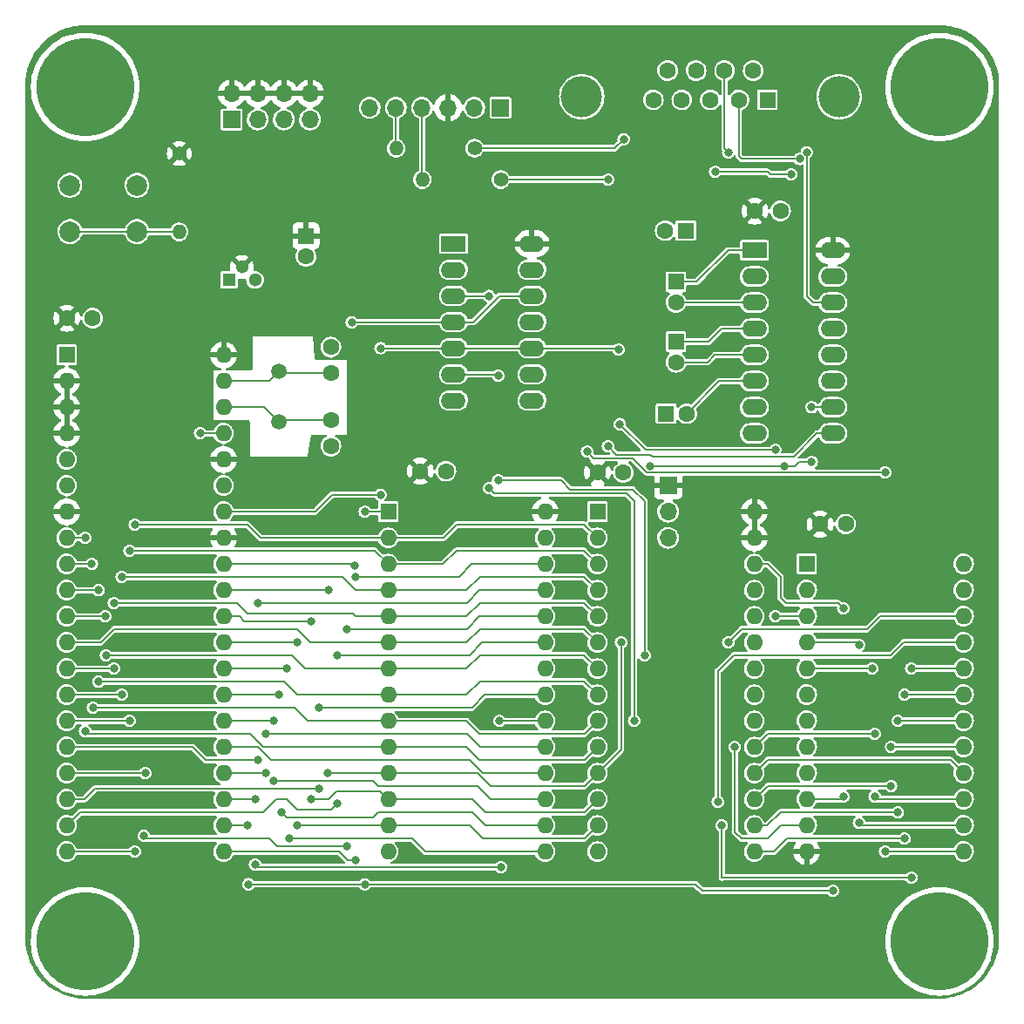
<source format=gtl>
G04 #@! TF.GenerationSoftware,KiCad,Pcbnew,(6.0.1)*
G04 #@! TF.CreationDate,2022-09-12T05:57:56-04:00*
G04 #@! TF.ProjectId,SIMPLE-6809,53494d50-4c45-42d3-9638-30392e6b6963,1*
G04 #@! TF.SameCoordinates,Original*
G04 #@! TF.FileFunction,Copper,L1,Top*
G04 #@! TF.FilePolarity,Positive*
%FSLAX46Y46*%
G04 Gerber Fmt 4.6, Leading zero omitted, Abs format (unit mm)*
G04 Created by KiCad (PCBNEW (6.0.1)) date 2022-09-12 05:57:56*
%MOMM*%
%LPD*%
G01*
G04 APERTURE LIST*
G04 #@! TA.AperFunction,ComponentPad*
%ADD10R,1.300000X1.300000*%
G04 #@! TD*
G04 #@! TA.AperFunction,ComponentPad*
%ADD11C,1.300000*%
G04 #@! TD*
G04 #@! TA.AperFunction,ComponentPad*
%ADD12C,4.000000*%
G04 #@! TD*
G04 #@! TA.AperFunction,ComponentPad*
%ADD13R,1.600000X1.600000*%
G04 #@! TD*
G04 #@! TA.AperFunction,ComponentPad*
%ADD14C,1.600000*%
G04 #@! TD*
G04 #@! TA.AperFunction,ComponentPad*
%ADD15R,2.400000X1.600000*%
G04 #@! TD*
G04 #@! TA.AperFunction,ComponentPad*
%ADD16O,2.400000X1.600000*%
G04 #@! TD*
G04 #@! TA.AperFunction,ComponentPad*
%ADD17C,1.400000*%
G04 #@! TD*
G04 #@! TA.AperFunction,ComponentPad*
%ADD18O,1.400000X1.400000*%
G04 #@! TD*
G04 #@! TA.AperFunction,ComponentPad*
%ADD19C,9.525000*%
G04 #@! TD*
G04 #@! TA.AperFunction,ComponentPad*
%ADD20O,1.600000X1.600000*%
G04 #@! TD*
G04 #@! TA.AperFunction,ComponentPad*
%ADD21R,1.700000X1.700000*%
G04 #@! TD*
G04 #@! TA.AperFunction,ComponentPad*
%ADD22O,1.700000X1.700000*%
G04 #@! TD*
G04 #@! TA.AperFunction,ComponentPad*
%ADD23C,2.000000*%
G04 #@! TD*
G04 #@! TA.AperFunction,ComponentPad*
%ADD24C,1.500000*%
G04 #@! TD*
G04 #@! TA.AperFunction,ViaPad*
%ADD25C,0.800000*%
G04 #@! TD*
G04 #@! TA.AperFunction,Conductor*
%ADD26C,0.203200*%
G04 #@! TD*
G04 APERTURE END LIST*
D10*
X108966000Y-72750000D03*
D11*
X110236000Y-71480000D03*
X111506000Y-72750000D03*
D12*
X143245000Y-54940000D03*
X168245000Y-54940000D03*
D13*
X161285000Y-55240000D03*
D14*
X158515000Y-55240000D03*
X155745000Y-55240000D03*
X152975000Y-55240000D03*
X150205000Y-55240000D03*
X159900000Y-52400000D03*
X157130000Y-52400000D03*
X154360000Y-52400000D03*
X151590000Y-52400000D03*
D15*
X160020000Y-69865000D03*
D16*
X160020000Y-72405000D03*
X160020000Y-74945000D03*
X160020000Y-77485000D03*
X160020000Y-80025000D03*
X160020000Y-82565000D03*
X160020000Y-85105000D03*
X160020000Y-87645000D03*
X167640000Y-87645000D03*
X167640000Y-85105000D03*
X167640000Y-82565000D03*
X167640000Y-80025000D03*
X167640000Y-77485000D03*
X167640000Y-74945000D03*
X167640000Y-72405000D03*
X167640000Y-69865000D03*
D14*
X130048000Y-91313000D03*
X127548000Y-91313000D03*
D17*
X104140000Y-60452000D03*
D18*
X104140000Y-68072000D03*
D14*
X95738000Y-76454000D03*
X93238000Y-76454000D03*
D19*
X95000000Y-54000000D03*
D14*
X118872000Y-86380000D03*
X118872000Y-88880000D03*
D13*
X93213000Y-80015000D03*
D20*
X93213000Y-82555000D03*
X93213000Y-85095000D03*
X93213000Y-87635000D03*
X93213000Y-90175000D03*
X93213000Y-92715000D03*
X93213000Y-95255000D03*
X93213000Y-97795000D03*
X93213000Y-100335000D03*
X93213000Y-102875000D03*
X93213000Y-105415000D03*
X93213000Y-107955000D03*
X93213000Y-110495000D03*
X93213000Y-113035000D03*
X93213000Y-115575000D03*
X93213000Y-118115000D03*
X93213000Y-120655000D03*
X93213000Y-123195000D03*
X93213000Y-125735000D03*
X93213000Y-128275000D03*
X108453000Y-128275000D03*
X108453000Y-125735000D03*
X108453000Y-123195000D03*
X108453000Y-120655000D03*
X108453000Y-118115000D03*
X108453000Y-115575000D03*
X108453000Y-113035000D03*
X108453000Y-110495000D03*
X108453000Y-107955000D03*
X108453000Y-105415000D03*
X108453000Y-102875000D03*
X108453000Y-100335000D03*
X108453000Y-97795000D03*
X108453000Y-95255000D03*
X108453000Y-92715000D03*
X108453000Y-90175000D03*
X108453000Y-87635000D03*
X108453000Y-85095000D03*
X108453000Y-82555000D03*
X108453000Y-80015000D03*
D21*
X109230000Y-57155000D03*
D22*
X109230000Y-54615000D03*
X111770000Y-57155000D03*
X111770000Y-54615000D03*
X114310000Y-57155000D03*
X114310000Y-54615000D03*
X116850000Y-57155000D03*
X116850000Y-54615000D03*
D14*
X147280000Y-91440000D03*
X144780000Y-91440000D03*
D13*
X124455000Y-95260000D03*
D20*
X124455000Y-97800000D03*
X124455000Y-100340000D03*
X124455000Y-102880000D03*
X124455000Y-105420000D03*
X124455000Y-107960000D03*
X124455000Y-110500000D03*
X124455000Y-113040000D03*
X124455000Y-115580000D03*
X124455000Y-118120000D03*
X124455000Y-120660000D03*
X124455000Y-123200000D03*
X124455000Y-125740000D03*
X124455000Y-128280000D03*
X139695000Y-128280000D03*
X139695000Y-125740000D03*
X139695000Y-123200000D03*
X139695000Y-120660000D03*
X139695000Y-118120000D03*
X139695000Y-115580000D03*
X139695000Y-113040000D03*
X139695000Y-110500000D03*
X139695000Y-107960000D03*
X139695000Y-105420000D03*
X139695000Y-102880000D03*
X139695000Y-100340000D03*
X139695000Y-97800000D03*
X139695000Y-95260000D03*
D13*
X152400000Y-72930000D03*
D14*
X152400000Y-74930000D03*
X118872000Y-81768000D03*
X118872000Y-79268000D03*
D13*
X165100000Y-100325000D03*
D20*
X165100000Y-102865000D03*
X165100000Y-105405000D03*
X165100000Y-107945000D03*
X165100000Y-110485000D03*
X165100000Y-113025000D03*
X165100000Y-115565000D03*
X165100000Y-118105000D03*
X165100000Y-120645000D03*
X165100000Y-123185000D03*
X165100000Y-125725000D03*
X165100000Y-128265000D03*
X180340000Y-128265000D03*
X180340000Y-125725000D03*
X180340000Y-123185000D03*
X180340000Y-120645000D03*
X180340000Y-118105000D03*
X180340000Y-115565000D03*
X180340000Y-113025000D03*
X180340000Y-110485000D03*
X180340000Y-107945000D03*
X180340000Y-105405000D03*
X180340000Y-102865000D03*
X180340000Y-100325000D03*
D13*
X152400000Y-78740000D03*
D14*
X152400000Y-80740000D03*
X162560000Y-66040000D03*
X160060000Y-66040000D03*
D19*
X95000000Y-137000000D03*
D21*
X135350000Y-56000000D03*
D22*
X132810000Y-56000000D03*
X130270000Y-56000000D03*
X127730000Y-56000000D03*
X125190000Y-56000000D03*
X122650000Y-56000000D03*
D13*
X144775000Y-95260000D03*
D20*
X144775000Y-97800000D03*
X144775000Y-100340000D03*
X144775000Y-102880000D03*
X144775000Y-105420000D03*
X144775000Y-107960000D03*
X144775000Y-110500000D03*
X144775000Y-113040000D03*
X144775000Y-115580000D03*
X144775000Y-118120000D03*
X144775000Y-120660000D03*
X144775000Y-123200000D03*
X144775000Y-125740000D03*
X144775000Y-128280000D03*
X160015000Y-128280000D03*
X160015000Y-125740000D03*
X160015000Y-123200000D03*
X160015000Y-120660000D03*
X160015000Y-118120000D03*
X160015000Y-115580000D03*
X160015000Y-113040000D03*
X160015000Y-110500000D03*
X160015000Y-107960000D03*
X160015000Y-105420000D03*
X160015000Y-102880000D03*
X160015000Y-100340000D03*
X160015000Y-97800000D03*
X160015000Y-95260000D03*
D23*
X93524000Y-63536000D03*
X100024000Y-63536000D03*
X93524000Y-68036000D03*
X100024000Y-68036000D03*
D15*
X130795000Y-69210000D03*
D16*
X130795000Y-71750000D03*
X130795000Y-74290000D03*
X130795000Y-76830000D03*
X130795000Y-79370000D03*
X130795000Y-81910000D03*
X130795000Y-84450000D03*
X138415000Y-84450000D03*
X138415000Y-81910000D03*
X138415000Y-79370000D03*
X138415000Y-76830000D03*
X138415000Y-74290000D03*
X138415000Y-71750000D03*
X138415000Y-69210000D03*
D19*
X178000000Y-54000000D03*
D17*
X132842000Y-59944000D03*
D18*
X125222000Y-59944000D03*
D19*
X178000000Y-137000000D03*
D13*
X116459000Y-68453000D03*
D14*
X116459000Y-70453000D03*
D13*
X151444888Y-85725000D03*
D14*
X153444888Y-85725000D03*
D21*
X151638000Y-92710000D03*
D22*
X151638000Y-95250000D03*
X151638000Y-97790000D03*
D17*
X135382000Y-62992000D03*
D18*
X127762000Y-62992000D03*
D24*
X113792000Y-86524000D03*
X113792000Y-81644000D03*
D14*
X168905000Y-96460000D03*
X166405000Y-96460000D03*
D13*
X153355113Y-67945000D03*
D14*
X151355113Y-67945000D03*
D25*
X119525500Y-109220000D03*
X119525500Y-123589500D03*
X99822000Y-128270000D03*
X99822000Y-96520000D03*
X121285000Y-101600000D03*
X168656000Y-104648000D03*
X121303500Y-129140500D03*
X168656000Y-122936000D03*
X122174000Y-95260000D03*
X122174000Y-131445000D03*
X167640000Y-132080000D03*
X110871000Y-131445000D03*
X110744000Y-125730000D03*
X111506000Y-123190000D03*
X135265000Y-115580000D03*
X135382000Y-129794000D03*
X111506000Y-129540000D03*
X113787000Y-113035000D03*
X173953000Y-124460000D03*
X114046000Y-124460000D03*
X173953000Y-115570000D03*
X114808000Y-127000000D03*
X174606500Y-127000000D03*
X114549000Y-110495000D03*
X174606500Y-113030000D03*
X113279000Y-115575000D03*
X173299500Y-118110000D03*
X173299500Y-121920000D03*
X113284000Y-121412000D03*
X158105000Y-118120000D03*
X94996000Y-116586000D03*
X94996000Y-97790000D03*
X95758000Y-114300000D03*
X95649500Y-100330000D03*
X175260000Y-110490000D03*
X115570000Y-107950000D03*
X115570000Y-125730000D03*
X175260000Y-130810000D03*
X156845000Y-125730000D03*
X96303000Y-111760000D03*
X96303000Y-102870000D03*
X171704000Y-116840000D03*
X171704000Y-122936000D03*
X112517000Y-120655000D03*
X112522000Y-116840000D03*
X97028000Y-109220000D03*
X96956500Y-105410000D03*
X157480000Y-107950000D03*
X118618000Y-102870000D03*
X118608000Y-120660000D03*
X147066000Y-107950000D03*
X156464000Y-123444000D03*
X116967000Y-123190000D03*
X116967000Y-105918000D03*
X97790000Y-110490000D03*
X97790000Y-104140000D03*
X98552000Y-113030000D03*
X98552000Y-101600000D03*
X99314000Y-115570000D03*
X99314000Y-99060000D03*
X111760000Y-119380000D03*
X111760000Y-104140000D03*
X120396000Y-127762000D03*
X100711000Y-126746000D03*
X100838000Y-120650000D03*
X120396000Y-106680000D03*
X117729000Y-114300000D03*
X117729000Y-122141489D03*
X106172000Y-87630000D03*
X123703000Y-79370000D03*
X162052000Y-105410000D03*
X170180000Y-125476000D03*
X162052000Y-89262500D03*
X123698000Y-93599000D03*
X170180000Y-108204000D03*
X146812000Y-79502000D03*
X146939000Y-86741000D03*
X145796000Y-62992000D03*
X145796000Y-88900000D03*
X162941000Y-90805000D03*
X147320000Y-59055000D03*
X149860000Y-90805000D03*
X165593000Y-90439000D03*
X165593000Y-85105000D03*
X135128000Y-92202000D03*
X135128000Y-82042000D03*
X149352000Y-109220000D03*
X143764000Y-89408000D03*
X121158000Y-100457000D03*
X120904000Y-76835000D03*
X172720000Y-128270000D03*
X172720000Y-91440000D03*
X148336000Y-115570000D03*
X134239000Y-92964000D03*
X134239000Y-74295000D03*
X164417309Y-60988365D03*
X163576000Y-62484000D03*
X156210000Y-62230000D03*
X165100000Y-60325000D03*
X157480000Y-60325000D03*
X171450000Y-110490000D03*
D26*
X114554000Y-123190000D02*
X115570000Y-124206000D01*
X112268000Y-124460000D02*
X113538000Y-123190000D01*
X94488000Y-124460000D02*
X112268000Y-124460000D01*
X93213000Y-125735000D02*
X94488000Y-124460000D01*
X133594000Y-107960000D02*
X132334000Y-109220000D01*
X113538000Y-123190000D02*
X114554000Y-123190000D01*
X132334000Y-109220000D02*
X119525500Y-109220000D01*
X115570000Y-124206000D02*
X118909000Y-124206000D01*
X118909000Y-124206000D02*
X119525500Y-123589500D01*
X139695000Y-107960000D02*
X133594000Y-107960000D01*
X124455000Y-97800000D02*
X112024000Y-97800000D01*
X112024000Y-97800000D02*
X110744000Y-96520000D01*
X99822000Y-128270000D02*
X99817000Y-128275000D01*
X144775000Y-97800000D02*
X143495000Y-96520000D01*
X129804000Y-97800000D02*
X124455000Y-97800000D01*
X131084000Y-96520000D02*
X129804000Y-97800000D01*
X143495000Y-96520000D02*
X131084000Y-96520000D01*
X99817000Y-128275000D02*
X93213000Y-128275000D01*
X99822000Y-96520000D02*
X110744000Y-96520000D01*
X132578000Y-100340000D02*
X131318000Y-101600000D01*
X121303500Y-129140500D02*
X120541500Y-129140500D01*
X165100000Y-123185000D02*
X168407000Y-123185000D01*
X168148000Y-104140000D02*
X163068000Y-104140000D01*
X168407000Y-123185000D02*
X168656000Y-122936000D01*
X139695000Y-100340000D02*
X132578000Y-100340000D01*
X108453000Y-128275000D02*
X119676000Y-128275000D01*
X131318000Y-101600000D02*
X121285000Y-101600000D01*
X161300000Y-100340000D02*
X162560000Y-101600000D01*
X168656000Y-104648000D02*
X168148000Y-104140000D01*
X162560000Y-103632000D02*
X162560000Y-101600000D01*
X160015000Y-100340000D02*
X161300000Y-100340000D01*
X120541500Y-129140500D02*
X119676000Y-128275000D01*
X163068000Y-104140000D02*
X162560000Y-103632000D01*
X110739000Y-125735000D02*
X110744000Y-125730000D01*
X110871000Y-131445000D02*
X122428000Y-131445000D01*
X124460000Y-131445000D02*
X124478511Y-131463511D01*
X124478511Y-131463511D02*
X154323511Y-131463511D01*
X122174000Y-95260000D02*
X124455000Y-95260000D01*
X154940000Y-132080000D02*
X167640000Y-132080000D01*
X154323511Y-131463511D02*
X154940000Y-132080000D01*
X122555000Y-131445000D02*
X124460000Y-131445000D01*
X122428000Y-131445000D02*
X122555000Y-131445000D01*
X108453000Y-125735000D02*
X110739000Y-125735000D01*
X135382000Y-129794000D02*
X111760000Y-129794000D01*
X111501000Y-123195000D02*
X111506000Y-123190000D01*
X111760000Y-129794000D02*
X111506000Y-129540000D01*
X108453000Y-123195000D02*
X111501000Y-123195000D01*
X135265000Y-115580000D02*
X139695000Y-115580000D01*
X114554000Y-124968000D02*
X122936000Y-124968000D01*
X161280000Y-125740000D02*
X162560000Y-124460000D01*
X123444000Y-124460000D02*
X132588000Y-124460000D01*
X122936000Y-124968000D02*
X123444000Y-124460000D01*
X113787000Y-113035000D02*
X108453000Y-113035000D01*
X114046000Y-124460000D02*
X114554000Y-124968000D01*
X133868000Y-125740000D02*
X139695000Y-125740000D01*
X173958000Y-115565000D02*
X180340000Y-115565000D01*
X160015000Y-125740000D02*
X161280000Y-125740000D01*
X162560000Y-124460000D02*
X173953000Y-124460000D01*
X132588000Y-124460000D02*
X133868000Y-125740000D01*
X173953000Y-115570000D02*
X173958000Y-115565000D01*
X174606500Y-113030000D02*
X174611500Y-113025000D01*
X114549000Y-110495000D02*
X108453000Y-110495000D01*
X174611500Y-113025000D02*
X180340000Y-113025000D01*
X163195000Y-127000000D02*
X174606500Y-127000000D01*
X128026000Y-128280000D02*
X126746000Y-127000000D01*
X139695000Y-128280000D02*
X128026000Y-128280000D01*
X161915000Y-128280000D02*
X163195000Y-127000000D01*
X160015000Y-128280000D02*
X161915000Y-128280000D01*
X114808000Y-127000000D02*
X126746000Y-127000000D01*
X173304500Y-118105000D02*
X180340000Y-118105000D01*
X113279000Y-115575000D02*
X108453000Y-115575000D01*
X173299500Y-118110000D02*
X173304500Y-118105000D01*
X139695000Y-123200000D02*
X134376000Y-123200000D01*
X113284000Y-121412000D02*
X122936000Y-121412000D01*
X161295000Y-121920000D02*
X173299500Y-121920000D01*
X161290000Y-121925000D02*
X161295000Y-121920000D01*
X160015000Y-123200000D02*
X161290000Y-121925000D01*
X122936000Y-121412000D02*
X123444000Y-121920000D01*
X133096000Y-121920000D02*
X123444000Y-121920000D01*
X134376000Y-123200000D02*
X133096000Y-121920000D01*
X113030000Y-119380000D02*
X111765000Y-118115000D01*
X179075000Y-119380000D02*
X180340000Y-120645000D01*
X133614000Y-120660000D02*
X132334000Y-119380000D01*
X139695000Y-120660000D02*
X133614000Y-120660000D01*
X111765000Y-118115000D02*
X108453000Y-118115000D01*
X161295000Y-119380000D02*
X179075000Y-119380000D01*
X160015000Y-120660000D02*
X161295000Y-119380000D01*
X132334000Y-119380000D02*
X113030000Y-119380000D01*
X93213000Y-97795000D02*
X94991000Y-97795000D01*
X162565000Y-125725000D02*
X161290000Y-127000000D01*
X124455000Y-118120000D02*
X132070000Y-118120000D01*
X143515000Y-119380000D02*
X144775000Y-118120000D01*
X158750000Y-127000000D02*
X158115000Y-126365000D01*
X158115000Y-118130000D02*
X158105000Y-118120000D01*
X165100000Y-125725000D02*
X162565000Y-125725000D01*
X94991000Y-97795000D02*
X94996000Y-97790000D01*
X133330000Y-119380000D02*
X143515000Y-119380000D01*
X95250000Y-116840000D02*
X110998000Y-116840000D01*
X132070000Y-118120000D02*
X133330000Y-119380000D01*
X161290000Y-127000000D02*
X158750000Y-127000000D01*
X112278000Y-118120000D02*
X124455000Y-118120000D01*
X158115000Y-126365000D02*
X158115000Y-118130000D01*
X110998000Y-116840000D02*
X112278000Y-118120000D01*
X94996000Y-116586000D02*
X95250000Y-116840000D01*
X95758000Y-114300000D02*
X115316000Y-114300000D01*
X133330000Y-116840000D02*
X143515000Y-116840000D01*
X93213000Y-100335000D02*
X95644500Y-100335000D01*
X124455000Y-115580000D02*
X132070000Y-115580000D01*
X124455000Y-115580000D02*
X116596000Y-115580000D01*
X143515000Y-116840000D02*
X144775000Y-115580000D01*
X116596000Y-115580000D02*
X115316000Y-114300000D01*
X95644500Y-100335000D02*
X95649500Y-100330000D01*
X132070000Y-115580000D02*
X133330000Y-116840000D01*
X115565000Y-107955000D02*
X115570000Y-107950000D01*
X143515000Y-127000000D02*
X144775000Y-125740000D01*
X115570000Y-125730000D02*
X118364000Y-125730000D01*
X124455000Y-125740000D02*
X132344000Y-125740000D01*
X175265000Y-110485000D02*
X180340000Y-110485000D01*
X117104000Y-125740000D02*
X124455000Y-125740000D01*
X175241489Y-130791489D02*
X175260000Y-130810000D01*
X132344000Y-125740000D02*
X133604000Y-127000000D01*
X175260000Y-110490000D02*
X175265000Y-110485000D01*
X133604000Y-127000000D02*
X143515000Y-127000000D01*
X156845000Y-125730000D02*
X156845000Y-130810000D01*
X108453000Y-107955000D02*
X115565000Y-107955000D01*
X156845000Y-130810000D02*
X156863511Y-130791489D01*
X156863511Y-130791489D02*
X175241489Y-130791489D01*
X96303000Y-111760000D02*
X114300000Y-111760000D01*
X124455000Y-113040000D02*
X132070000Y-113040000D01*
X143495000Y-111760000D02*
X144775000Y-113040000D01*
X124455000Y-113040000D02*
X115580000Y-113040000D01*
X132070000Y-113040000D02*
X133350000Y-111760000D01*
X93213000Y-102875000D02*
X96298000Y-102875000D01*
X133350000Y-111760000D02*
X143495000Y-111760000D01*
X96298000Y-102875000D02*
X96303000Y-102870000D01*
X115580000Y-113040000D02*
X114300000Y-111760000D01*
X112522000Y-116840000D02*
X132080000Y-116840000D01*
X171953000Y-123185000D02*
X171704000Y-122936000D01*
X108453000Y-120655000D02*
X112517000Y-120655000D01*
X133360000Y-118120000D02*
X139695000Y-118120000D01*
X161295000Y-116840000D02*
X160015000Y-118120000D01*
X132080000Y-116840000D02*
X133360000Y-118120000D01*
X180340000Y-123185000D02*
X171953000Y-123185000D01*
X171704000Y-116840000D02*
X161295000Y-116840000D01*
X132070000Y-110500000D02*
X133350000Y-109220000D01*
X124455000Y-110500000D02*
X116342000Y-110500000D01*
X93213000Y-105415000D02*
X96951500Y-105415000D01*
X133350000Y-109220000D02*
X143495000Y-109220000D01*
X97028000Y-109220000D02*
X115062000Y-109220000D01*
X96951500Y-105415000D02*
X96956500Y-105410000D01*
X116342000Y-110500000D02*
X115062000Y-109220000D01*
X124455000Y-110500000D02*
X132070000Y-110500000D01*
X143495000Y-109220000D02*
X144775000Y-110500000D01*
X133106000Y-120660000D02*
X134366000Y-121920000D01*
X116581000Y-102875000D02*
X116586000Y-102870000D01*
X134366000Y-121920000D02*
X143515000Y-121920000D01*
X180340000Y-105405000D02*
X172217000Y-105405000D01*
X143515000Y-121920000D02*
X144775000Y-120660000D01*
X108453000Y-102875000D02*
X116581000Y-102875000D01*
X147066000Y-118369000D02*
X144775000Y-120660000D01*
X116586000Y-102870000D02*
X118618000Y-102870000D01*
X172217000Y-105405000D02*
X170942000Y-106680000D01*
X147066000Y-107950000D02*
X147066000Y-118369000D01*
X118608000Y-120660000D02*
X133106000Y-120660000D01*
X158750000Y-106680000D02*
X170942000Y-106680000D01*
X158750000Y-106680000D02*
X157480000Y-107950000D01*
X116850000Y-107960000D02*
X115570000Y-106680000D01*
X96515000Y-107955000D02*
X97790000Y-106680000D01*
X133350000Y-106680000D02*
X143495000Y-106680000D01*
X124455000Y-107960000D02*
X132070000Y-107960000D01*
X143495000Y-106680000D02*
X144775000Y-107960000D01*
X93213000Y-107955000D02*
X96515000Y-107955000D01*
X97790000Y-106680000D02*
X115570000Y-106680000D01*
X132070000Y-107960000D02*
X133350000Y-106680000D01*
X124455000Y-107960000D02*
X116850000Y-107960000D01*
X132598000Y-123200000D02*
X133858000Y-124460000D01*
X180340000Y-107945000D02*
X174503000Y-107945000D01*
X157988000Y-109220000D02*
X156464000Y-110744000D01*
X110480000Y-105918000D02*
X116967000Y-105918000D01*
X174503000Y-107945000D02*
X173228000Y-109220000D01*
X133858000Y-124460000D02*
X143515000Y-124460000D01*
X173228000Y-109220000D02*
X157988000Y-109220000D01*
X118618000Y-123190000D02*
X119380000Y-122428000D01*
X123683000Y-122428000D02*
X119380000Y-122428000D01*
X108453000Y-105415000D02*
X109977000Y-105415000D01*
X116967000Y-123190000D02*
X118618000Y-123190000D01*
X156464000Y-110744000D02*
X156464000Y-123444000D01*
X124455000Y-123200000D02*
X132598000Y-123200000D01*
X110480000Y-105918000D02*
X109977000Y-105415000D01*
X124455000Y-123200000D02*
X123683000Y-122428000D01*
X143515000Y-124460000D02*
X144775000Y-123200000D01*
X97790000Y-104140000D02*
X109728000Y-104140000D01*
X132070000Y-105420000D02*
X133350000Y-104140000D01*
X93213000Y-110495000D02*
X97785000Y-110495000D01*
X97785000Y-110495000D02*
X97790000Y-110490000D01*
X109728000Y-104140000D02*
X110744000Y-105156000D01*
X124455000Y-105420000D02*
X132070000Y-105420000D01*
X110744000Y-105156000D02*
X121011000Y-105156000D01*
X133350000Y-104140000D02*
X143495000Y-104140000D01*
X121011000Y-105156000D02*
X121275000Y-105420000D01*
X143495000Y-104140000D02*
X144775000Y-105420000D01*
X121275000Y-105420000D02*
X124455000Y-105420000D01*
X98552000Y-101600000D02*
X119995000Y-101600000D01*
X133350000Y-101600000D02*
X143495000Y-101600000D01*
X93213000Y-113035000D02*
X98547000Y-113035000D01*
X143495000Y-101600000D02*
X144775000Y-102880000D01*
X119995000Y-101600000D02*
X121275000Y-102880000D01*
X124455000Y-102880000D02*
X132070000Y-102880000D01*
X98547000Y-113035000D02*
X98552000Y-113030000D01*
X121275000Y-102880000D02*
X124455000Y-102880000D01*
X132070000Y-102880000D02*
X133350000Y-101600000D01*
X144775000Y-100340000D02*
X143495000Y-99060000D01*
X123175000Y-99060000D02*
X124455000Y-100340000D01*
X99309000Y-115575000D02*
X99314000Y-115570000D01*
X129784000Y-100340000D02*
X124455000Y-100340000D01*
X99314000Y-99060000D02*
X123175000Y-99060000D01*
X93213000Y-115575000D02*
X99309000Y-115575000D01*
X131064000Y-99060000D02*
X129784000Y-100340000D01*
X143495000Y-99060000D02*
X131064000Y-99060000D01*
X111760000Y-104140000D02*
X132080000Y-104140000D01*
X105415000Y-118115000D02*
X106680000Y-119380000D01*
X132080000Y-104140000D02*
X133340000Y-102880000D01*
X111760000Y-119380000D02*
X106680000Y-119380000D01*
X139695000Y-102880000D02*
X133340000Y-102880000D01*
X93213000Y-118115000D02*
X105415000Y-118115000D01*
X139695000Y-105420000D02*
X133340000Y-105420000D01*
X100965000Y-127000000D02*
X112903000Y-127000000D01*
X113665000Y-127762000D02*
X112903000Y-127000000D01*
X93213000Y-120655000D02*
X100833000Y-120655000D01*
X133340000Y-105420000D02*
X132080000Y-106680000D01*
X100711000Y-126746000D02*
X100965000Y-127000000D01*
X120396000Y-127762000D02*
X113665000Y-127762000D01*
X100833000Y-120655000D02*
X100838000Y-120650000D01*
X120396000Y-106680000D02*
X132080000Y-106680000D01*
X94925978Y-123195000D02*
X95979489Y-122141489D01*
X117729000Y-114300000D02*
X132588000Y-114300000D01*
X93213000Y-123195000D02*
X94925978Y-123195000D01*
X95979489Y-122141489D02*
X117729000Y-122141489D01*
X133848000Y-113040000D02*
X132588000Y-114300000D01*
X139695000Y-113040000D02*
X133848000Y-113040000D01*
X93524000Y-68036000D02*
X100024000Y-68036000D01*
X104140000Y-68072000D02*
X100060000Y-68072000D01*
X108453000Y-87635000D02*
X106177000Y-87635000D01*
X106177000Y-87635000D02*
X106172000Y-87630000D01*
X157480000Y-69850000D02*
X157495000Y-69865000D01*
X152400000Y-72930000D02*
X154400000Y-72930000D01*
X157495000Y-69865000D02*
X160020000Y-69865000D01*
X154400000Y-72930000D02*
X157480000Y-69850000D01*
X160020000Y-74945000D02*
X152415000Y-74945000D01*
X156830000Y-77485000D02*
X155575000Y-78740000D01*
X155575000Y-78740000D02*
X152400000Y-78740000D01*
X160020000Y-77485000D02*
X156830000Y-77485000D01*
X156195000Y-80025000D02*
X155480000Y-80740000D01*
X160020000Y-80025000D02*
X156195000Y-80025000D01*
X155480000Y-80740000D02*
X152400000Y-80740000D01*
X108453000Y-82555000D02*
X112881000Y-82555000D01*
X112881000Y-82555000D02*
X113792000Y-81644000D01*
X118872000Y-81768000D02*
X113916000Y-81768000D01*
X118872000Y-86380000D02*
X113936000Y-86380000D01*
X112363000Y-85095000D02*
X113792000Y-86524000D01*
X108453000Y-85095000D02*
X112363000Y-85095000D01*
X146680000Y-79370000D02*
X146812000Y-79502000D01*
X180340000Y-125725000D02*
X170429000Y-125725000D01*
X117343000Y-95255000D02*
X118999000Y-93599000D01*
X130795000Y-79370000D02*
X123703000Y-79370000D01*
X169921000Y-107945000D02*
X165100000Y-107945000D01*
X118999000Y-93599000D02*
X123698000Y-93599000D01*
X170180000Y-108204000D02*
X169921000Y-107945000D01*
X138415000Y-79370000D02*
X146680000Y-79370000D01*
X149460500Y-89262500D02*
X146939000Y-86741000D01*
X108453000Y-95255000D02*
X117343000Y-95255000D01*
X149460500Y-89262500D02*
X162052000Y-89262500D01*
X162057000Y-105405000D02*
X162052000Y-105410000D01*
X162057000Y-105405000D02*
X165100000Y-105405000D01*
X170429000Y-125725000D02*
X170180000Y-125476000D01*
X130795000Y-79370000D02*
X138415000Y-79370000D01*
X163830000Y-89916000D02*
X150114000Y-89916000D01*
X166101000Y-87645000D02*
X163830000Y-89916000D01*
X167640000Y-87645000D02*
X166101000Y-87645000D01*
X149903483Y-89705483D02*
X146601483Y-89705483D01*
X135382000Y-62992000D02*
X145796000Y-62992000D01*
X146601483Y-89705483D02*
X145796000Y-88900000D01*
X150114000Y-89916000D02*
X149903483Y-89705483D01*
X149860000Y-90805000D02*
X162941000Y-90805000D01*
X162941000Y-90805000D02*
X163957000Y-90805000D01*
X146431000Y-59944000D02*
X147320000Y-59055000D01*
X165578000Y-90424000D02*
X164338000Y-90424000D01*
X163957000Y-90805000D02*
X164338000Y-90424000D01*
X165593000Y-90439000D02*
X165578000Y-90424000D01*
X132842000Y-59944000D02*
X146431000Y-59944000D01*
X167640000Y-85105000D02*
X165593000Y-85105000D01*
X149352000Y-94234000D02*
X149352000Y-109220000D01*
X141224000Y-92202000D02*
X142138880Y-93116880D01*
X130795000Y-81910000D02*
X134996000Y-81910000D01*
X148234880Y-93116880D02*
X149352000Y-94234000D01*
X142138880Y-93116880D02*
X148234880Y-93116880D01*
X134996000Y-81910000D02*
X135128000Y-82042000D01*
X135128000Y-92202000D02*
X141224000Y-92202000D01*
X172720000Y-91440000D02*
X172701489Y-91458511D01*
X149589306Y-91458511D02*
X148191397Y-90060603D01*
X135260000Y-74290000D02*
X138415000Y-74290000D01*
X148191397Y-90060603D02*
X144416603Y-90060603D01*
X172725000Y-128265000D02*
X172720000Y-128270000D01*
X121036000Y-100335000D02*
X121158000Y-100457000D01*
X120904000Y-76835000D02*
X120909000Y-76830000D01*
X130795000Y-76830000D02*
X132720000Y-76830000D01*
X120909000Y-76830000D02*
X130795000Y-76830000D01*
X172701489Y-91458511D02*
X149589306Y-91458511D01*
X144416603Y-90060603D02*
X143764000Y-89408000D01*
X132720000Y-76830000D02*
X135260000Y-74290000D01*
X180340000Y-128265000D02*
X172725000Y-128265000D01*
X108453000Y-100335000D02*
X121036000Y-100335000D01*
X134747000Y-93472000D02*
X134239000Y-92964000D01*
X134239000Y-74295000D02*
X134234000Y-74290000D01*
X148336000Y-115570000D02*
X148336000Y-94234000D01*
X147574000Y-93472000D02*
X148336000Y-94234000D01*
X134747000Y-93472000D02*
X147574000Y-93472000D01*
X134234000Y-74290000D02*
X130795000Y-74290000D01*
X160020000Y-82565000D02*
X156604888Y-82565000D01*
X156604888Y-82565000D02*
X153444888Y-85725000D01*
X127730000Y-56000000D02*
X127730000Y-62960000D01*
X125190000Y-56000000D02*
X125190000Y-59912000D01*
X158515000Y-55240000D02*
X158515000Y-60725000D01*
X158515000Y-60725000D02*
X158778365Y-60988365D01*
X158778365Y-60988365D02*
X164417309Y-60988365D01*
X161290000Y-62230000D02*
X156210000Y-62230000D01*
X161544000Y-62484000D02*
X161290000Y-62230000D01*
X163576000Y-62484000D02*
X161544000Y-62484000D01*
X165750000Y-74945000D02*
X167640000Y-74945000D01*
X157130000Y-52400000D02*
X157130000Y-59975000D01*
X157130000Y-59975000D02*
X157480000Y-60325000D01*
X165100000Y-74295000D02*
X165750000Y-74945000D01*
X165100000Y-60325000D02*
X165100000Y-74295000D01*
X171445000Y-110485000D02*
X171450000Y-110490000D01*
X165100000Y-110485000D02*
X171445000Y-110485000D01*
G04 #@! TA.AperFunction,Conductor*
G36*
X177980552Y-47975237D02*
G01*
X177985808Y-47975246D01*
X177999636Y-47978426D01*
X178013476Y-47975294D01*
X178027664Y-47975319D01*
X178027664Y-47975373D01*
X178035941Y-47974612D01*
X178174710Y-47980065D01*
X178449862Y-47990876D01*
X178459724Y-47991652D01*
X178901907Y-48043987D01*
X178911679Y-48045535D01*
X179134288Y-48089814D01*
X179348393Y-48132403D01*
X179357994Y-48134708D01*
X179645412Y-48215768D01*
X179786540Y-48255570D01*
X179795949Y-48258627D01*
X180213696Y-48412742D01*
X180222833Y-48416527D01*
X180627202Y-48602943D01*
X180636007Y-48607430D01*
X181024504Y-48824999D01*
X181032940Y-48830168D01*
X181403164Y-49077543D01*
X181411152Y-49083347D01*
X181561476Y-49201853D01*
X181760831Y-49359012D01*
X181768354Y-49365437D01*
X181915582Y-49501533D01*
X182095333Y-49667693D01*
X182102307Y-49674667D01*
X182107057Y-49679805D01*
X182404563Y-50001646D01*
X182410988Y-50009169D01*
X182568147Y-50208524D01*
X182616051Y-50269289D01*
X182686647Y-50358840D01*
X182692462Y-50366844D01*
X182939832Y-50737060D01*
X182945001Y-50745496D01*
X183162570Y-51133993D01*
X183167057Y-51142798D01*
X183332711Y-51502130D01*
X183353472Y-51547164D01*
X183357257Y-51556302D01*
X183360049Y-51563869D01*
X183511373Y-51974051D01*
X183514430Y-51983460D01*
X183519853Y-52002688D01*
X183635292Y-52412006D01*
X183637599Y-52421614D01*
X183724465Y-52858321D01*
X183726013Y-52868093D01*
X183778348Y-53310276D01*
X183779124Y-53320138D01*
X183795365Y-53733482D01*
X183794603Y-53741620D01*
X183794779Y-53741620D01*
X183794754Y-53755805D01*
X183791574Y-53769636D01*
X183794706Y-53783477D01*
X183794698Y-53787994D01*
X183796800Y-53806809D01*
X183796800Y-136719968D01*
X183794763Y-136737911D01*
X183794754Y-136743167D01*
X183791574Y-136756995D01*
X183794706Y-136770835D01*
X183794681Y-136785023D01*
X183794627Y-136785023D01*
X183795388Y-136793302D01*
X183779124Y-137207221D01*
X183778348Y-137217083D01*
X183726013Y-137659266D01*
X183724465Y-137669038D01*
X183637599Y-138105745D01*
X183635292Y-138115353D01*
X183628717Y-138138667D01*
X183514430Y-138543899D01*
X183511373Y-138553308D01*
X183357258Y-138971055D01*
X183353473Y-138980192D01*
X183237302Y-139232189D01*
X183167062Y-139384551D01*
X183162570Y-139393366D01*
X182945001Y-139781863D01*
X182939832Y-139790299D01*
X182692462Y-140160515D01*
X182686647Y-140168519D01*
X182410988Y-140518190D01*
X182404563Y-140525713D01*
X182268467Y-140672941D01*
X182102307Y-140852692D01*
X182095333Y-140859666D01*
X181965634Y-140979559D01*
X181768354Y-141161922D01*
X181760831Y-141168347D01*
X181583925Y-141307809D01*
X181411152Y-141444012D01*
X181403164Y-141449816D01*
X181226755Y-141567688D01*
X181032940Y-141697191D01*
X181024504Y-141702360D01*
X180636007Y-141919929D01*
X180627202Y-141924416D01*
X180254473Y-142096246D01*
X180222836Y-142110831D01*
X180213696Y-142114617D01*
X179795949Y-142268732D01*
X179786540Y-142271789D01*
X179645412Y-142311591D01*
X179357994Y-142392651D01*
X179348393Y-142394956D01*
X179134288Y-142437545D01*
X178911679Y-142481824D01*
X178901907Y-142483372D01*
X178459724Y-142535707D01*
X178449862Y-142536483D01*
X178036518Y-142552724D01*
X178028380Y-142551962D01*
X178028380Y-142552138D01*
X178014195Y-142552113D01*
X178000364Y-142548933D01*
X177986523Y-142552065D01*
X177982006Y-142552057D01*
X177963191Y-142554159D01*
X95037391Y-142554159D01*
X95019448Y-142552122D01*
X95014192Y-142552113D01*
X95000364Y-142548933D01*
X94986524Y-142552065D01*
X94972336Y-142552040D01*
X94972336Y-142551986D01*
X94964059Y-142552747D01*
X94825290Y-142547294D01*
X94550138Y-142536483D01*
X94540276Y-142535707D01*
X94098093Y-142483372D01*
X94088321Y-142481824D01*
X93865712Y-142437545D01*
X93651607Y-142394956D01*
X93642006Y-142392651D01*
X93354588Y-142311591D01*
X93213460Y-142271789D01*
X93204051Y-142268732D01*
X92786304Y-142114617D01*
X92777164Y-142110831D01*
X92745527Y-142096246D01*
X92372798Y-141924416D01*
X92363993Y-141919929D01*
X91975496Y-141702360D01*
X91967060Y-141697191D01*
X91773245Y-141567688D01*
X91596836Y-141449816D01*
X91588848Y-141444012D01*
X91416075Y-141307809D01*
X91239169Y-141168347D01*
X91231646Y-141161922D01*
X91034366Y-140979559D01*
X90904667Y-140859666D01*
X90897693Y-140852692D01*
X90731533Y-140672941D01*
X90595437Y-140525713D01*
X90589012Y-140518190D01*
X90313353Y-140168519D01*
X90307538Y-140160515D01*
X90060168Y-139790299D01*
X90054999Y-139781863D01*
X89837430Y-139393366D01*
X89832938Y-139384551D01*
X89762699Y-139232189D01*
X89646527Y-138980192D01*
X89642742Y-138971055D01*
X89488627Y-138553308D01*
X89485570Y-138543899D01*
X89371283Y-138138667D01*
X89364708Y-138115353D01*
X89362401Y-138105745D01*
X89275535Y-137669038D01*
X89273987Y-137659266D01*
X89221652Y-137217083D01*
X89220876Y-137207221D01*
X89212734Y-137000000D01*
X89723978Y-137000000D01*
X89724098Y-137002748D01*
X89733242Y-137212171D01*
X89744055Y-137459836D01*
X89804133Y-137916172D01*
X89903754Y-138365535D01*
X89904582Y-138368160D01*
X89904583Y-138368165D01*
X89973602Y-138587064D01*
X90042161Y-138804506D01*
X90218300Y-139229743D01*
X90430831Y-139638011D01*
X90678136Y-140026202D01*
X90958333Y-140391362D01*
X91269289Y-140730711D01*
X91608638Y-141041667D01*
X91610800Y-141043326D01*
X91610806Y-141043331D01*
X91734853Y-141138515D01*
X91973798Y-141321864D01*
X92361989Y-141569169D01*
X92770257Y-141781700D01*
X93195494Y-141957839D01*
X93198114Y-141958665D01*
X93198122Y-141958668D01*
X93631835Y-142095417D01*
X93631840Y-142095418D01*
X93634465Y-142096246D01*
X94083828Y-142195867D01*
X94086548Y-142196225D01*
X94086553Y-142196226D01*
X94257423Y-142218721D01*
X94540164Y-142255945D01*
X94542913Y-142256065D01*
X94542924Y-142256066D01*
X94997252Y-142275902D01*
X95000000Y-142276022D01*
X95002748Y-142275902D01*
X95457076Y-142256066D01*
X95457087Y-142256065D01*
X95459836Y-142255945D01*
X95742577Y-142218721D01*
X95913447Y-142196226D01*
X95913452Y-142196225D01*
X95916172Y-142195867D01*
X96365535Y-142096246D01*
X96368160Y-142095418D01*
X96368165Y-142095417D01*
X96801878Y-141958668D01*
X96801886Y-141958665D01*
X96804506Y-141957839D01*
X97229743Y-141781700D01*
X97638011Y-141569169D01*
X98026202Y-141321864D01*
X98265147Y-141138515D01*
X98389194Y-141043331D01*
X98389200Y-141043326D01*
X98391362Y-141041667D01*
X98730711Y-140730711D01*
X99041667Y-140391362D01*
X99321864Y-140026202D01*
X99569169Y-139638011D01*
X99781700Y-139229743D01*
X99957839Y-138804506D01*
X100026399Y-138587064D01*
X100095417Y-138368165D01*
X100095418Y-138368160D01*
X100096246Y-138365535D01*
X100195867Y-137916172D01*
X100255945Y-137459836D01*
X100266759Y-137212171D01*
X100275902Y-137002748D01*
X100276022Y-137000000D01*
X172723978Y-137000000D01*
X172724098Y-137002748D01*
X172733242Y-137212171D01*
X172744055Y-137459836D01*
X172804133Y-137916172D01*
X172903754Y-138365535D01*
X172904582Y-138368160D01*
X172904583Y-138368165D01*
X172973602Y-138587064D01*
X173042161Y-138804506D01*
X173218300Y-139229743D01*
X173430831Y-139638011D01*
X173678136Y-140026202D01*
X173958333Y-140391362D01*
X174269289Y-140730711D01*
X174608638Y-141041667D01*
X174610800Y-141043326D01*
X174610806Y-141043331D01*
X174734853Y-141138515D01*
X174973798Y-141321864D01*
X175361989Y-141569169D01*
X175770257Y-141781700D01*
X176195494Y-141957839D01*
X176198114Y-141958665D01*
X176198122Y-141958668D01*
X176631835Y-142095417D01*
X176631840Y-142095418D01*
X176634465Y-142096246D01*
X177083828Y-142195867D01*
X177086548Y-142196225D01*
X177086553Y-142196226D01*
X177257423Y-142218721D01*
X177540164Y-142255945D01*
X177542913Y-142256065D01*
X177542924Y-142256066D01*
X177997252Y-142275902D01*
X178000000Y-142276022D01*
X178002748Y-142275902D01*
X178457076Y-142256066D01*
X178457087Y-142256065D01*
X178459836Y-142255945D01*
X178742577Y-142218721D01*
X178913447Y-142196226D01*
X178913452Y-142196225D01*
X178916172Y-142195867D01*
X179365535Y-142096246D01*
X179368160Y-142095418D01*
X179368165Y-142095417D01*
X179801878Y-141958668D01*
X179801886Y-141958665D01*
X179804506Y-141957839D01*
X180229743Y-141781700D01*
X180638011Y-141569169D01*
X181026202Y-141321864D01*
X181265147Y-141138515D01*
X181389194Y-141043331D01*
X181389200Y-141043326D01*
X181391362Y-141041667D01*
X181730711Y-140730711D01*
X182041667Y-140391362D01*
X182321864Y-140026202D01*
X182569169Y-139638011D01*
X182781700Y-139229743D01*
X182957839Y-138804506D01*
X183026399Y-138587064D01*
X183095417Y-138368165D01*
X183095418Y-138368160D01*
X183096246Y-138365535D01*
X183195867Y-137916172D01*
X183255945Y-137459836D01*
X183266759Y-137212171D01*
X183275902Y-137002748D01*
X183276022Y-137000000D01*
X183275170Y-136980483D01*
X183256066Y-136542924D01*
X183256065Y-136542913D01*
X183255945Y-136540164D01*
X183195867Y-136083828D01*
X183096246Y-135634465D01*
X182957839Y-135195494D01*
X182781700Y-134770257D01*
X182569169Y-134361989D01*
X182321864Y-133973798D01*
X182041667Y-133608638D01*
X181730711Y-133269289D01*
X181391362Y-132958333D01*
X181389200Y-132956674D01*
X181389194Y-132956669D01*
X181265147Y-132861485D01*
X181026202Y-132678136D01*
X180638011Y-132430831D01*
X180229743Y-132218300D01*
X179804506Y-132042161D01*
X179801886Y-132041335D01*
X179801878Y-132041332D01*
X179368165Y-131904583D01*
X179368160Y-131904582D01*
X179365535Y-131903754D01*
X178916172Y-131804133D01*
X178913452Y-131803775D01*
X178913447Y-131803774D01*
X178699033Y-131775546D01*
X178459836Y-131744055D01*
X178457087Y-131743935D01*
X178457076Y-131743934D01*
X178002748Y-131724098D01*
X178000000Y-131723978D01*
X177997252Y-131724098D01*
X177542924Y-131743934D01*
X177542913Y-131743935D01*
X177540164Y-131744055D01*
X177300967Y-131775546D01*
X177086553Y-131803774D01*
X177086548Y-131803775D01*
X177083828Y-131804133D01*
X176634465Y-131903754D01*
X176631840Y-131904582D01*
X176631835Y-131904583D01*
X176198122Y-132041332D01*
X176198114Y-132041335D01*
X176195494Y-132042161D01*
X175770257Y-132218300D01*
X175361989Y-132430831D01*
X174973798Y-132678136D01*
X174734853Y-132861485D01*
X174610806Y-132956669D01*
X174610800Y-132956674D01*
X174608638Y-132958333D01*
X174269289Y-133269289D01*
X173958333Y-133608638D01*
X173678136Y-133973798D01*
X173430831Y-134361989D01*
X173218300Y-134770257D01*
X173042161Y-135195494D01*
X172903754Y-135634465D01*
X172804133Y-136083828D01*
X172744055Y-136540164D01*
X172743935Y-136542913D01*
X172743934Y-136542924D01*
X172724830Y-136980483D01*
X172723978Y-137000000D01*
X100276022Y-137000000D01*
X100275170Y-136980483D01*
X100256066Y-136542924D01*
X100256065Y-136542913D01*
X100255945Y-136540164D01*
X100195867Y-136083828D01*
X100096246Y-135634465D01*
X99957839Y-135195494D01*
X99781700Y-134770257D01*
X99569169Y-134361989D01*
X99321864Y-133973798D01*
X99041667Y-133608638D01*
X98730711Y-133269289D01*
X98391362Y-132958333D01*
X98389200Y-132956674D01*
X98389194Y-132956669D01*
X98265147Y-132861485D01*
X98026202Y-132678136D01*
X97638011Y-132430831D01*
X97229743Y-132218300D01*
X96804506Y-132042161D01*
X96801886Y-132041335D01*
X96801878Y-132041332D01*
X96368165Y-131904583D01*
X96368160Y-131904582D01*
X96365535Y-131903754D01*
X95916172Y-131804133D01*
X95913452Y-131803775D01*
X95913447Y-131803774D01*
X95699033Y-131775546D01*
X95459836Y-131744055D01*
X95457087Y-131743935D01*
X95457076Y-131743934D01*
X95002748Y-131724098D01*
X95000000Y-131723978D01*
X94997252Y-131724098D01*
X94542924Y-131743934D01*
X94542913Y-131743935D01*
X94540164Y-131744055D01*
X94300967Y-131775546D01*
X94086553Y-131803774D01*
X94086548Y-131803775D01*
X94083828Y-131804133D01*
X93634465Y-131903754D01*
X93631840Y-131904582D01*
X93631835Y-131904583D01*
X93198122Y-132041332D01*
X93198114Y-132041335D01*
X93195494Y-132042161D01*
X92770257Y-132218300D01*
X92361989Y-132430831D01*
X91973798Y-132678136D01*
X91734853Y-132861485D01*
X91610806Y-132956669D01*
X91610800Y-132956674D01*
X91608638Y-132958333D01*
X91269289Y-133269289D01*
X90958333Y-133608638D01*
X90678136Y-133973798D01*
X90430831Y-134361989D01*
X90218300Y-134770257D01*
X90042161Y-135195494D01*
X89903754Y-135634465D01*
X89804133Y-136083828D01*
X89744055Y-136540164D01*
X89743935Y-136542913D01*
X89743934Y-136542924D01*
X89724830Y-136980483D01*
X89723978Y-137000000D01*
X89212734Y-137000000D01*
X89204635Y-136793877D01*
X89205397Y-136785739D01*
X89205221Y-136785739D01*
X89205246Y-136771554D01*
X89208426Y-136757723D01*
X89205294Y-136743882D01*
X89205302Y-136739365D01*
X89203200Y-136720550D01*
X89203200Y-131445000D01*
X110262091Y-131445000D01*
X110282839Y-131602597D01*
X110285998Y-131610224D01*
X110285999Y-131610227D01*
X110302240Y-131649436D01*
X110343669Y-131749454D01*
X110440436Y-131875564D01*
X110566545Y-131972331D01*
X110639974Y-132002746D01*
X110705773Y-132030001D01*
X110705776Y-132030002D01*
X110713403Y-132033161D01*
X110871000Y-132053909D01*
X110879188Y-132052831D01*
X111020409Y-132034239D01*
X111028597Y-132033161D01*
X111036224Y-132030002D01*
X111036227Y-132030001D01*
X111102026Y-132002746D01*
X111175455Y-131972331D01*
X111301564Y-131875564D01*
X111359856Y-131799596D01*
X111417194Y-131757729D01*
X111459819Y-131750300D01*
X121585181Y-131750300D01*
X121653302Y-131770302D01*
X121685144Y-131799596D01*
X121743436Y-131875564D01*
X121869545Y-131972331D01*
X121942974Y-132002746D01*
X122008773Y-132030001D01*
X122008776Y-132030002D01*
X122016403Y-132033161D01*
X122174000Y-132053909D01*
X122182188Y-132052831D01*
X122323409Y-132034239D01*
X122331597Y-132033161D01*
X122339224Y-132030002D01*
X122339227Y-132030001D01*
X122405026Y-132002746D01*
X122478455Y-131972331D01*
X122604564Y-131875564D01*
X122662856Y-131799596D01*
X122720194Y-131757729D01*
X122762819Y-131750300D01*
X124349150Y-131750300D01*
X124395840Y-131759270D01*
X124409924Y-131764889D01*
X124409927Y-131764890D01*
X124418184Y-131768184D01*
X124424579Y-131768811D01*
X124427875Y-131768811D01*
X124428028Y-131768829D01*
X124430731Y-131768961D01*
X124430722Y-131769144D01*
X124443279Y-131770614D01*
X124452018Y-131771041D01*
X124463339Y-131773728D01*
X124474868Y-131772159D01*
X124474869Y-131772159D01*
X124491011Y-131769962D01*
X124508002Y-131768811D01*
X154144861Y-131768811D01*
X154212982Y-131788813D01*
X154233957Y-131805716D01*
X154461401Y-132033161D01*
X154686444Y-132258204D01*
X154688291Y-132260344D01*
X154690655Y-132265180D01*
X154699184Y-132273092D01*
X154699185Y-132273093D01*
X154727137Y-132299022D01*
X154730542Y-132302302D01*
X154744197Y-132315957D01*
X154748216Y-132318714D01*
X154751008Y-132321166D01*
X154765507Y-132334616D01*
X154765510Y-132334618D01*
X154774037Y-132342528D01*
X154784839Y-132346838D01*
X154788367Y-132349068D01*
X154800760Y-132355684D01*
X154804572Y-132357373D01*
X154814168Y-132363956D01*
X154838683Y-132369774D01*
X154856270Y-132375337D01*
X154879673Y-132384673D01*
X154886068Y-132385300D01*
X154889364Y-132385300D01*
X154889517Y-132385318D01*
X154892220Y-132385450D01*
X154892211Y-132385633D01*
X154904768Y-132387103D01*
X154913507Y-132387530D01*
X154924828Y-132390217D01*
X154936357Y-132388648D01*
X154936358Y-132388648D01*
X154952500Y-132386451D01*
X154969491Y-132385300D01*
X167051181Y-132385300D01*
X167119302Y-132405302D01*
X167151144Y-132434596D01*
X167209436Y-132510564D01*
X167335545Y-132607331D01*
X167408974Y-132637746D01*
X167474773Y-132665001D01*
X167474776Y-132665002D01*
X167482403Y-132668161D01*
X167640000Y-132688909D01*
X167648188Y-132687831D01*
X167789409Y-132669239D01*
X167797597Y-132668161D01*
X167805224Y-132665002D01*
X167805227Y-132665001D01*
X167871026Y-132637746D01*
X167944455Y-132607331D01*
X168070564Y-132510564D01*
X168167331Y-132384454D01*
X168201359Y-132302302D01*
X168225001Y-132245227D01*
X168225002Y-132245224D01*
X168228161Y-132237597D01*
X168230702Y-132218300D01*
X168247831Y-132088188D01*
X168248909Y-132080000D01*
X168228161Y-131922403D01*
X168220437Y-131903754D01*
X168179023Y-131803774D01*
X168167331Y-131775546D01*
X168070564Y-131649436D01*
X167944455Y-131552669D01*
X167871026Y-131522254D01*
X167805227Y-131494999D01*
X167805224Y-131494998D01*
X167797597Y-131491839D01*
X167640000Y-131471091D01*
X167482403Y-131491839D01*
X167474776Y-131494998D01*
X167474773Y-131494999D01*
X167408975Y-131522254D01*
X167335546Y-131552669D01*
X167209436Y-131649436D01*
X167204413Y-131655982D01*
X167151144Y-131725404D01*
X167093806Y-131767271D01*
X167051181Y-131774700D01*
X155118650Y-131774700D01*
X155050529Y-131754698D01*
X155029554Y-131737795D01*
X154577067Y-131285307D01*
X154575220Y-131283167D01*
X154572856Y-131278331D01*
X154536374Y-131244489D01*
X154532969Y-131241209D01*
X154519314Y-131227554D01*
X154515295Y-131224797D01*
X154512503Y-131222345D01*
X154498004Y-131208895D01*
X154498001Y-131208893D01*
X154489474Y-131200983D01*
X154478672Y-131196673D01*
X154475144Y-131194443D01*
X154462751Y-131187827D01*
X154458939Y-131186138D01*
X154449343Y-131179555D01*
X154424828Y-131173737D01*
X154407241Y-131168174D01*
X154383838Y-131158838D01*
X154377443Y-131158211D01*
X154374147Y-131158211D01*
X154373994Y-131158193D01*
X154371291Y-131158061D01*
X154371300Y-131157878D01*
X154358743Y-131156408D01*
X154350004Y-131155981D01*
X154338683Y-131153294D01*
X154327154Y-131154863D01*
X154327153Y-131154863D01*
X154311011Y-131157060D01*
X154294020Y-131158211D01*
X124589360Y-131158211D01*
X124542675Y-131149243D01*
X124520327Y-131140327D01*
X124513932Y-131139700D01*
X124510636Y-131139700D01*
X124510483Y-131139682D01*
X124507780Y-131139550D01*
X124507789Y-131139367D01*
X124495232Y-131137897D01*
X124486493Y-131137470D01*
X124475172Y-131134783D01*
X124463643Y-131136352D01*
X124463642Y-131136352D01*
X124447500Y-131138549D01*
X124430509Y-131139700D01*
X122762819Y-131139700D01*
X122694698Y-131119698D01*
X122662856Y-131090404D01*
X122609591Y-131020987D01*
X122609590Y-131020986D01*
X122604564Y-131014436D01*
X122478455Y-130917669D01*
X122405026Y-130887254D01*
X122339227Y-130859999D01*
X122339224Y-130859998D01*
X122331597Y-130856839D01*
X122174000Y-130836091D01*
X122016403Y-130856839D01*
X122008776Y-130859998D01*
X122008773Y-130859999D01*
X121942975Y-130887254D01*
X121869546Y-130917669D01*
X121782283Y-130984628D01*
X121754884Y-131005652D01*
X121743436Y-131014436D01*
X121738413Y-131020982D01*
X121685144Y-131090404D01*
X121627806Y-131132271D01*
X121585181Y-131139700D01*
X111459819Y-131139700D01*
X111391698Y-131119698D01*
X111359856Y-131090404D01*
X111306591Y-131020987D01*
X111306590Y-131020986D01*
X111301564Y-131014436D01*
X111175455Y-130917669D01*
X111102026Y-130887254D01*
X111036227Y-130859999D01*
X111036224Y-130859998D01*
X111028597Y-130856839D01*
X110871000Y-130836091D01*
X110713403Y-130856839D01*
X110705776Y-130859998D01*
X110705773Y-130859999D01*
X110639975Y-130887254D01*
X110566546Y-130917669D01*
X110479283Y-130984628D01*
X110451884Y-131005652D01*
X110440436Y-131014436D01*
X110343669Y-131140546D01*
X110329921Y-131173737D01*
X110286597Y-131278331D01*
X110282839Y-131287403D01*
X110262091Y-131445000D01*
X89203200Y-131445000D01*
X89203200Y-128260918D01*
X92204542Y-128260918D01*
X92205058Y-128267062D01*
X92218539Y-128427597D01*
X92221013Y-128457064D01*
X92222712Y-128462989D01*
X92273098Y-128638705D01*
X92275268Y-128646274D01*
X92278087Y-128651759D01*
X92362424Y-128815861D01*
X92362427Y-128815866D01*
X92365242Y-128821343D01*
X92487506Y-128975602D01*
X92637403Y-129103175D01*
X92642781Y-129106181D01*
X92642783Y-129106182D01*
X92718839Y-129148688D01*
X92809226Y-129199203D01*
X92815085Y-129201107D01*
X92815088Y-129201108D01*
X92874158Y-129220301D01*
X92996427Y-129260029D01*
X93002537Y-129260758D01*
X93002539Y-129260758D01*
X93069203Y-129268707D01*
X93191878Y-129283335D01*
X93198013Y-129282863D01*
X93198015Y-129282863D01*
X93381992Y-129268707D01*
X93381996Y-129268706D01*
X93388134Y-129268234D01*
X93577719Y-129215301D01*
X93753411Y-129126552D01*
X93766211Y-129116552D01*
X93903659Y-129009166D01*
X93903660Y-129009165D01*
X93908520Y-129005368D01*
X94037136Y-128856364D01*
X94045861Y-128841006D01*
X94131316Y-128690580D01*
X94131318Y-128690575D01*
X94134362Y-128685217D01*
X94140579Y-128666528D01*
X94181060Y-128608204D01*
X94246648Y-128581024D01*
X94260137Y-128580300D01*
X99237018Y-128580300D01*
X99305139Y-128600302D01*
X99336981Y-128629597D01*
X99386406Y-128694010D01*
X99386409Y-128694013D01*
X99391436Y-128700564D01*
X99517545Y-128797331D01*
X99574352Y-128820861D01*
X99656773Y-128855001D01*
X99656776Y-128855002D01*
X99664403Y-128858161D01*
X99822000Y-128878909D01*
X99830188Y-128877831D01*
X99971409Y-128859239D01*
X99979597Y-128858161D01*
X99987224Y-128855002D01*
X99987227Y-128855001D01*
X100069648Y-128820861D01*
X100126455Y-128797331D01*
X100252564Y-128700564D01*
X100260504Y-128690217D01*
X100307019Y-128629597D01*
X100349331Y-128574454D01*
X100379907Y-128500637D01*
X100407001Y-128435227D01*
X100407002Y-128435224D01*
X100410161Y-128427597D01*
X100430909Y-128270000D01*
X100410161Y-128112403D01*
X100398440Y-128084104D01*
X100379746Y-128038974D01*
X100349331Y-127965546D01*
X100277776Y-127872293D01*
X100257591Y-127845987D01*
X100257590Y-127845986D01*
X100252564Y-127839436D01*
X100126455Y-127742669D01*
X100048065Y-127710199D01*
X99987227Y-127684999D01*
X99987224Y-127684998D01*
X99979597Y-127681839D01*
X99822000Y-127661091D01*
X99664403Y-127681839D01*
X99656776Y-127684998D01*
X99656773Y-127684999D01*
X99615493Y-127702098D01*
X99517546Y-127742669D01*
X99430283Y-127809628D01*
X99420784Y-127816917D01*
X99391436Y-127839436D01*
X99386413Y-127845982D01*
X99386409Y-127845986D01*
X99329306Y-127920404D01*
X99271968Y-127962271D01*
X99229344Y-127969700D01*
X94261730Y-127969700D01*
X94193609Y-127949698D01*
X94146075Y-127892719D01*
X94145456Y-127890669D01*
X94141213Y-127882688D01*
X94108540Y-127821239D01*
X94053048Y-127716874D01*
X93983182Y-127631210D01*
X93932537Y-127569112D01*
X93932534Y-127569109D01*
X93928642Y-127564337D01*
X93922691Y-127559414D01*
X93781727Y-127442798D01*
X93781723Y-127442796D01*
X93776977Y-127438869D01*
X93603831Y-127345249D01*
X93487419Y-127309214D01*
X93421685Y-127288866D01*
X93421682Y-127288865D01*
X93415798Y-127287044D01*
X93409673Y-127286400D01*
X93409672Y-127286400D01*
X93226169Y-127267113D01*
X93226168Y-127267113D01*
X93220041Y-127266469D01*
X93147275Y-127273091D01*
X93030153Y-127283749D01*
X93030149Y-127283750D01*
X93024015Y-127284308D01*
X92835188Y-127339883D01*
X92660752Y-127431076D01*
X92507350Y-127554414D01*
X92380827Y-127705199D01*
X92286001Y-127877688D01*
X92284140Y-127883555D01*
X92284139Y-127883557D01*
X92260278Y-127958775D01*
X92226483Y-128065309D01*
X92204542Y-128260918D01*
X89203200Y-128260918D01*
X89203200Y-125720918D01*
X92204542Y-125720918D01*
X92205058Y-125727062D01*
X92218539Y-125887597D01*
X92221013Y-125917064D01*
X92222712Y-125922989D01*
X92273098Y-126098705D01*
X92275268Y-126106274D01*
X92283599Y-126122485D01*
X92362424Y-126275861D01*
X92362427Y-126275866D01*
X92365242Y-126281343D01*
X92487506Y-126435602D01*
X92492200Y-126439597D01*
X92615961Y-126544926D01*
X92637403Y-126563175D01*
X92642781Y-126566181D01*
X92642783Y-126566182D01*
X92695598Y-126595699D01*
X92809226Y-126659203D01*
X92815085Y-126661107D01*
X92815088Y-126661108D01*
X92874158Y-126680301D01*
X92996427Y-126720029D01*
X93002537Y-126720758D01*
X93002539Y-126720758D01*
X93069203Y-126728707D01*
X93191878Y-126743335D01*
X93198013Y-126742863D01*
X93198015Y-126742863D01*
X93381992Y-126728707D01*
X93381996Y-126728706D01*
X93388134Y-126728234D01*
X93577719Y-126675301D01*
X93753411Y-126586552D01*
X93760806Y-126580775D01*
X93903659Y-126469166D01*
X93903660Y-126469165D01*
X93908520Y-126465368D01*
X94037136Y-126316364D01*
X94051446Y-126291174D01*
X94131316Y-126150580D01*
X94131318Y-126150575D01*
X94134362Y-126145217D01*
X94196493Y-125958444D01*
X94205443Y-125887597D01*
X94220721Y-125766664D01*
X94220722Y-125766655D01*
X94221163Y-125763161D01*
X94221556Y-125735000D01*
X94202348Y-125539104D01*
X94200031Y-125531428D01*
X94173834Y-125444662D01*
X94145456Y-125350669D01*
X94143018Y-125346083D01*
X94135587Y-125275814D01*
X94170451Y-125209308D01*
X94577554Y-124802205D01*
X94639866Y-124768179D01*
X94666649Y-124765300D01*
X107699389Y-124765300D01*
X107767510Y-124785302D01*
X107814003Y-124838958D01*
X107824107Y-124909232D01*
X107794613Y-124973812D01*
X107778340Y-124989497D01*
X107752154Y-125010550D01*
X107752145Y-125010558D01*
X107747350Y-125014414D01*
X107620827Y-125165199D01*
X107526001Y-125337688D01*
X107524140Y-125343555D01*
X107524139Y-125343557D01*
X107499625Y-125420833D01*
X107466483Y-125525309D01*
X107444542Y-125720918D01*
X107445058Y-125727062D01*
X107458539Y-125887597D01*
X107461013Y-125917064D01*
X107462712Y-125922989D01*
X107513098Y-126098705D01*
X107515268Y-126106274D01*
X107523599Y-126122485D01*
X107602424Y-126275861D01*
X107602427Y-126275866D01*
X107605242Y-126281343D01*
X107727506Y-126435602D01*
X107771060Y-126472669D01*
X107771150Y-126472746D01*
X107810063Y-126532129D01*
X107810694Y-126603123D01*
X107772842Y-126663188D01*
X107708526Y-126693253D01*
X107689487Y-126694700D01*
X101423210Y-126694700D01*
X101355089Y-126674698D01*
X101308596Y-126621042D01*
X101301503Y-126601309D01*
X101300239Y-126596591D01*
X101299161Y-126588403D01*
X101238331Y-126441546D01*
X101182938Y-126369356D01*
X101146591Y-126321987D01*
X101146590Y-126321986D01*
X101141564Y-126315436D01*
X101015455Y-126218669D01*
X100887315Y-126165592D01*
X100876227Y-126160999D01*
X100876224Y-126160998D01*
X100868597Y-126157839D01*
X100711000Y-126137091D01*
X100553403Y-126157839D01*
X100545776Y-126160998D01*
X100545773Y-126160999D01*
X100484571Y-126186350D01*
X100406546Y-126218669D01*
X100280436Y-126315436D01*
X100183669Y-126441546D01*
X100165178Y-126486188D01*
X100125999Y-126580773D01*
X100125998Y-126580776D01*
X100122839Y-126588403D01*
X100102091Y-126746000D01*
X100122839Y-126903597D01*
X100183669Y-127050454D01*
X100280436Y-127176564D01*
X100406545Y-127273331D01*
X100474255Y-127301377D01*
X100545773Y-127331001D01*
X100545776Y-127331002D01*
X100553403Y-127334161D01*
X100711000Y-127354909D01*
X100719188Y-127353831D01*
X100724141Y-127353179D01*
X100868597Y-127334161D01*
X100876224Y-127331002D01*
X100876227Y-127331001D01*
X100907355Y-127318107D01*
X100949896Y-127310721D01*
X100949827Y-127310217D01*
X100977500Y-127306451D01*
X100994490Y-127305300D01*
X107699389Y-127305300D01*
X107767510Y-127325302D01*
X107814003Y-127378958D01*
X107824107Y-127449232D01*
X107794613Y-127513812D01*
X107778340Y-127529497D01*
X107752154Y-127550550D01*
X107752145Y-127550558D01*
X107747350Y-127554414D01*
X107620827Y-127705199D01*
X107526001Y-127877688D01*
X107524140Y-127883555D01*
X107524139Y-127883557D01*
X107500278Y-127958775D01*
X107466483Y-128065309D01*
X107444542Y-128260918D01*
X107445058Y-128267062D01*
X107458539Y-128427597D01*
X107461013Y-128457064D01*
X107462712Y-128462989D01*
X107513098Y-128638705D01*
X107515268Y-128646274D01*
X107518087Y-128651759D01*
X107602424Y-128815861D01*
X107602427Y-128815866D01*
X107605242Y-128821343D01*
X107727506Y-128975602D01*
X107877403Y-129103175D01*
X107882781Y-129106181D01*
X107882783Y-129106182D01*
X107958839Y-129148688D01*
X108049226Y-129199203D01*
X108055085Y-129201107D01*
X108055088Y-129201108D01*
X108114158Y-129220301D01*
X108236427Y-129260029D01*
X108242537Y-129260758D01*
X108242539Y-129260758D01*
X108309203Y-129268707D01*
X108431878Y-129283335D01*
X108438013Y-129282863D01*
X108438015Y-129282863D01*
X108621992Y-129268707D01*
X108621996Y-129268706D01*
X108628134Y-129268234D01*
X108817719Y-129215301D01*
X108993411Y-129126552D01*
X109006211Y-129116552D01*
X109143659Y-129009166D01*
X109143660Y-129009165D01*
X109148520Y-129005368D01*
X109277136Y-128856364D01*
X109285861Y-128841006D01*
X109371316Y-128690580D01*
X109371318Y-128690575D01*
X109374362Y-128685217D01*
X109380579Y-128666528D01*
X109421060Y-128608204D01*
X109486648Y-128581024D01*
X109500137Y-128580300D01*
X119497350Y-128580300D01*
X119565471Y-128600302D01*
X119586446Y-128617205D01*
X120242845Y-129273605D01*
X120276870Y-129335917D01*
X120271805Y-129406733D01*
X120229258Y-129463568D01*
X120162738Y-129488379D01*
X120153749Y-129488700D01*
X112218210Y-129488700D01*
X112150089Y-129468698D01*
X112103596Y-129415042D01*
X112096503Y-129395309D01*
X112095239Y-129390591D01*
X112094161Y-129382403D01*
X112033331Y-129235546D01*
X111951829Y-129129330D01*
X111941591Y-129115987D01*
X111941590Y-129115986D01*
X111936564Y-129109436D01*
X111810455Y-129012669D01*
X111721375Y-128975771D01*
X111671227Y-128954999D01*
X111671224Y-128954998D01*
X111663597Y-128951839D01*
X111506000Y-128931091D01*
X111348403Y-128951839D01*
X111340776Y-128954998D01*
X111340773Y-128954999D01*
X111305531Y-128969597D01*
X111201546Y-129012669D01*
X111194995Y-129017696D01*
X111083596Y-129103175D01*
X111075436Y-129109436D01*
X111070413Y-129115982D01*
X111061379Y-129127756D01*
X110978669Y-129235546D01*
X110958874Y-129283335D01*
X110920999Y-129374773D01*
X110920998Y-129374776D01*
X110917839Y-129382403D01*
X110897091Y-129540000D01*
X110917839Y-129697597D01*
X110978669Y-129844454D01*
X111075436Y-129970564D01*
X111201545Y-130067331D01*
X111258263Y-130090824D01*
X111340773Y-130125001D01*
X111340776Y-130125002D01*
X111348403Y-130128161D01*
X111506000Y-130148909D01*
X111514188Y-130147831D01*
X111655409Y-130129239D01*
X111663597Y-130128161D01*
X111671224Y-130125002D01*
X111671227Y-130125001D01*
X111702355Y-130112107D01*
X111744896Y-130104721D01*
X111744827Y-130104217D01*
X111772500Y-130100451D01*
X111789490Y-130099300D01*
X134793181Y-130099300D01*
X134861302Y-130119302D01*
X134893144Y-130148596D01*
X134933425Y-130201091D01*
X134951436Y-130224564D01*
X135077545Y-130321331D01*
X135150974Y-130351746D01*
X135216773Y-130379001D01*
X135216776Y-130379002D01*
X135224403Y-130382161D01*
X135382000Y-130402909D01*
X135390188Y-130401831D01*
X135531409Y-130383239D01*
X135539597Y-130382161D01*
X135547224Y-130379002D01*
X135547227Y-130379001D01*
X135613026Y-130351746D01*
X135686455Y-130321331D01*
X135812564Y-130224564D01*
X135830576Y-130201091D01*
X135904304Y-130105005D01*
X135909331Y-130098454D01*
X135962305Y-129970564D01*
X135967001Y-129959227D01*
X135967002Y-129959224D01*
X135970161Y-129951597D01*
X135990909Y-129794000D01*
X135970161Y-129636403D01*
X135909331Y-129489546D01*
X135827118Y-129382403D01*
X135817591Y-129369987D01*
X135817590Y-129369986D01*
X135812564Y-129363436D01*
X135686455Y-129266669D01*
X135595501Y-129228995D01*
X135547227Y-129208999D01*
X135547224Y-129208998D01*
X135539597Y-129205839D01*
X135527171Y-129204203D01*
X135413234Y-129189203D01*
X135382000Y-129185091D01*
X135350766Y-129189203D01*
X135236830Y-129204203D01*
X135224403Y-129205839D01*
X135216776Y-129208998D01*
X135216773Y-129208999D01*
X135185495Y-129221955D01*
X135077546Y-129266669D01*
X134951436Y-129363436D01*
X134946413Y-129369982D01*
X134893144Y-129439404D01*
X134835806Y-129481271D01*
X134793181Y-129488700D01*
X124778242Y-129488700D01*
X124710121Y-129468698D01*
X124663628Y-129415042D01*
X124653524Y-129344768D01*
X124683018Y-129280188D01*
X124744355Y-129241343D01*
X124819719Y-129220301D01*
X124995411Y-129131552D01*
X125006670Y-129122756D01*
X125145659Y-129014166D01*
X125145660Y-129014165D01*
X125150520Y-129010368D01*
X125279136Y-128861364D01*
X125287657Y-128846364D01*
X125373316Y-128695580D01*
X125373318Y-128695575D01*
X125376362Y-128690217D01*
X125438493Y-128503444D01*
X125455236Y-128370909D01*
X125462721Y-128311664D01*
X125462722Y-128311655D01*
X125463163Y-128308161D01*
X125463556Y-128280000D01*
X125444348Y-128084104D01*
X125442031Y-128076428D01*
X125403008Y-127947180D01*
X125387456Y-127895669D01*
X125295048Y-127721874D01*
X125225182Y-127636210D01*
X125174537Y-127574112D01*
X125174534Y-127574109D01*
X125170642Y-127569337D01*
X125164352Y-127564133D01*
X125123685Y-127530491D01*
X125121138Y-127528384D01*
X125081401Y-127469552D01*
X125079778Y-127398574D01*
X125116787Y-127337986D01*
X125180677Y-127307025D01*
X125201454Y-127305300D01*
X126567351Y-127305300D01*
X126635472Y-127325302D01*
X126656446Y-127342205D01*
X127772437Y-128458196D01*
X127774291Y-128460343D01*
X127776655Y-128465180D01*
X127785184Y-128473092D01*
X127785185Y-128473093D01*
X127813151Y-128499035D01*
X127816556Y-128502315D01*
X127830197Y-128515956D01*
X127834213Y-128518711D01*
X127837007Y-128521164D01*
X127860037Y-128542528D01*
X127870843Y-128546839D01*
X127874378Y-128549074D01*
X127886751Y-128555681D01*
X127890576Y-128557376D01*
X127900168Y-128563956D01*
X127922129Y-128569168D01*
X127924675Y-128569772D01*
X127942271Y-128575337D01*
X127957413Y-128581378D01*
X127957416Y-128581379D01*
X127965673Y-128584673D01*
X127972068Y-128585300D01*
X127975362Y-128585300D01*
X127975513Y-128585318D01*
X127978220Y-128585450D01*
X127978211Y-128585633D01*
X127990766Y-128587103D01*
X127999507Y-128587530D01*
X128010827Y-128590217D01*
X128022356Y-128588648D01*
X128022357Y-128588648D01*
X128038499Y-128586451D01*
X128055490Y-128585300D01*
X138646451Y-128585300D01*
X138714572Y-128605302D01*
X138758517Y-128653705D01*
X138844424Y-128820861D01*
X138844427Y-128820866D01*
X138847242Y-128826343D01*
X138969506Y-128980602D01*
X138974200Y-128984597D01*
X138991319Y-128999166D01*
X139119403Y-129108175D01*
X139124781Y-129111181D01*
X139124783Y-129111182D01*
X139161231Y-129131552D01*
X139291226Y-129204203D01*
X139297085Y-129206107D01*
X139297088Y-129206108D01*
X139357201Y-129225640D01*
X139478427Y-129265029D01*
X139484537Y-129265758D01*
X139484539Y-129265758D01*
X139576153Y-129276682D01*
X139673878Y-129288335D01*
X139680013Y-129287863D01*
X139680015Y-129287863D01*
X139863992Y-129273707D01*
X139863996Y-129273706D01*
X139870134Y-129273234D01*
X140059719Y-129220301D01*
X140235411Y-129131552D01*
X140246670Y-129122756D01*
X140385659Y-129014166D01*
X140385660Y-129014165D01*
X140390520Y-129010368D01*
X140519136Y-128861364D01*
X140527657Y-128846364D01*
X140613316Y-128695580D01*
X140613318Y-128695575D01*
X140616362Y-128690217D01*
X140678493Y-128503444D01*
X140695236Y-128370909D01*
X140702721Y-128311664D01*
X140702722Y-128311655D01*
X140703163Y-128308161D01*
X140703556Y-128280000D01*
X140702175Y-128265918D01*
X143766542Y-128265918D01*
X143783013Y-128462064D01*
X143784712Y-128467989D01*
X143834135Y-128640347D01*
X143837268Y-128651274D01*
X143840087Y-128656759D01*
X143924424Y-128820861D01*
X143924427Y-128820866D01*
X143927242Y-128826343D01*
X144049506Y-128980602D01*
X144054200Y-128984597D01*
X144071319Y-128999166D01*
X144199403Y-129108175D01*
X144204781Y-129111181D01*
X144204783Y-129111182D01*
X144241231Y-129131552D01*
X144371226Y-129204203D01*
X144377085Y-129206107D01*
X144377088Y-129206108D01*
X144437201Y-129225640D01*
X144558427Y-129265029D01*
X144564537Y-129265758D01*
X144564539Y-129265758D01*
X144656153Y-129276682D01*
X144753878Y-129288335D01*
X144760013Y-129287863D01*
X144760015Y-129287863D01*
X144943992Y-129273707D01*
X144943996Y-129273706D01*
X144950134Y-129273234D01*
X145139719Y-129220301D01*
X145315411Y-129131552D01*
X145326670Y-129122756D01*
X145465659Y-129014166D01*
X145465660Y-129014165D01*
X145470520Y-129010368D01*
X145599136Y-128861364D01*
X145607657Y-128846364D01*
X145693316Y-128695580D01*
X145693318Y-128695575D01*
X145696362Y-128690217D01*
X145758493Y-128503444D01*
X145775236Y-128370909D01*
X145782721Y-128311664D01*
X145782722Y-128311655D01*
X145783163Y-128308161D01*
X145783556Y-128280000D01*
X145764348Y-128084104D01*
X145762031Y-128076428D01*
X145723008Y-127947180D01*
X145707456Y-127895669D01*
X145615048Y-127721874D01*
X145545182Y-127636210D01*
X145494537Y-127574112D01*
X145494534Y-127574109D01*
X145490642Y-127569337D01*
X145484598Y-127564337D01*
X145343727Y-127447798D01*
X145343723Y-127447796D01*
X145338977Y-127443869D01*
X145165831Y-127350249D01*
X145038135Y-127310721D01*
X144983685Y-127293866D01*
X144983682Y-127293865D01*
X144977798Y-127292044D01*
X144971673Y-127291400D01*
X144971672Y-127291400D01*
X144788169Y-127272113D01*
X144788168Y-127272113D01*
X144782041Y-127271469D01*
X144709275Y-127278091D01*
X144592153Y-127288749D01*
X144592149Y-127288750D01*
X144586015Y-127289308D01*
X144397188Y-127344883D01*
X144222752Y-127436076D01*
X144069350Y-127559414D01*
X143942827Y-127710199D01*
X143848001Y-127882688D01*
X143846140Y-127888555D01*
X143846139Y-127888557D01*
X143823571Y-127959700D01*
X143788483Y-128070309D01*
X143766542Y-128265918D01*
X140702175Y-128265918D01*
X140684348Y-128084104D01*
X140682031Y-128076428D01*
X140643008Y-127947180D01*
X140627456Y-127895669D01*
X140535048Y-127721874D01*
X140465182Y-127636210D01*
X140414537Y-127574112D01*
X140414534Y-127574109D01*
X140410642Y-127569337D01*
X140404352Y-127564133D01*
X140363685Y-127530491D01*
X140361138Y-127528384D01*
X140321401Y-127469552D01*
X140319778Y-127398574D01*
X140356787Y-127337986D01*
X140420677Y-127307025D01*
X140441454Y-127305300D01*
X143461710Y-127305300D01*
X143464535Y-127305507D01*
X143469628Y-127307256D01*
X143519357Y-127305389D01*
X143524083Y-127305300D01*
X143543393Y-127305300D01*
X143548180Y-127304408D01*
X143551898Y-127304167D01*
X143583282Y-127302989D01*
X143593974Y-127298395D01*
X143598059Y-127297475D01*
X143611475Y-127293399D01*
X143615374Y-127291894D01*
X143626811Y-127289764D01*
X143648253Y-127276547D01*
X143664632Y-127268039D01*
X143679604Y-127261607D01*
X143679608Y-127261604D01*
X143687779Y-127258094D01*
X143692744Y-127254015D01*
X143695070Y-127251689D01*
X143695185Y-127251598D01*
X143697193Y-127249777D01*
X143697316Y-127249913D01*
X143707250Y-127242060D01*
X143713723Y-127236190D01*
X143723628Y-127230085D01*
X143740535Y-127207851D01*
X143751733Y-127195027D01*
X144249704Y-126697056D01*
X144312016Y-126663030D01*
X144377735Y-126666318D01*
X144558427Y-126725029D01*
X144564537Y-126725758D01*
X144564539Y-126725758D01*
X144631203Y-126733707D01*
X144753878Y-126748335D01*
X144760013Y-126747863D01*
X144760015Y-126747863D01*
X144943992Y-126733707D01*
X144943996Y-126733706D01*
X144950134Y-126733234D01*
X145139719Y-126680301D01*
X145315411Y-126591552D01*
X145326670Y-126582756D01*
X145465659Y-126474166D01*
X145465660Y-126474165D01*
X145470520Y-126470368D01*
X145599136Y-126321364D01*
X145603359Y-126313931D01*
X145693316Y-126155580D01*
X145693318Y-126155575D01*
X145696362Y-126150217D01*
X145758493Y-125963444D01*
X145769109Y-125879409D01*
X145782721Y-125771664D01*
X145782722Y-125771655D01*
X145783163Y-125768161D01*
X145783556Y-125740000D01*
X145782575Y-125730000D01*
X156236091Y-125730000D01*
X156256839Y-125887597D01*
X156259998Y-125895224D01*
X156259999Y-125895227D01*
X156287093Y-125960637D01*
X156317669Y-126034454D01*
X156342800Y-126067205D01*
X156406497Y-126150217D01*
X156414436Y-126160564D01*
X156490406Y-126218858D01*
X156532272Y-126276195D01*
X156539700Y-126318819D01*
X156539700Y-130759364D01*
X156537897Y-130774768D01*
X156537470Y-130783507D01*
X156534783Y-130794828D01*
X156536352Y-130806357D01*
X156536352Y-130806359D01*
X156538864Y-130824817D01*
X156539481Y-130830221D01*
X156539700Y-130832593D01*
X156539700Y-130838393D01*
X156542898Y-130855566D01*
X156543872Y-130861613D01*
X156550120Y-130907522D01*
X156553829Y-130914254D01*
X156555236Y-130921811D01*
X156561340Y-130931713D01*
X156579541Y-130961241D01*
X156582643Y-130966560D01*
X156604998Y-131007140D01*
X156610883Y-131012087D01*
X156614915Y-131018628D01*
X156651782Y-131046662D01*
X156656582Y-131050501D01*
X156683151Y-131072835D01*
X156683155Y-131072837D01*
X156692059Y-131080322D01*
X156699330Y-131082818D01*
X156705447Y-131087470D01*
X156716620Y-131090705D01*
X156716621Y-131090706D01*
X156749939Y-131100354D01*
X156755810Y-131102211D01*
X156788622Y-131113477D01*
X156799628Y-131117256D01*
X156807308Y-131116968D01*
X156814692Y-131119106D01*
X156860870Y-131115106D01*
X156866997Y-131114726D01*
X156876674Y-131114363D01*
X156901654Y-131113426D01*
X156901657Y-131113425D01*
X156913282Y-131112989D01*
X156920343Y-131109955D01*
X156928001Y-131109292D01*
X156938453Y-131104183D01*
X156948598Y-131101370D01*
X156982264Y-131096789D01*
X174656977Y-131096789D01*
X174725098Y-131116791D01*
X174756940Y-131146085D01*
X174818937Y-131226881D01*
X174829436Y-131240564D01*
X174955545Y-131337331D01*
X175028974Y-131367746D01*
X175094773Y-131395001D01*
X175094776Y-131395002D01*
X175102403Y-131398161D01*
X175260000Y-131418909D01*
X175268188Y-131417831D01*
X175409409Y-131399239D01*
X175417597Y-131398161D01*
X175425224Y-131395002D01*
X175425227Y-131395001D01*
X175491026Y-131367746D01*
X175564455Y-131337331D01*
X175690564Y-131240564D01*
X175701064Y-131226881D01*
X175768842Y-131138549D01*
X175787331Y-131114454D01*
X175817746Y-131041025D01*
X175845001Y-130975227D01*
X175845002Y-130975224D01*
X175848161Y-130967597D01*
X175868909Y-130810000D01*
X175848161Y-130652403D01*
X175787331Y-130505546D01*
X175715959Y-130412531D01*
X175695591Y-130385987D01*
X175695590Y-130385986D01*
X175690564Y-130379436D01*
X175564455Y-130282669D01*
X175436315Y-130229592D01*
X175425227Y-130224999D01*
X175425224Y-130224998D01*
X175417597Y-130221839D01*
X175260000Y-130201091D01*
X175102403Y-130221839D01*
X175094776Y-130224998D01*
X175094773Y-130224999D01*
X175028975Y-130252254D01*
X174955546Y-130282669D01*
X174829436Y-130379436D01*
X174824413Y-130385982D01*
X174785348Y-130436893D01*
X174728010Y-130478760D01*
X174685385Y-130486189D01*
X157276300Y-130486189D01*
X157208179Y-130466187D01*
X157161686Y-130412531D01*
X157150300Y-130360189D01*
X157150300Y-126318819D01*
X157170302Y-126250698D01*
X157199594Y-126218858D01*
X157275564Y-126160564D01*
X157283504Y-126150217D01*
X157347200Y-126067205D01*
X157372331Y-126034454D01*
X157402907Y-125960637D01*
X157430001Y-125895227D01*
X157430002Y-125895224D01*
X157433161Y-125887597D01*
X157453909Y-125730000D01*
X157433161Y-125572403D01*
X157428770Y-125561800D01*
X157402688Y-125498834D01*
X157372331Y-125425546D01*
X157300776Y-125332293D01*
X157280591Y-125305987D01*
X157280590Y-125305986D01*
X157275564Y-125299436D01*
X157149455Y-125202669D01*
X157068315Y-125169060D01*
X157010227Y-125144999D01*
X157010224Y-125144998D01*
X157002597Y-125141839D01*
X156845000Y-125121091D01*
X156687403Y-125141839D01*
X156679776Y-125144998D01*
X156679773Y-125144999D01*
X156618936Y-125170199D01*
X156540546Y-125202669D01*
X156414436Y-125299436D01*
X156317669Y-125425546D01*
X156287312Y-125498834D01*
X156261231Y-125561800D01*
X156256839Y-125572403D01*
X156236091Y-125730000D01*
X145782575Y-125730000D01*
X145764348Y-125544104D01*
X145762031Y-125536428D01*
X145736935Y-125453309D01*
X145707456Y-125355669D01*
X145615048Y-125181874D01*
X145521644Y-125067349D01*
X145494537Y-125034112D01*
X145494534Y-125034109D01*
X145490642Y-125029337D01*
X145484598Y-125024337D01*
X145343727Y-124907798D01*
X145343723Y-124907796D01*
X145338977Y-124903869D01*
X145165831Y-124810249D01*
X145039052Y-124771005D01*
X144983685Y-124753866D01*
X144983682Y-124753865D01*
X144977798Y-124752044D01*
X144971673Y-124751400D01*
X144971672Y-124751400D01*
X144788169Y-124732113D01*
X144788168Y-124732113D01*
X144782041Y-124731469D01*
X144709275Y-124738091D01*
X144592153Y-124748749D01*
X144592149Y-124748750D01*
X144586015Y-124749308D01*
X144397188Y-124804883D01*
X144222752Y-124896076D01*
X144069350Y-125019414D01*
X143942827Y-125170199D01*
X143848001Y-125342688D01*
X143846140Y-125348555D01*
X143846139Y-125348557D01*
X143823599Y-125419611D01*
X143788483Y-125530309D01*
X143766542Y-125725918D01*
X143769669Y-125763161D01*
X143782134Y-125911592D01*
X143783013Y-125922064D01*
X143784712Y-125927989D01*
X143834135Y-126100347D01*
X143837268Y-126111274D01*
X143840085Y-126116755D01*
X143840996Y-126118527D01*
X143841192Y-126119549D01*
X143842354Y-126122485D01*
X143841796Y-126122706D01*
X143854343Y-126188258D01*
X143827873Y-126254135D01*
X143818024Y-126265216D01*
X143425445Y-126657795D01*
X143363133Y-126691821D01*
X143336350Y-126694700D01*
X140469098Y-126694700D01*
X140400977Y-126674698D01*
X140354484Y-126621042D01*
X140344380Y-126550768D01*
X140373874Y-126486188D01*
X140382209Y-126477451D01*
X140385658Y-126474166D01*
X140390520Y-126470368D01*
X140519136Y-126321364D01*
X140523359Y-126313931D01*
X140613316Y-126155580D01*
X140613318Y-126155575D01*
X140616362Y-126150217D01*
X140678493Y-125963444D01*
X140689109Y-125879409D01*
X140702721Y-125771664D01*
X140702722Y-125771655D01*
X140703163Y-125768161D01*
X140703556Y-125740000D01*
X140684348Y-125544104D01*
X140682031Y-125536428D01*
X140656935Y-125453309D01*
X140627456Y-125355669D01*
X140535048Y-125181874D01*
X140441644Y-125067349D01*
X140414537Y-125034112D01*
X140414534Y-125034109D01*
X140410642Y-125029337D01*
X140404352Y-125024133D01*
X140363685Y-124990491D01*
X140361138Y-124988384D01*
X140321401Y-124929552D01*
X140319778Y-124858574D01*
X140356787Y-124797986D01*
X140420677Y-124767025D01*
X140441454Y-124765300D01*
X143461710Y-124765300D01*
X143464535Y-124765507D01*
X143469628Y-124767256D01*
X143519357Y-124765389D01*
X143524083Y-124765300D01*
X143543393Y-124765300D01*
X143548180Y-124764408D01*
X143551898Y-124764167D01*
X143583282Y-124762989D01*
X143593974Y-124758395D01*
X143598059Y-124757475D01*
X143611475Y-124753399D01*
X143615374Y-124751894D01*
X143626811Y-124749764D01*
X143648253Y-124736547D01*
X143664632Y-124728039D01*
X143679604Y-124721607D01*
X143679608Y-124721604D01*
X143687779Y-124718094D01*
X143692744Y-124714015D01*
X143695070Y-124711689D01*
X143695185Y-124711598D01*
X143697193Y-124709777D01*
X143697316Y-124709913D01*
X143707250Y-124702060D01*
X143713723Y-124696190D01*
X143723628Y-124690085D01*
X143740535Y-124667851D01*
X143751733Y-124655027D01*
X144249704Y-124157056D01*
X144312016Y-124123030D01*
X144377735Y-124126318D01*
X144558427Y-124185029D01*
X144564537Y-124185758D01*
X144564539Y-124185758D01*
X144631203Y-124193707D01*
X144753878Y-124208335D01*
X144760013Y-124207863D01*
X144760015Y-124207863D01*
X144943992Y-124193707D01*
X144943996Y-124193706D01*
X144950134Y-124193234D01*
X145139719Y-124140301D01*
X145315411Y-124051552D01*
X145326670Y-124042756D01*
X145465659Y-123934166D01*
X145465660Y-123934165D01*
X145470520Y-123930368D01*
X145599136Y-123781364D01*
X145614268Y-123754727D01*
X145693316Y-123615580D01*
X145693318Y-123615575D01*
X145696362Y-123610217D01*
X145751655Y-123444000D01*
X155855091Y-123444000D01*
X155875839Y-123601597D01*
X155878998Y-123609224D01*
X155878999Y-123609227D01*
X155900132Y-123660246D01*
X155936669Y-123748454D01*
X155950412Y-123766364D01*
X156025173Y-123863795D01*
X156033436Y-123874564D01*
X156159545Y-123971331D01*
X156232974Y-124001746D01*
X156298773Y-124029001D01*
X156298776Y-124029002D01*
X156306403Y-124032161D01*
X156464000Y-124052909D01*
X156472188Y-124051831D01*
X156613409Y-124033239D01*
X156621597Y-124032161D01*
X156629224Y-124029002D01*
X156629227Y-124029001D01*
X156695026Y-124001746D01*
X156768455Y-123971331D01*
X156894564Y-123874564D01*
X156902828Y-123863795D01*
X156977588Y-123766364D01*
X156991331Y-123748454D01*
X157027868Y-123660246D01*
X157049001Y-123609227D01*
X157049002Y-123609224D01*
X157052161Y-123601597D01*
X157072909Y-123444000D01*
X157052161Y-123286403D01*
X157048886Y-123278495D01*
X157010539Y-123185918D01*
X156991331Y-123139546D01*
X156900982Y-123021800D01*
X156899591Y-123019987D01*
X156899590Y-123019986D01*
X156894564Y-123013436D01*
X156818594Y-122955142D01*
X156776728Y-122897805D01*
X156769300Y-122855181D01*
X156769300Y-118120000D01*
X157496091Y-118120000D01*
X157497169Y-118128188D01*
X157514445Y-118259409D01*
X157516839Y-118277597D01*
X157519998Y-118285224D01*
X157519999Y-118285227D01*
X157531157Y-118312165D01*
X157577669Y-118424454D01*
X157599365Y-118452729D01*
X157651429Y-118520580D01*
X157674436Y-118550564D01*
X157680986Y-118555590D01*
X157680989Y-118555593D01*
X157760404Y-118616530D01*
X157802271Y-118673868D01*
X157809700Y-118716492D01*
X157809700Y-126311710D01*
X157809493Y-126314535D01*
X157807744Y-126319628D01*
X157808468Y-126338909D01*
X157809611Y-126369356D01*
X157809700Y-126374083D01*
X157809700Y-126393393D01*
X157810592Y-126398180D01*
X157810833Y-126401898D01*
X157812011Y-126433282D01*
X157816605Y-126443974D01*
X157817525Y-126448059D01*
X157821601Y-126461475D01*
X157823106Y-126465374D01*
X157825236Y-126476811D01*
X157838453Y-126498253D01*
X157846961Y-126514632D01*
X157853393Y-126529604D01*
X157853396Y-126529608D01*
X157856906Y-126537779D01*
X157860985Y-126542744D01*
X157863311Y-126545070D01*
X157863402Y-126545185D01*
X157865223Y-126547193D01*
X157865087Y-126547316D01*
X157872940Y-126557250D01*
X157878810Y-126563723D01*
X157884915Y-126573628D01*
X157904345Y-126588403D01*
X157907145Y-126590532D01*
X157919974Y-126601733D01*
X158496444Y-127178204D01*
X158498291Y-127180344D01*
X158500655Y-127185180D01*
X158509184Y-127193092D01*
X158509185Y-127193093D01*
X158537137Y-127219022D01*
X158540542Y-127222302D01*
X158554197Y-127235957D01*
X158558216Y-127238714D01*
X158561008Y-127241166D01*
X158575505Y-127254614D01*
X158575507Y-127254615D01*
X158584037Y-127262528D01*
X158594844Y-127266840D01*
X158598370Y-127269069D01*
X158610768Y-127275689D01*
X158614575Y-127277376D01*
X158624169Y-127283957D01*
X158648688Y-127289776D01*
X158666274Y-127295338D01*
X158681412Y-127301378D01*
X158681418Y-127301379D01*
X158689673Y-127304673D01*
X158696068Y-127305300D01*
X158699364Y-127305300D01*
X158699517Y-127305318D01*
X158702220Y-127305450D01*
X158702211Y-127305633D01*
X158714768Y-127307103D01*
X158723507Y-127307530D01*
X158734828Y-127310217D01*
X158746357Y-127308648D01*
X158746358Y-127308648D01*
X158762500Y-127306451D01*
X158779491Y-127305300D01*
X159267607Y-127305300D01*
X159335728Y-127325302D01*
X159382221Y-127378958D01*
X159392325Y-127449232D01*
X159362831Y-127513812D01*
X159346559Y-127529496D01*
X159314156Y-127555549D01*
X159314151Y-127555554D01*
X159309350Y-127559414D01*
X159182827Y-127710199D01*
X159088001Y-127882688D01*
X159086140Y-127888555D01*
X159086139Y-127888557D01*
X159063571Y-127959700D01*
X159028483Y-128070309D01*
X159006542Y-128265918D01*
X159023013Y-128462064D01*
X159024712Y-128467989D01*
X159074135Y-128640347D01*
X159077268Y-128651274D01*
X159080087Y-128656759D01*
X159164424Y-128820861D01*
X159164427Y-128820866D01*
X159167242Y-128826343D01*
X159289506Y-128980602D01*
X159294200Y-128984597D01*
X159311319Y-128999166D01*
X159439403Y-129108175D01*
X159444781Y-129111181D01*
X159444783Y-129111182D01*
X159481231Y-129131552D01*
X159611226Y-129204203D01*
X159617085Y-129206107D01*
X159617088Y-129206108D01*
X159677201Y-129225640D01*
X159798427Y-129265029D01*
X159804537Y-129265758D01*
X159804539Y-129265758D01*
X159896153Y-129276682D01*
X159993878Y-129288335D01*
X160000013Y-129287863D01*
X160000015Y-129287863D01*
X160183992Y-129273707D01*
X160183996Y-129273706D01*
X160190134Y-129273234D01*
X160379719Y-129220301D01*
X160555411Y-129131552D01*
X160566670Y-129122756D01*
X160705659Y-129014166D01*
X160705660Y-129014165D01*
X160710520Y-129010368D01*
X160839136Y-128861364D01*
X160847657Y-128846364D01*
X160933316Y-128695580D01*
X160933318Y-128695575D01*
X160936362Y-128690217D01*
X160942579Y-128671528D01*
X160983060Y-128613204D01*
X161048648Y-128586024D01*
X161062137Y-128585300D01*
X161861710Y-128585300D01*
X161864535Y-128585507D01*
X161869628Y-128587256D01*
X161919357Y-128585389D01*
X161924083Y-128585300D01*
X161943393Y-128585300D01*
X161948180Y-128584408D01*
X161951898Y-128584167D01*
X161983282Y-128582989D01*
X161993974Y-128578395D01*
X161998059Y-128577475D01*
X162011475Y-128573399D01*
X162015374Y-128571894D01*
X162026811Y-128569764D01*
X162048253Y-128556547D01*
X162064632Y-128548039D01*
X162079604Y-128541607D01*
X162079608Y-128541604D01*
X162087779Y-128538094D01*
X162092744Y-128534015D01*
X162095070Y-128531689D01*
X162095185Y-128531598D01*
X162095269Y-128531522D01*
X163817273Y-128531522D01*
X163864764Y-128708761D01*
X163868510Y-128719053D01*
X163960586Y-128916511D01*
X163966069Y-128926007D01*
X164091028Y-129104467D01*
X164098084Y-129112875D01*
X164252125Y-129266916D01*
X164260533Y-129273972D01*
X164438993Y-129398931D01*
X164448489Y-129404414D01*
X164645947Y-129496490D01*
X164656239Y-129500236D01*
X164828503Y-129546394D01*
X164842599Y-129546058D01*
X164846000Y-129538116D01*
X164846000Y-129532967D01*
X165354000Y-129532967D01*
X165357973Y-129546498D01*
X165366522Y-129547727D01*
X165543761Y-129500236D01*
X165554053Y-129496490D01*
X165751511Y-129404414D01*
X165761007Y-129398931D01*
X165939467Y-129273972D01*
X165947875Y-129266916D01*
X166101916Y-129112875D01*
X166108972Y-129104467D01*
X166233931Y-128926007D01*
X166239414Y-128916511D01*
X166331490Y-128719053D01*
X166335236Y-128708761D01*
X166381394Y-128536497D01*
X166381058Y-128522401D01*
X166373116Y-128519000D01*
X165372115Y-128519000D01*
X165356876Y-128523475D01*
X165355671Y-128524865D01*
X165354000Y-128532548D01*
X165354000Y-129532967D01*
X164846000Y-129532967D01*
X164846000Y-128537115D01*
X164841525Y-128521876D01*
X164840135Y-128520671D01*
X164832452Y-128519000D01*
X163832033Y-128519000D01*
X163818502Y-128522973D01*
X163817273Y-128531522D01*
X162095269Y-128531522D01*
X162097193Y-128529777D01*
X162097316Y-128529913D01*
X162107250Y-128522060D01*
X162113723Y-128516190D01*
X162123628Y-128510085D01*
X162140542Y-128487842D01*
X162151736Y-128475023D01*
X162356759Y-128270000D01*
X172111091Y-128270000D01*
X172131839Y-128427597D01*
X172134998Y-128435224D01*
X172134999Y-128435227D01*
X172162093Y-128500637D01*
X172192669Y-128574454D01*
X172234981Y-128629597D01*
X172281497Y-128690217D01*
X172289436Y-128700564D01*
X172415545Y-128797331D01*
X172472352Y-128820861D01*
X172554773Y-128855001D01*
X172554776Y-128855002D01*
X172562403Y-128858161D01*
X172720000Y-128878909D01*
X172728188Y-128877831D01*
X172869409Y-128859239D01*
X172877597Y-128858161D01*
X172885224Y-128855002D01*
X172885227Y-128855001D01*
X172967648Y-128820861D01*
X173024455Y-128797331D01*
X173150564Y-128700564D01*
X173155591Y-128694013D01*
X173155595Y-128694009D01*
X173212694Y-128619596D01*
X173270032Y-128577729D01*
X173312656Y-128570300D01*
X179291451Y-128570300D01*
X179359572Y-128590302D01*
X179403517Y-128638705D01*
X179489424Y-128805861D01*
X179489427Y-128805866D01*
X179492242Y-128811343D01*
X179614506Y-128965602D01*
X179619200Y-128969597D01*
X179667106Y-129010368D01*
X179764403Y-129093175D01*
X179769781Y-129096181D01*
X179769783Y-129096182D01*
X179826279Y-129127756D01*
X179936226Y-129189203D01*
X179942085Y-129191107D01*
X179942088Y-129191108D01*
X179997151Y-129208999D01*
X180123427Y-129250029D01*
X180129537Y-129250758D01*
X180129539Y-129250758D01*
X180221153Y-129261682D01*
X180318878Y-129273335D01*
X180325013Y-129272863D01*
X180325015Y-129272863D01*
X180508992Y-129258707D01*
X180508996Y-129258706D01*
X180515134Y-129258234D01*
X180704719Y-129205301D01*
X180880411Y-129116552D01*
X180887285Y-129111182D01*
X181030659Y-128999166D01*
X181030660Y-128999165D01*
X181035520Y-128995368D01*
X181164136Y-128846364D01*
X181167180Y-128841006D01*
X181258316Y-128680580D01*
X181258318Y-128680575D01*
X181261362Y-128675217D01*
X181323493Y-128488444D01*
X181338341Y-128370909D01*
X181347721Y-128296664D01*
X181347722Y-128296655D01*
X181348163Y-128293161D01*
X181348556Y-128265000D01*
X181329348Y-128069104D01*
X181272456Y-127880669D01*
X181180048Y-127706874D01*
X181090253Y-127596774D01*
X181059537Y-127559112D01*
X181059534Y-127559109D01*
X181055642Y-127554337D01*
X181050893Y-127550408D01*
X180908727Y-127432798D01*
X180908723Y-127432796D01*
X180903977Y-127428869D01*
X180730831Y-127335249D01*
X180621410Y-127301378D01*
X180548685Y-127278866D01*
X180548682Y-127278865D01*
X180542798Y-127277044D01*
X180536673Y-127276400D01*
X180536672Y-127276400D01*
X180353169Y-127257113D01*
X180353168Y-127257113D01*
X180347041Y-127256469D01*
X180280461Y-127262528D01*
X180157153Y-127273749D01*
X180157149Y-127273750D01*
X180151015Y-127274308D01*
X179962188Y-127329883D01*
X179787752Y-127421076D01*
X179634350Y-127544414D01*
X179507827Y-127695199D01*
X179413001Y-127867688D01*
X179411139Y-127873557D01*
X179408710Y-127879225D01*
X179407146Y-127878555D01*
X179372035Y-127930681D01*
X179306834Y-127958775D01*
X179291595Y-127959700D01*
X173304982Y-127959700D01*
X173236861Y-127939698D01*
X173205019Y-127910403D01*
X173155594Y-127845990D01*
X173155590Y-127845986D01*
X173150564Y-127839436D01*
X173024455Y-127742669D01*
X172946065Y-127710199D01*
X172885227Y-127684999D01*
X172885224Y-127684998D01*
X172877597Y-127681839D01*
X172720000Y-127661091D01*
X172562403Y-127681839D01*
X172554776Y-127684998D01*
X172554773Y-127684999D01*
X172513493Y-127702098D01*
X172415546Y-127742669D01*
X172328283Y-127809628D01*
X172318784Y-127816917D01*
X172289436Y-127839436D01*
X172192669Y-127965546D01*
X172162254Y-128038974D01*
X172143561Y-128084104D01*
X172131839Y-128112403D01*
X172111091Y-128270000D01*
X162356759Y-128270000D01*
X163284554Y-127342205D01*
X163346866Y-127308179D01*
X163373649Y-127305300D01*
X163933173Y-127305300D01*
X164001294Y-127325302D01*
X164047787Y-127378958D01*
X164057891Y-127449232D01*
X164036386Y-127503571D01*
X163966069Y-127603994D01*
X163960586Y-127613489D01*
X163868510Y-127810947D01*
X163864764Y-127821239D01*
X163818606Y-127993503D01*
X163818942Y-128007599D01*
X163826884Y-128011000D01*
X166367967Y-128011000D01*
X166381498Y-128007027D01*
X166382727Y-127998478D01*
X166335236Y-127821239D01*
X166331490Y-127810947D01*
X166239414Y-127613489D01*
X166233931Y-127603994D01*
X166163614Y-127503571D01*
X166140926Y-127436297D01*
X166158211Y-127367437D01*
X166209980Y-127318852D01*
X166266827Y-127305300D01*
X174017681Y-127305300D01*
X174085802Y-127325302D01*
X174117644Y-127354596D01*
X174168656Y-127421076D01*
X174175936Y-127430564D01*
X174302045Y-127527331D01*
X174358101Y-127550550D01*
X174441273Y-127585001D01*
X174441276Y-127585002D01*
X174448903Y-127588161D01*
X174606500Y-127608909D01*
X174614688Y-127607831D01*
X174640727Y-127604403D01*
X174764097Y-127588161D01*
X174771724Y-127585002D01*
X174771727Y-127585001D01*
X174854899Y-127550550D01*
X174910955Y-127527331D01*
X175037064Y-127430564D01*
X175044345Y-127421076D01*
X175098691Y-127350249D01*
X175133831Y-127304454D01*
X175168471Y-127220825D01*
X175191501Y-127165227D01*
X175191502Y-127165224D01*
X175194661Y-127157597D01*
X175215409Y-127000000D01*
X175194661Y-126842403D01*
X175185477Y-126820229D01*
X175161925Y-126763370D01*
X175133831Y-126695546D01*
X175054034Y-126591552D01*
X175042091Y-126575987D01*
X175042090Y-126575986D01*
X175037064Y-126569436D01*
X174910955Y-126472669D01*
X174821875Y-126435771D01*
X174771727Y-126414999D01*
X174771724Y-126414998D01*
X174764097Y-126411839D01*
X174606500Y-126391091D01*
X174448903Y-126411839D01*
X174441276Y-126414998D01*
X174441273Y-126414999D01*
X174406031Y-126429597D01*
X174302046Y-126472669D01*
X174227846Y-126529604D01*
X174184096Y-126563175D01*
X174175936Y-126569436D01*
X174170913Y-126575982D01*
X174117644Y-126645404D01*
X174060306Y-126687271D01*
X174017681Y-126694700D01*
X165855119Y-126694700D01*
X165786998Y-126674698D01*
X165740505Y-126621042D01*
X165730401Y-126550768D01*
X165759895Y-126486188D01*
X165777542Y-126469414D01*
X165795520Y-126455368D01*
X165917604Y-126313931D01*
X165920112Y-126311026D01*
X165920112Y-126311025D01*
X165924136Y-126306364D01*
X165941275Y-126276195D01*
X166018316Y-126140580D01*
X166018318Y-126140575D01*
X166021362Y-126135217D01*
X166083493Y-125948444D01*
X166103888Y-125787005D01*
X166107721Y-125756664D01*
X166107722Y-125756655D01*
X166108163Y-125753161D01*
X166108556Y-125725000D01*
X166089348Y-125529104D01*
X166085905Y-125517698D01*
X166061035Y-125435327D01*
X166032456Y-125340669D01*
X165940048Y-125166874D01*
X165859271Y-125067831D01*
X165819537Y-125019112D01*
X165819534Y-125019109D01*
X165815642Y-125014337D01*
X165809352Y-125009133D01*
X165786817Y-124990491D01*
X165784271Y-124988384D01*
X165744533Y-124929552D01*
X165742910Y-124858574D01*
X165779919Y-124797986D01*
X165843809Y-124767025D01*
X165864586Y-124765300D01*
X169743332Y-124765300D01*
X169811453Y-124785302D01*
X169857946Y-124838958D01*
X169868050Y-124909232D01*
X169838556Y-124973812D01*
X169820036Y-124991263D01*
X169749436Y-125045436D01*
X169652669Y-125171546D01*
X169622790Y-125243681D01*
X169596982Y-125305987D01*
X169591839Y-125318403D01*
X169590761Y-125326591D01*
X169588200Y-125346042D01*
X169571091Y-125476000D01*
X169591839Y-125633597D01*
X169652669Y-125780454D01*
X169749436Y-125906564D01*
X169875545Y-126003331D01*
X169932263Y-126026824D01*
X170014773Y-126061001D01*
X170014776Y-126061002D01*
X170022403Y-126064161D01*
X170030591Y-126065239D01*
X170101202Y-126074535D01*
X170180000Y-126084909D01*
X170337597Y-126064161D01*
X170389304Y-126042744D01*
X170420528Y-126034305D01*
X170441501Y-126031451D01*
X170458490Y-126030300D01*
X179291451Y-126030300D01*
X179359572Y-126050302D01*
X179403517Y-126098705D01*
X179489424Y-126265861D01*
X179489427Y-126265866D01*
X179492242Y-126271343D01*
X179614506Y-126425602D01*
X179619200Y-126429597D01*
X179757519Y-126547316D01*
X179764403Y-126553175D01*
X179769781Y-126556181D01*
X179769783Y-126556182D01*
X179826279Y-126587756D01*
X179936226Y-126649203D01*
X179942085Y-126651107D01*
X179942088Y-126651108D01*
X180002201Y-126670640D01*
X180123427Y-126710029D01*
X180129537Y-126710758D01*
X180129539Y-126710758D01*
X180221152Y-126721682D01*
X180318878Y-126733335D01*
X180325013Y-126732863D01*
X180325015Y-126732863D01*
X180508992Y-126718707D01*
X180508996Y-126718706D01*
X180515134Y-126718234D01*
X180704719Y-126665301D01*
X180880411Y-126576552D01*
X180895949Y-126564413D01*
X181030659Y-126459166D01*
X181030660Y-126459165D01*
X181035520Y-126455368D01*
X181157604Y-126313931D01*
X181160112Y-126311026D01*
X181160112Y-126311025D01*
X181164136Y-126306364D01*
X181181275Y-126276195D01*
X181258316Y-126140580D01*
X181258318Y-126140575D01*
X181261362Y-126135217D01*
X181323493Y-125948444D01*
X181343888Y-125787005D01*
X181347721Y-125756664D01*
X181347722Y-125756655D01*
X181348163Y-125753161D01*
X181348556Y-125725000D01*
X181329348Y-125529104D01*
X181325905Y-125517698D01*
X181301035Y-125435327D01*
X181272456Y-125340669D01*
X181180048Y-125166874D01*
X181099271Y-125067831D01*
X181059537Y-125019112D01*
X181059534Y-125019109D01*
X181055642Y-125014337D01*
X181050893Y-125010408D01*
X180908727Y-124892798D01*
X180908723Y-124892796D01*
X180903977Y-124888869D01*
X180730831Y-124795249D01*
X180626614Y-124762989D01*
X180548685Y-124738866D01*
X180548682Y-124738865D01*
X180542798Y-124737044D01*
X180536673Y-124736400D01*
X180536672Y-124736400D01*
X180353169Y-124717113D01*
X180353168Y-124717113D01*
X180347041Y-124716469D01*
X180280461Y-124722528D01*
X180157153Y-124733749D01*
X180157149Y-124733750D01*
X180151015Y-124734308D01*
X179962188Y-124789883D01*
X179787752Y-124881076D01*
X179634350Y-125004414D01*
X179507827Y-125155199D01*
X179413001Y-125327688D01*
X179411139Y-125333557D01*
X179408710Y-125339225D01*
X179407146Y-125338555D01*
X179372035Y-125390681D01*
X179306834Y-125418775D01*
X179291595Y-125419700D01*
X170890871Y-125419700D01*
X170822750Y-125399698D01*
X170776257Y-125346042D01*
X170769224Y-125326475D01*
X170768161Y-125318403D01*
X170707331Y-125171546D01*
X170658947Y-125108491D01*
X170615591Y-125051987D01*
X170615590Y-125051986D01*
X170610564Y-125045436D01*
X170539961Y-124991260D01*
X170498096Y-124933925D01*
X170493874Y-124863054D01*
X170528638Y-124801151D01*
X170591351Y-124767870D01*
X170616667Y-124765300D01*
X173364181Y-124765300D01*
X173432302Y-124785302D01*
X173464144Y-124814596D01*
X173515156Y-124881076D01*
X173522436Y-124890564D01*
X173648545Y-124987331D01*
X173704601Y-125010550D01*
X173787773Y-125045001D01*
X173787776Y-125045002D01*
X173795403Y-125048161D01*
X173953000Y-125068909D01*
X173961188Y-125067831D01*
X174102409Y-125049239D01*
X174110597Y-125048161D01*
X174118224Y-125045002D01*
X174118227Y-125045001D01*
X174201399Y-125010550D01*
X174257455Y-124987331D01*
X174383564Y-124890564D01*
X174390845Y-124881076D01*
X174445191Y-124810249D01*
X174480331Y-124764454D01*
X174514971Y-124680825D01*
X174538001Y-124625227D01*
X174538002Y-124625224D01*
X174541161Y-124617597D01*
X174561909Y-124460000D01*
X174541161Y-124302403D01*
X174531977Y-124280229D01*
X174507748Y-124221737D01*
X174480331Y-124155546D01*
X174402666Y-124054330D01*
X174388591Y-124035987D01*
X174388590Y-124035986D01*
X174383564Y-124029436D01*
X174257455Y-123932669D01*
X174168375Y-123895771D01*
X174118227Y-123874999D01*
X174118224Y-123874998D01*
X174110597Y-123871839D01*
X173953000Y-123851091D01*
X173795403Y-123871839D01*
X173787776Y-123874998D01*
X173787773Y-123874999D01*
X173738034Y-123895602D01*
X173648546Y-123932669D01*
X173594042Y-123974491D01*
X173530596Y-124023175D01*
X173522436Y-124029436D01*
X173517413Y-124035982D01*
X173464144Y-124105404D01*
X173406806Y-124147271D01*
X173364181Y-124154700D01*
X165855119Y-124154700D01*
X165786998Y-124134698D01*
X165740505Y-124081042D01*
X165730401Y-124010768D01*
X165759895Y-123946188D01*
X165777542Y-123929414D01*
X165795520Y-123915368D01*
X165924136Y-123766364D01*
X165927180Y-123761006D01*
X166018316Y-123600580D01*
X166018318Y-123600575D01*
X166021362Y-123595217D01*
X166027579Y-123576528D01*
X166068060Y-123518204D01*
X166133648Y-123491024D01*
X166147137Y-123490300D01*
X168353710Y-123490300D01*
X168356535Y-123490507D01*
X168361628Y-123492256D01*
X168388900Y-123491232D01*
X168441845Y-123500734D01*
X168490773Y-123521001D01*
X168490776Y-123521002D01*
X168498403Y-123524161D01*
X168506591Y-123525239D01*
X168577201Y-123534535D01*
X168656000Y-123544909D01*
X168664188Y-123543831D01*
X168805409Y-123525239D01*
X168813597Y-123524161D01*
X168821224Y-123521002D01*
X168821227Y-123521001D01*
X168893095Y-123491232D01*
X168960455Y-123463331D01*
X169086564Y-123366564D01*
X169183331Y-123240454D01*
X169217097Y-123158936D01*
X169241001Y-123101227D01*
X169241002Y-123101224D01*
X169244161Y-123093597D01*
X169247637Y-123067198D01*
X169263831Y-122944188D01*
X169264909Y-122936000D01*
X169247800Y-122806042D01*
X169245239Y-122786591D01*
X169244161Y-122778403D01*
X169239019Y-122765987D01*
X169201822Y-122676188D01*
X169183331Y-122631546D01*
X169116572Y-122544543D01*
X169091591Y-122511987D01*
X169091590Y-122511986D01*
X169086564Y-122505436D01*
X169015961Y-122451260D01*
X168974096Y-122393925D01*
X168969874Y-122323054D01*
X169004638Y-122261151D01*
X169067351Y-122227870D01*
X169092667Y-122225300D01*
X171267332Y-122225300D01*
X171335453Y-122245302D01*
X171381946Y-122298958D01*
X171392050Y-122369232D01*
X171362556Y-122433812D01*
X171344036Y-122451263D01*
X171303145Y-122482640D01*
X171273436Y-122505436D01*
X171176669Y-122631546D01*
X171158178Y-122676188D01*
X171120982Y-122765987D01*
X171115839Y-122778403D01*
X171114761Y-122786591D01*
X171112200Y-122806042D01*
X171095091Y-122936000D01*
X171096169Y-122944188D01*
X171112364Y-123067198D01*
X171115839Y-123093597D01*
X171118998Y-123101224D01*
X171118999Y-123101227D01*
X171142903Y-123158936D01*
X171176669Y-123240454D01*
X171273436Y-123366564D01*
X171399545Y-123463331D01*
X171466905Y-123491232D01*
X171538773Y-123521001D01*
X171538776Y-123521002D01*
X171546403Y-123524161D01*
X171554591Y-123525239D01*
X171625201Y-123534535D01*
X171704000Y-123544909D01*
X171861597Y-123524161D01*
X171913304Y-123502744D01*
X171944528Y-123494305D01*
X171944705Y-123494281D01*
X171950995Y-123493425D01*
X171965501Y-123491451D01*
X171982490Y-123490300D01*
X179291451Y-123490300D01*
X179359572Y-123510302D01*
X179403517Y-123558705D01*
X179489424Y-123725861D01*
X179489427Y-123725866D01*
X179492242Y-123731343D01*
X179614506Y-123885602D01*
X179619200Y-123889597D01*
X179718950Y-123974491D01*
X179764403Y-124013175D01*
X179769781Y-124016181D01*
X179769783Y-124016182D01*
X179826279Y-124047756D01*
X179936226Y-124109203D01*
X179942085Y-124111107D01*
X179942088Y-124111108D01*
X180002201Y-124130640D01*
X180123427Y-124170029D01*
X180129537Y-124170758D01*
X180129539Y-124170758D01*
X180221152Y-124181682D01*
X180318878Y-124193335D01*
X180325013Y-124192863D01*
X180325015Y-124192863D01*
X180508992Y-124178707D01*
X180508996Y-124178706D01*
X180515134Y-124178234D01*
X180704719Y-124125301D01*
X180880411Y-124036552D01*
X180886032Y-124032161D01*
X181030659Y-123919166D01*
X181030660Y-123919165D01*
X181035520Y-123915368D01*
X181164136Y-123766364D01*
X181167180Y-123761006D01*
X181258316Y-123600580D01*
X181258318Y-123600575D01*
X181261362Y-123595217D01*
X181323493Y-123408444D01*
X181338118Y-123292676D01*
X181347721Y-123216664D01*
X181347722Y-123216655D01*
X181348163Y-123213161D01*
X181348556Y-123185000D01*
X181329348Y-122989104D01*
X181327031Y-122981428D01*
X181298082Y-122885546D01*
X181272456Y-122800669D01*
X181180048Y-122626874D01*
X181099271Y-122527831D01*
X181059537Y-122479112D01*
X181059534Y-122479109D01*
X181055642Y-122474337D01*
X181050893Y-122470408D01*
X180908727Y-122352798D01*
X180908723Y-122352796D01*
X180903977Y-122348869D01*
X180730831Y-122255249D01*
X180626614Y-122222989D01*
X180548685Y-122198866D01*
X180548682Y-122198865D01*
X180542798Y-122197044D01*
X180536673Y-122196400D01*
X180536672Y-122196400D01*
X180353169Y-122177113D01*
X180353168Y-122177113D01*
X180347041Y-122176469D01*
X180280461Y-122182528D01*
X180157153Y-122193749D01*
X180157149Y-122193750D01*
X180151015Y-122194308D01*
X179962188Y-122249883D01*
X179787752Y-122341076D01*
X179634350Y-122464414D01*
X179507827Y-122615199D01*
X179413001Y-122787688D01*
X179411139Y-122793557D01*
X179408710Y-122799225D01*
X179407146Y-122798555D01*
X179372035Y-122850681D01*
X179306834Y-122878775D01*
X179291595Y-122879700D01*
X172414871Y-122879700D01*
X172346750Y-122859698D01*
X172300257Y-122806042D01*
X172293224Y-122786475D01*
X172292161Y-122778403D01*
X172231331Y-122631546D01*
X172164572Y-122544543D01*
X172139591Y-122511987D01*
X172139590Y-122511986D01*
X172134564Y-122505436D01*
X172063961Y-122451260D01*
X172022096Y-122393925D01*
X172017874Y-122323054D01*
X172052638Y-122261151D01*
X172115351Y-122227870D01*
X172140667Y-122225300D01*
X172710681Y-122225300D01*
X172778802Y-122245302D01*
X172810644Y-122274596D01*
X172861656Y-122341076D01*
X172868936Y-122350564D01*
X172995045Y-122447331D01*
X173051113Y-122470555D01*
X173134273Y-122505001D01*
X173134276Y-122505002D01*
X173141903Y-122508161D01*
X173299500Y-122528909D01*
X173307688Y-122527831D01*
X173448909Y-122509239D01*
X173457097Y-122508161D01*
X173464724Y-122505002D01*
X173464727Y-122505001D01*
X173547887Y-122470555D01*
X173603955Y-122447331D01*
X173730064Y-122350564D01*
X173737345Y-122341076D01*
X173791957Y-122269903D01*
X173826831Y-122224454D01*
X173861471Y-122140825D01*
X173884501Y-122085227D01*
X173884502Y-122085224D01*
X173887661Y-122077597D01*
X173908409Y-121920000D01*
X173887661Y-121762403D01*
X173884266Y-121754205D01*
X173854925Y-121683370D01*
X173826831Y-121615546D01*
X173745329Y-121509330D01*
X173735091Y-121495987D01*
X173735090Y-121495986D01*
X173730064Y-121489436D01*
X173603955Y-121392669D01*
X173514875Y-121355771D01*
X173464727Y-121334999D01*
X173464724Y-121334998D01*
X173457097Y-121331839D01*
X173299500Y-121311091D01*
X173141903Y-121331839D01*
X173134276Y-121334998D01*
X173134273Y-121334999D01*
X173099031Y-121349597D01*
X172995046Y-121392669D01*
X172917556Y-121452129D01*
X172877096Y-121483175D01*
X172868936Y-121489436D01*
X172863913Y-121495982D01*
X172810644Y-121565404D01*
X172753306Y-121607271D01*
X172710681Y-121614700D01*
X165855119Y-121614700D01*
X165786998Y-121594698D01*
X165740505Y-121541042D01*
X165730401Y-121470768D01*
X165759895Y-121406188D01*
X165777542Y-121389414D01*
X165795520Y-121375368D01*
X165917721Y-121233796D01*
X165920112Y-121231026D01*
X165920112Y-121231025D01*
X165924136Y-121226364D01*
X165938624Y-121200861D01*
X166018316Y-121060580D01*
X166018318Y-121060575D01*
X166021362Y-121055217D01*
X166083493Y-120868444D01*
X166105826Y-120691664D01*
X166107721Y-120676664D01*
X166107722Y-120676655D01*
X166108163Y-120673161D01*
X166108556Y-120645000D01*
X166089348Y-120449104D01*
X166087031Y-120441428D01*
X166060386Y-120353176D01*
X166032456Y-120260669D01*
X165940048Y-120086874D01*
X165859271Y-119987831D01*
X165819537Y-119939112D01*
X165819534Y-119939109D01*
X165815642Y-119934337D01*
X165809352Y-119929133D01*
X165786817Y-119910491D01*
X165784271Y-119908384D01*
X165744533Y-119849552D01*
X165742910Y-119778574D01*
X165779919Y-119717986D01*
X165843809Y-119687025D01*
X165864586Y-119685300D01*
X178896351Y-119685300D01*
X178964472Y-119705302D01*
X178985446Y-119722205D01*
X179382516Y-120119275D01*
X179416542Y-120181587D01*
X179410311Y-120246835D01*
X179413001Y-120247688D01*
X179353483Y-120435309D01*
X179331542Y-120630918D01*
X179348013Y-120827064D01*
X179349712Y-120832989D01*
X179398234Y-121002205D01*
X179402268Y-121016274D01*
X179405087Y-121021759D01*
X179489424Y-121185861D01*
X179489427Y-121185866D01*
X179492242Y-121191343D01*
X179614506Y-121345602D01*
X179619200Y-121349597D01*
X179681858Y-121402923D01*
X179764403Y-121473175D01*
X179769781Y-121476181D01*
X179769783Y-121476182D01*
X179826279Y-121507756D01*
X179936226Y-121569203D01*
X179942085Y-121571107D01*
X179942088Y-121571108D01*
X180001327Y-121590356D01*
X180123427Y-121630029D01*
X180129537Y-121630758D01*
X180129539Y-121630758D01*
X180221153Y-121641682D01*
X180318878Y-121653335D01*
X180325013Y-121652863D01*
X180325015Y-121652863D01*
X180508992Y-121638707D01*
X180508996Y-121638706D01*
X180515134Y-121638234D01*
X180704719Y-121585301D01*
X180880411Y-121496552D01*
X180887285Y-121491182D01*
X181030659Y-121379166D01*
X181030660Y-121379165D01*
X181035520Y-121375368D01*
X181157721Y-121233796D01*
X181160112Y-121231026D01*
X181160112Y-121231025D01*
X181164136Y-121226364D01*
X181178624Y-121200861D01*
X181258316Y-121060580D01*
X181258318Y-121060575D01*
X181261362Y-121055217D01*
X181323493Y-120868444D01*
X181345826Y-120691664D01*
X181347721Y-120676664D01*
X181347722Y-120676655D01*
X181348163Y-120673161D01*
X181348556Y-120645000D01*
X181329348Y-120449104D01*
X181327031Y-120441428D01*
X181300386Y-120353176D01*
X181272456Y-120260669D01*
X181180048Y-120086874D01*
X181099271Y-119987831D01*
X181059537Y-119939112D01*
X181059534Y-119939109D01*
X181055642Y-119934337D01*
X181050893Y-119930408D01*
X180908727Y-119812798D01*
X180908723Y-119812796D01*
X180903977Y-119808869D01*
X180730831Y-119715249D01*
X180601894Y-119675337D01*
X180548685Y-119658866D01*
X180548682Y-119658865D01*
X180542798Y-119657044D01*
X180536673Y-119656400D01*
X180536672Y-119656400D01*
X180353169Y-119637113D01*
X180353168Y-119637113D01*
X180347041Y-119636469D01*
X180280461Y-119642528D01*
X180157153Y-119653749D01*
X180157149Y-119653750D01*
X180151015Y-119654308D01*
X179962188Y-119709883D01*
X179956723Y-119712740D01*
X179951016Y-119715046D01*
X179949959Y-119712431D01*
X179892232Y-119723947D01*
X179826151Y-119697990D01*
X179814297Y-119687537D01*
X179328560Y-119201800D01*
X179326709Y-119199655D01*
X179324345Y-119194820D01*
X179287863Y-119160978D01*
X179284458Y-119157698D01*
X179270803Y-119144043D01*
X179266784Y-119141286D01*
X179263992Y-119138834D01*
X179249493Y-119125384D01*
X179249490Y-119125382D01*
X179240963Y-119117472D01*
X179230161Y-119113162D01*
X179226633Y-119110932D01*
X179214240Y-119104316D01*
X179210428Y-119102627D01*
X179200832Y-119096044D01*
X179176317Y-119090226D01*
X179158730Y-119084663D01*
X179135327Y-119075327D01*
X179128932Y-119074700D01*
X179125636Y-119074700D01*
X179125483Y-119074682D01*
X179122780Y-119074550D01*
X179122789Y-119074367D01*
X179110232Y-119072897D01*
X179101493Y-119072470D01*
X179090172Y-119069783D01*
X179078643Y-119071352D01*
X179078642Y-119071352D01*
X179062500Y-119073549D01*
X179045509Y-119074700D01*
X165855119Y-119074700D01*
X165786998Y-119054698D01*
X165740505Y-119001042D01*
X165730401Y-118930768D01*
X165759895Y-118866188D01*
X165777542Y-118849414D01*
X165795520Y-118835368D01*
X165924136Y-118686364D01*
X165938624Y-118660861D01*
X166018316Y-118520580D01*
X166018318Y-118520575D01*
X166021362Y-118515217D01*
X166083493Y-118328444D01*
X166094345Y-118242541D01*
X166107721Y-118136664D01*
X166107722Y-118136655D01*
X166108163Y-118133161D01*
X166108486Y-118110000D01*
X172690591Y-118110000D01*
X172711339Y-118267597D01*
X172714498Y-118275224D01*
X172714499Y-118275227D01*
X172741126Y-118339510D01*
X172772169Y-118414454D01*
X172808130Y-118461320D01*
X172860997Y-118530217D01*
X172868936Y-118540564D01*
X172995045Y-118637331D01*
X173051852Y-118660861D01*
X173134273Y-118695001D01*
X173134276Y-118695002D01*
X173141903Y-118698161D01*
X173299500Y-118718909D01*
X173307688Y-118717831D01*
X173448909Y-118699239D01*
X173457097Y-118698161D01*
X173464724Y-118695002D01*
X173464727Y-118695001D01*
X173547148Y-118660861D01*
X173603955Y-118637331D01*
X173730064Y-118540564D01*
X173735091Y-118534013D01*
X173735095Y-118534009D01*
X173792194Y-118459596D01*
X173849532Y-118417729D01*
X173892156Y-118410300D01*
X179291451Y-118410300D01*
X179359572Y-118430302D01*
X179403517Y-118478705D01*
X179489424Y-118645861D01*
X179489427Y-118645866D01*
X179492242Y-118651343D01*
X179614506Y-118805602D01*
X179619200Y-118809597D01*
X179667106Y-118850368D01*
X179764403Y-118933175D01*
X179769781Y-118936181D01*
X179769783Y-118936182D01*
X179826279Y-118967756D01*
X179936226Y-119029203D01*
X179942085Y-119031107D01*
X179942088Y-119031108D01*
X179993458Y-119047799D01*
X180123427Y-119090029D01*
X180129537Y-119090758D01*
X180129539Y-119090758D01*
X180221153Y-119101682D01*
X180318878Y-119113335D01*
X180325013Y-119112863D01*
X180325015Y-119112863D01*
X180508992Y-119098707D01*
X180508996Y-119098706D01*
X180515134Y-119098234D01*
X180704719Y-119045301D01*
X180880411Y-118956552D01*
X180887285Y-118951182D01*
X181030659Y-118839166D01*
X181030660Y-118839165D01*
X181035520Y-118835368D01*
X181164136Y-118686364D01*
X181178624Y-118660861D01*
X181258316Y-118520580D01*
X181258318Y-118520575D01*
X181261362Y-118515217D01*
X181323493Y-118328444D01*
X181334345Y-118242541D01*
X181347721Y-118136664D01*
X181347722Y-118136655D01*
X181348163Y-118133161D01*
X181348556Y-118105000D01*
X181329348Y-117909104D01*
X181327031Y-117901428D01*
X181300566Y-117813775D01*
X181272456Y-117720669D01*
X181180048Y-117546874D01*
X181093789Y-117441110D01*
X181059537Y-117399112D01*
X181059534Y-117399109D01*
X181055642Y-117394337D01*
X181050893Y-117390408D01*
X180908727Y-117272798D01*
X180908723Y-117272796D01*
X180903977Y-117268869D01*
X180730831Y-117175249D01*
X180626614Y-117142989D01*
X180548685Y-117118866D01*
X180548682Y-117118865D01*
X180542798Y-117117044D01*
X180536673Y-117116400D01*
X180536672Y-117116400D01*
X180353169Y-117097113D01*
X180353168Y-117097113D01*
X180347041Y-117096469D01*
X180280461Y-117102528D01*
X180157153Y-117113749D01*
X180157149Y-117113750D01*
X180151015Y-117114308D01*
X179962188Y-117169883D01*
X179787752Y-117261076D01*
X179634350Y-117384414D01*
X179507827Y-117535199D01*
X179413001Y-117707688D01*
X179411139Y-117713557D01*
X179408710Y-117719225D01*
X179407146Y-117718555D01*
X179372035Y-117770681D01*
X179306834Y-117798775D01*
X179291595Y-117799700D01*
X173884482Y-117799700D01*
X173816361Y-117779698D01*
X173784519Y-117750403D01*
X173735094Y-117685990D01*
X173735090Y-117685986D01*
X173730064Y-117679436D01*
X173603955Y-117582669D01*
X173525565Y-117550199D01*
X173464727Y-117524999D01*
X173464724Y-117524998D01*
X173457097Y-117521839D01*
X173299500Y-117501091D01*
X173141903Y-117521839D01*
X173134276Y-117524998D01*
X173134273Y-117524999D01*
X173092993Y-117542098D01*
X172995046Y-117582669D01*
X172975460Y-117597698D01*
X172898284Y-117656917D01*
X172868936Y-117679436D01*
X172772169Y-117805546D01*
X172747383Y-117865384D01*
X172715731Y-117941800D01*
X172711339Y-117952403D01*
X172710261Y-117960591D01*
X172700965Y-118031201D01*
X172690591Y-118110000D01*
X166108486Y-118110000D01*
X166108556Y-118105000D01*
X166089348Y-117909104D01*
X166087031Y-117901428D01*
X166060566Y-117813775D01*
X166032456Y-117720669D01*
X165940048Y-117546874D01*
X165853789Y-117441110D01*
X165819537Y-117399112D01*
X165819534Y-117399109D01*
X165815642Y-117394337D01*
X165809352Y-117389133D01*
X165786817Y-117370491D01*
X165784271Y-117368384D01*
X165744533Y-117309552D01*
X165742910Y-117238574D01*
X165779919Y-117177986D01*
X165843809Y-117147025D01*
X165864586Y-117145300D01*
X171115181Y-117145300D01*
X171183302Y-117165302D01*
X171215144Y-117194596D01*
X171266156Y-117261076D01*
X171273436Y-117270564D01*
X171399545Y-117367331D01*
X171455601Y-117390550D01*
X171538773Y-117425001D01*
X171538776Y-117425002D01*
X171546403Y-117428161D01*
X171704000Y-117448909D01*
X171712188Y-117447831D01*
X171853409Y-117429239D01*
X171861597Y-117428161D01*
X171869224Y-117425002D01*
X171869227Y-117425001D01*
X171952399Y-117390550D01*
X172008455Y-117367331D01*
X172134564Y-117270564D01*
X172141845Y-117261076D01*
X172196457Y-117189903D01*
X172231331Y-117144454D01*
X172265971Y-117060825D01*
X172289001Y-117005227D01*
X172289002Y-117005224D01*
X172292161Y-116997597D01*
X172312909Y-116840000D01*
X172292161Y-116682403D01*
X172282977Y-116660229D01*
X172259425Y-116603370D01*
X172231331Y-116535546D01*
X172149118Y-116428403D01*
X172139591Y-116415987D01*
X172139590Y-116415986D01*
X172134564Y-116409436D01*
X172008455Y-116312669D01*
X171919375Y-116275771D01*
X171869227Y-116254999D01*
X171869224Y-116254998D01*
X171861597Y-116251839D01*
X171704000Y-116231091D01*
X171546403Y-116251839D01*
X171538776Y-116254998D01*
X171538773Y-116254999D01*
X171503531Y-116269597D01*
X171399546Y-116312669D01*
X171392995Y-116317696D01*
X171281596Y-116403175D01*
X171273436Y-116409436D01*
X171268413Y-116415982D01*
X171215144Y-116485404D01*
X171157806Y-116527271D01*
X171115181Y-116534700D01*
X165855119Y-116534700D01*
X165786998Y-116514698D01*
X165740505Y-116461042D01*
X165730401Y-116390768D01*
X165759895Y-116326188D01*
X165777542Y-116309414D01*
X165795520Y-116295368D01*
X165924136Y-116146364D01*
X165938624Y-116120861D01*
X166018316Y-115980580D01*
X166018318Y-115980575D01*
X166021362Y-115975217D01*
X166083493Y-115788444D01*
X166105826Y-115611664D01*
X166107721Y-115596664D01*
X166107722Y-115596655D01*
X166108163Y-115593161D01*
X166108486Y-115570000D01*
X173344091Y-115570000D01*
X173364839Y-115727597D01*
X173367998Y-115735224D01*
X173367999Y-115735227D01*
X173395093Y-115800637D01*
X173425669Y-115874454D01*
X173462309Y-115922205D01*
X173514497Y-115990217D01*
X173522436Y-116000564D01*
X173648545Y-116097331D01*
X173705352Y-116120861D01*
X173787773Y-116155001D01*
X173787776Y-116155002D01*
X173795403Y-116158161D01*
X173953000Y-116178909D01*
X173961188Y-116177831D01*
X174102409Y-116159239D01*
X174110597Y-116158161D01*
X174118224Y-116155002D01*
X174118227Y-116155001D01*
X174200648Y-116120861D01*
X174257455Y-116097331D01*
X174383564Y-116000564D01*
X174388591Y-115994013D01*
X174388595Y-115994009D01*
X174445694Y-115919596D01*
X174503032Y-115877729D01*
X174545656Y-115870300D01*
X179291451Y-115870300D01*
X179359572Y-115890302D01*
X179403517Y-115938705D01*
X179489424Y-116105861D01*
X179489427Y-116105866D01*
X179492242Y-116111343D01*
X179614506Y-116265602D01*
X179619200Y-116269597D01*
X179667106Y-116310368D01*
X179764403Y-116393175D01*
X179769781Y-116396181D01*
X179769783Y-116396182D01*
X179826279Y-116427756D01*
X179936226Y-116489203D01*
X179942085Y-116491107D01*
X179942088Y-116491108D01*
X180002201Y-116510640D01*
X180123427Y-116550029D01*
X180129537Y-116550758D01*
X180129539Y-116550758D01*
X180221152Y-116561682D01*
X180318878Y-116573335D01*
X180325013Y-116572863D01*
X180325015Y-116572863D01*
X180508992Y-116558707D01*
X180508996Y-116558706D01*
X180515134Y-116558234D01*
X180704719Y-116505301D01*
X180880411Y-116416552D01*
X180887285Y-116411182D01*
X181030659Y-116299166D01*
X181030660Y-116299165D01*
X181035520Y-116295368D01*
X181164136Y-116146364D01*
X181178624Y-116120861D01*
X181258316Y-115980580D01*
X181258318Y-115980575D01*
X181261362Y-115975217D01*
X181323493Y-115788444D01*
X181345826Y-115611664D01*
X181347721Y-115596664D01*
X181347722Y-115596655D01*
X181348163Y-115593161D01*
X181348556Y-115565000D01*
X181329348Y-115369104D01*
X181327031Y-115361428D01*
X181299835Y-115271352D01*
X181272456Y-115180669D01*
X181180048Y-115006874D01*
X181099271Y-114907831D01*
X181059537Y-114859112D01*
X181059534Y-114859109D01*
X181055642Y-114854337D01*
X181050893Y-114850408D01*
X180908727Y-114732798D01*
X180908723Y-114732796D01*
X180903977Y-114728869D01*
X180730831Y-114635249D01*
X180606698Y-114596824D01*
X180548685Y-114578866D01*
X180548682Y-114578865D01*
X180542798Y-114577044D01*
X180536673Y-114576400D01*
X180536672Y-114576400D01*
X180353169Y-114557113D01*
X180353168Y-114557113D01*
X180347041Y-114556469D01*
X180274275Y-114563091D01*
X180157153Y-114573749D01*
X180157149Y-114573750D01*
X180151015Y-114574308D01*
X179962188Y-114629883D01*
X179787752Y-114721076D01*
X179634350Y-114844414D01*
X179507827Y-114995199D01*
X179413001Y-115167688D01*
X179411139Y-115173557D01*
X179408710Y-115179225D01*
X179407146Y-115178555D01*
X179372035Y-115230681D01*
X179306834Y-115258775D01*
X179291595Y-115259700D01*
X174537982Y-115259700D01*
X174469861Y-115239698D01*
X174438019Y-115210403D01*
X174388594Y-115145990D01*
X174388590Y-115145986D01*
X174383564Y-115139436D01*
X174257455Y-115042669D01*
X174179065Y-115010199D01*
X174118227Y-114984999D01*
X174118224Y-114984998D01*
X174110597Y-114981839D01*
X173953000Y-114961091D01*
X173795403Y-114981839D01*
X173787776Y-114984998D01*
X173787773Y-114984999D01*
X173746493Y-115002098D01*
X173648546Y-115042669D01*
X173522436Y-115139436D01*
X173425669Y-115265546D01*
X173409610Y-115304316D01*
X173369231Y-115401800D01*
X173364839Y-115412403D01*
X173363761Y-115420591D01*
X173354465Y-115491202D01*
X173344091Y-115570000D01*
X166108486Y-115570000D01*
X166108556Y-115565000D01*
X166089348Y-115369104D01*
X166087031Y-115361428D01*
X166059835Y-115271352D01*
X166032456Y-115180669D01*
X165940048Y-115006874D01*
X165859271Y-114907831D01*
X165819537Y-114859112D01*
X165819534Y-114859109D01*
X165815642Y-114854337D01*
X165810893Y-114850408D01*
X165668727Y-114732798D01*
X165668723Y-114732796D01*
X165663977Y-114728869D01*
X165490831Y-114635249D01*
X165366698Y-114596824D01*
X165308685Y-114578866D01*
X165308682Y-114578865D01*
X165302798Y-114577044D01*
X165296673Y-114576400D01*
X165296672Y-114576400D01*
X165113169Y-114557113D01*
X165113168Y-114557113D01*
X165107041Y-114556469D01*
X165034275Y-114563091D01*
X164917153Y-114573749D01*
X164917149Y-114573750D01*
X164911015Y-114574308D01*
X164722188Y-114629883D01*
X164547752Y-114721076D01*
X164394350Y-114844414D01*
X164267827Y-114995199D01*
X164173001Y-115167688D01*
X164171140Y-115173555D01*
X164171139Y-115173557D01*
X164162253Y-115201569D01*
X164113483Y-115355309D01*
X164091542Y-115550918D01*
X164092058Y-115557062D01*
X164106111Y-115724409D01*
X164108013Y-115747064D01*
X164109712Y-115752989D01*
X164158234Y-115922205D01*
X164162268Y-115936274D01*
X164165087Y-115941759D01*
X164249424Y-116105861D01*
X164249427Y-116105866D01*
X164252242Y-116111343D01*
X164374506Y-116265602D01*
X164379200Y-116269597D01*
X164385543Y-116274995D01*
X164429810Y-116312669D01*
X164429900Y-116312746D01*
X164468813Y-116372129D01*
X164469444Y-116443123D01*
X164431592Y-116503188D01*
X164367276Y-116533253D01*
X164348237Y-116534700D01*
X161348281Y-116534700D01*
X161345462Y-116534493D01*
X161340371Y-116532745D01*
X161328748Y-116533181D01*
X161328746Y-116533181D01*
X161290658Y-116534611D01*
X161285932Y-116534700D01*
X161266607Y-116534700D01*
X161261821Y-116535591D01*
X161258092Y-116535833D01*
X161250335Y-116536124D01*
X161226718Y-116537011D01*
X161216029Y-116541603D01*
X161211952Y-116542522D01*
X161198525Y-116546601D01*
X161194626Y-116548106D01*
X161183189Y-116550236D01*
X161161747Y-116563453D01*
X161145368Y-116571961D01*
X161130396Y-116578393D01*
X161130392Y-116578396D01*
X161122221Y-116581906D01*
X161117256Y-116585985D01*
X161114930Y-116588311D01*
X161114815Y-116588402D01*
X161112807Y-116590223D01*
X161112684Y-116590087D01*
X161102750Y-116597940D01*
X161096277Y-116603810D01*
X161086372Y-116609915D01*
X161079331Y-116619175D01*
X161069468Y-116632145D01*
X161058267Y-116644974D01*
X160540686Y-117162554D01*
X160478374Y-117196579D01*
X160405938Y-117189903D01*
X160405831Y-117190249D01*
X160404194Y-117189742D01*
X160404193Y-117189742D01*
X160397716Y-117187737D01*
X160223685Y-117133866D01*
X160223682Y-117133865D01*
X160217798Y-117132044D01*
X160211673Y-117131400D01*
X160211672Y-117131400D01*
X160028169Y-117112113D01*
X160028168Y-117112113D01*
X160022041Y-117111469D01*
X159949275Y-117118091D01*
X159832153Y-117128749D01*
X159832149Y-117128750D01*
X159826015Y-117129308D01*
X159637188Y-117184883D01*
X159462752Y-117276076D01*
X159309350Y-117399414D01*
X159182827Y-117550199D01*
X159088001Y-117722688D01*
X159086140Y-117728555D01*
X159086139Y-117728557D01*
X159063571Y-117799700D01*
X159028483Y-117910309D01*
X159006542Y-118105918D01*
X159007058Y-118112062D01*
X159021238Y-118280922D01*
X159023013Y-118302064D01*
X159024712Y-118307989D01*
X159075043Y-118483513D01*
X159077268Y-118491274D01*
X159080085Y-118496755D01*
X159080087Y-118496759D01*
X159164424Y-118660861D01*
X159164427Y-118660866D01*
X159167242Y-118666343D01*
X159289506Y-118820602D01*
X159294200Y-118824597D01*
X159352198Y-118873957D01*
X159439403Y-118948175D01*
X159444781Y-118951181D01*
X159444783Y-118951182D01*
X159481231Y-118971552D01*
X159611226Y-119044203D01*
X159617085Y-119046107D01*
X159617088Y-119046108D01*
X159677201Y-119065640D01*
X159798427Y-119105029D01*
X159804537Y-119105758D01*
X159804539Y-119105758D01*
X159871203Y-119113707D01*
X159993878Y-119128335D01*
X160000013Y-119127863D01*
X160000015Y-119127863D01*
X160183992Y-119113707D01*
X160183996Y-119113706D01*
X160190134Y-119113234D01*
X160379719Y-119060301D01*
X160555411Y-118971552D01*
X160566670Y-118962756D01*
X160705659Y-118854166D01*
X160705660Y-118854165D01*
X160710520Y-118850368D01*
X160839136Y-118701364D01*
X160854756Y-118673868D01*
X160933316Y-118535580D01*
X160933318Y-118535575D01*
X160936362Y-118530217D01*
X160998493Y-118343444D01*
X161005128Y-118290922D01*
X161022721Y-118151664D01*
X161022722Y-118151655D01*
X161023163Y-118148161D01*
X161023556Y-118120000D01*
X161004348Y-117924104D01*
X161002031Y-117916428D01*
X160976251Y-117831044D01*
X160947456Y-117735669D01*
X160945018Y-117731083D01*
X160937587Y-117660814D01*
X160972451Y-117594308D01*
X161384554Y-117182205D01*
X161446866Y-117148179D01*
X161473649Y-117145300D01*
X164333951Y-117145300D01*
X164402072Y-117165302D01*
X164448565Y-117218958D01*
X164458669Y-117289232D01*
X164429175Y-117353812D01*
X164412904Y-117369496D01*
X164394350Y-117384414D01*
X164267827Y-117535199D01*
X164173001Y-117707688D01*
X164171140Y-117713555D01*
X164171139Y-117713557D01*
X164162253Y-117741569D01*
X164113483Y-117895309D01*
X164091542Y-118090918D01*
X164108013Y-118287064D01*
X164109712Y-118292989D01*
X164158234Y-118462205D01*
X164162268Y-118476274D01*
X164165087Y-118481759D01*
X164249424Y-118645861D01*
X164249427Y-118645866D01*
X164252242Y-118651343D01*
X164374506Y-118805602D01*
X164379200Y-118809597D01*
X164386256Y-118815602D01*
X164429810Y-118852669D01*
X164429900Y-118852746D01*
X164468813Y-118912129D01*
X164469444Y-118983123D01*
X164431592Y-119043188D01*
X164367276Y-119073253D01*
X164348237Y-119074700D01*
X161348281Y-119074700D01*
X161345462Y-119074493D01*
X161340371Y-119072745D01*
X161328748Y-119073181D01*
X161328746Y-119073181D01*
X161290658Y-119074611D01*
X161285932Y-119074700D01*
X161266607Y-119074700D01*
X161261821Y-119075591D01*
X161258092Y-119075833D01*
X161250335Y-119076124D01*
X161226718Y-119077011D01*
X161216029Y-119081603D01*
X161211952Y-119082522D01*
X161198525Y-119086601D01*
X161194626Y-119088106D01*
X161183189Y-119090236D01*
X161161747Y-119103453D01*
X161145368Y-119111961D01*
X161130396Y-119118393D01*
X161130392Y-119118396D01*
X161122221Y-119121906D01*
X161117256Y-119125985D01*
X161114930Y-119128311D01*
X161114815Y-119128402D01*
X161112807Y-119130223D01*
X161112684Y-119130087D01*
X161102750Y-119137940D01*
X161096277Y-119143810D01*
X161086372Y-119149915D01*
X161079331Y-119159175D01*
X161069468Y-119172145D01*
X161058267Y-119184974D01*
X160540686Y-119702554D01*
X160478374Y-119736579D01*
X160405938Y-119729903D01*
X160405831Y-119730249D01*
X160404194Y-119729742D01*
X160404193Y-119729742D01*
X160397716Y-119727737D01*
X160223685Y-119673866D01*
X160223682Y-119673865D01*
X160217798Y-119672044D01*
X160211673Y-119671400D01*
X160211672Y-119671400D01*
X160028169Y-119652113D01*
X160028168Y-119652113D01*
X160022041Y-119651469D01*
X159949275Y-119658091D01*
X159832153Y-119668749D01*
X159832149Y-119668750D01*
X159826015Y-119669308D01*
X159637188Y-119724883D01*
X159462752Y-119816076D01*
X159309350Y-119939414D01*
X159182827Y-120090199D01*
X159088001Y-120262688D01*
X159086140Y-120268555D01*
X159086139Y-120268557D01*
X159062755Y-120342271D01*
X159028483Y-120450309D01*
X159006542Y-120645918D01*
X159007058Y-120652062D01*
X159021483Y-120823839D01*
X159023013Y-120842064D01*
X159024712Y-120847989D01*
X159074540Y-121021759D01*
X159077268Y-121031274D01*
X159080085Y-121036755D01*
X159080087Y-121036759D01*
X159164424Y-121200861D01*
X159164427Y-121200866D01*
X159167242Y-121206343D01*
X159289506Y-121360602D01*
X159294200Y-121364597D01*
X159311319Y-121379166D01*
X159439403Y-121488175D01*
X159444781Y-121491181D01*
X159444783Y-121491182D01*
X159481231Y-121511552D01*
X159611226Y-121584203D01*
X159617085Y-121586107D01*
X159617088Y-121586108D01*
X159677201Y-121605640D01*
X159798427Y-121645029D01*
X159804537Y-121645758D01*
X159804539Y-121645758D01*
X159871203Y-121653707D01*
X159993878Y-121668335D01*
X160000013Y-121667863D01*
X160000015Y-121667863D01*
X160183992Y-121653707D01*
X160183996Y-121653706D01*
X160190134Y-121653234D01*
X160379719Y-121600301D01*
X160555411Y-121511552D01*
X160566670Y-121502756D01*
X160705659Y-121394166D01*
X160705660Y-121394165D01*
X160710520Y-121390368D01*
X160839136Y-121241364D01*
X160843435Y-121233796D01*
X160933316Y-121075580D01*
X160933318Y-121075575D01*
X160936362Y-121070217D01*
X160998493Y-120883444D01*
X161005128Y-120830922D01*
X161022721Y-120691664D01*
X161022722Y-120691655D01*
X161023163Y-120688161D01*
X161023556Y-120660000D01*
X161004348Y-120464104D01*
X161002031Y-120456428D01*
X160963729Y-120329568D01*
X160947456Y-120275669D01*
X160945018Y-120271083D01*
X160937587Y-120200814D01*
X160972451Y-120134308D01*
X161384554Y-119722205D01*
X161446866Y-119688179D01*
X161473649Y-119685300D01*
X164333951Y-119685300D01*
X164402072Y-119705302D01*
X164448565Y-119758958D01*
X164458669Y-119829232D01*
X164429175Y-119893812D01*
X164412904Y-119909496D01*
X164394350Y-119924414D01*
X164267827Y-120075199D01*
X164173001Y-120247688D01*
X164171140Y-120253555D01*
X164171139Y-120253557D01*
X164162253Y-120281569D01*
X164113483Y-120435309D01*
X164091542Y-120630918D01*
X164108013Y-120827064D01*
X164109712Y-120832989D01*
X164158234Y-121002205D01*
X164162268Y-121016274D01*
X164165087Y-121021759D01*
X164249424Y-121185861D01*
X164249427Y-121185866D01*
X164252242Y-121191343D01*
X164374506Y-121345602D01*
X164379200Y-121349597D01*
X164386256Y-121355602D01*
X164429810Y-121392669D01*
X164429900Y-121392746D01*
X164468813Y-121452129D01*
X164469444Y-121523123D01*
X164431592Y-121583188D01*
X164367276Y-121613253D01*
X164348237Y-121614700D01*
X161348289Y-121614700D01*
X161345464Y-121614493D01*
X161340371Y-121612744D01*
X161290643Y-121614611D01*
X161285916Y-121614700D01*
X161266607Y-121614700D01*
X161261820Y-121615592D01*
X161258102Y-121615833D01*
X161226718Y-121617011D01*
X161216026Y-121621605D01*
X161211941Y-121622525D01*
X161198525Y-121626601D01*
X161194626Y-121628106D01*
X161183189Y-121630236D01*
X161161747Y-121643453D01*
X161145368Y-121651961D01*
X161130396Y-121658393D01*
X161130392Y-121658396D01*
X161122221Y-121661906D01*
X161117256Y-121665985D01*
X161114931Y-121668310D01*
X161114817Y-121668400D01*
X161112807Y-121670223D01*
X161112683Y-121670087D01*
X161102758Y-121677932D01*
X161096274Y-121683811D01*
X161086372Y-121689915D01*
X161079329Y-121699177D01*
X161079328Y-121699178D01*
X161069467Y-121712146D01*
X161058266Y-121724974D01*
X160540686Y-122242554D01*
X160478374Y-122276579D01*
X160405938Y-122269903D01*
X160405831Y-122270249D01*
X160404194Y-122269742D01*
X160404193Y-122269742D01*
X160397716Y-122267737D01*
X160223685Y-122213866D01*
X160223682Y-122213865D01*
X160217798Y-122212044D01*
X160211673Y-122211400D01*
X160211672Y-122211400D01*
X160028169Y-122192113D01*
X160028168Y-122192113D01*
X160022041Y-122191469D01*
X159951208Y-122197915D01*
X159832153Y-122208749D01*
X159832149Y-122208750D01*
X159826015Y-122209308D01*
X159637188Y-122264883D01*
X159462752Y-122356076D01*
X159309350Y-122479414D01*
X159182827Y-122630199D01*
X159088001Y-122802688D01*
X159086140Y-122808555D01*
X159086139Y-122808557D01*
X159061625Y-122885833D01*
X159028483Y-122990309D01*
X159006542Y-123185918D01*
X159007058Y-123192062D01*
X159022134Y-123371592D01*
X159023013Y-123382064D01*
X159024712Y-123387989D01*
X159074540Y-123561759D01*
X159077268Y-123571274D01*
X159080085Y-123576755D01*
X159080087Y-123576759D01*
X159164424Y-123740861D01*
X159164427Y-123740866D01*
X159167242Y-123746343D01*
X159289506Y-123900602D01*
X159294200Y-123904597D01*
X159429873Y-124020064D01*
X159439403Y-124028175D01*
X159444781Y-124031181D01*
X159444783Y-124031182D01*
X159486202Y-124054330D01*
X159611226Y-124124203D01*
X159617085Y-124126107D01*
X159617088Y-124126108D01*
X159677201Y-124145640D01*
X159798427Y-124185029D01*
X159804537Y-124185758D01*
X159804539Y-124185758D01*
X159871203Y-124193707D01*
X159993878Y-124208335D01*
X160000013Y-124207863D01*
X160000015Y-124207863D01*
X160183992Y-124193707D01*
X160183996Y-124193706D01*
X160190134Y-124193234D01*
X160379719Y-124140301D01*
X160555411Y-124051552D01*
X160566670Y-124042756D01*
X160705659Y-123934166D01*
X160705660Y-123934165D01*
X160710520Y-123930368D01*
X160839136Y-123781364D01*
X160854268Y-123754727D01*
X160933316Y-123615580D01*
X160933318Y-123615575D01*
X160936362Y-123610217D01*
X160998493Y-123423444D01*
X161005128Y-123370922D01*
X161022721Y-123231664D01*
X161022722Y-123231655D01*
X161023163Y-123228161D01*
X161023556Y-123200000D01*
X161004348Y-123004104D01*
X161002031Y-122996428D01*
X160976950Y-122913358D01*
X160947456Y-122815669D01*
X160945018Y-122811083D01*
X160937587Y-122740814D01*
X160972451Y-122674308D01*
X161384554Y-122262205D01*
X161446866Y-122228179D01*
X161473649Y-122225300D01*
X164333951Y-122225300D01*
X164402072Y-122245302D01*
X164448565Y-122298958D01*
X164458669Y-122369232D01*
X164429175Y-122433812D01*
X164412904Y-122449496D01*
X164394350Y-122464414D01*
X164267827Y-122615199D01*
X164173001Y-122787688D01*
X164171140Y-122793555D01*
X164171139Y-122793557D01*
X164148260Y-122865681D01*
X164113483Y-122975309D01*
X164091542Y-123170918D01*
X164092058Y-123177062D01*
X164100576Y-123278495D01*
X164108013Y-123367064D01*
X164109712Y-123372989D01*
X164158234Y-123542205D01*
X164162268Y-123556274D01*
X164165087Y-123561759D01*
X164249424Y-123725861D01*
X164249427Y-123725866D01*
X164252242Y-123731343D01*
X164374506Y-123885602D01*
X164379200Y-123889597D01*
X164386256Y-123895602D01*
X164429810Y-123932669D01*
X164429900Y-123932746D01*
X164468813Y-123992129D01*
X164469444Y-124063123D01*
X164431592Y-124123188D01*
X164367276Y-124153253D01*
X164348237Y-124154700D01*
X162613281Y-124154700D01*
X162610462Y-124154493D01*
X162605371Y-124152745D01*
X162593748Y-124153181D01*
X162593746Y-124153181D01*
X162555658Y-124154611D01*
X162550932Y-124154700D01*
X162531607Y-124154700D01*
X162526821Y-124155591D01*
X162523092Y-124155833D01*
X162515335Y-124156124D01*
X162491718Y-124157011D01*
X162481029Y-124161603D01*
X162476952Y-124162522D01*
X162463525Y-124166601D01*
X162459626Y-124168106D01*
X162448189Y-124170236D01*
X162426747Y-124183453D01*
X162410368Y-124191961D01*
X162395396Y-124198393D01*
X162395392Y-124198396D01*
X162387221Y-124201906D01*
X162382256Y-124205985D01*
X162379930Y-124208311D01*
X162379815Y-124208402D01*
X162377807Y-124210223D01*
X162377684Y-124210087D01*
X162367750Y-124217940D01*
X162361277Y-124223810D01*
X162351372Y-124229915D01*
X162334458Y-124252158D01*
X162323264Y-124264977D01*
X161190445Y-125397795D01*
X161128133Y-125431821D01*
X161101350Y-125434700D01*
X161063730Y-125434700D01*
X160995609Y-125414698D01*
X160948075Y-125357719D01*
X160947456Y-125355669D01*
X160942825Y-125346958D01*
X160905440Y-125276648D01*
X160855048Y-125181874D01*
X160761644Y-125067349D01*
X160734537Y-125034112D01*
X160734534Y-125034109D01*
X160730642Y-125029337D01*
X160724598Y-125024337D01*
X160583727Y-124907798D01*
X160583723Y-124907796D01*
X160578977Y-124903869D01*
X160405831Y-124810249D01*
X160279052Y-124771005D01*
X160223685Y-124753866D01*
X160223682Y-124753865D01*
X160217798Y-124752044D01*
X160211673Y-124751400D01*
X160211672Y-124751400D01*
X160028169Y-124732113D01*
X160028168Y-124732113D01*
X160022041Y-124731469D01*
X159949275Y-124738091D01*
X159832153Y-124748749D01*
X159832149Y-124748750D01*
X159826015Y-124749308D01*
X159637188Y-124804883D01*
X159462752Y-124896076D01*
X159309350Y-125019414D01*
X159182827Y-125170199D01*
X159088001Y-125342688D01*
X159086140Y-125348555D01*
X159086139Y-125348557D01*
X159063599Y-125419611D01*
X159028483Y-125530309D01*
X159006542Y-125725918D01*
X159009669Y-125763161D01*
X159022134Y-125911592D01*
X159023013Y-125922064D01*
X159024712Y-125927989D01*
X159074135Y-126100347D01*
X159077268Y-126111274D01*
X159080085Y-126116755D01*
X159080087Y-126116759D01*
X159164424Y-126280861D01*
X159164427Y-126280866D01*
X159167242Y-126286343D01*
X159289506Y-126440602D01*
X159327185Y-126472669D01*
X159327275Y-126472746D01*
X159366188Y-126532129D01*
X159366819Y-126603123D01*
X159328967Y-126663188D01*
X159264651Y-126693253D01*
X159245612Y-126694700D01*
X158928650Y-126694700D01*
X158860529Y-126674698D01*
X158839555Y-126657795D01*
X158457205Y-126275445D01*
X158423179Y-126213133D01*
X158420300Y-126186350D01*
X158420300Y-118701146D01*
X158440302Y-118633025D01*
X158469596Y-118601183D01*
X158529018Y-118555587D01*
X158535564Y-118550564D01*
X158632331Y-118424454D01*
X158678843Y-118312165D01*
X158690001Y-118285227D01*
X158690002Y-118285224D01*
X158693161Y-118277597D01*
X158695556Y-118259409D01*
X158712831Y-118128188D01*
X158713909Y-118120000D01*
X158693161Y-117962403D01*
X158685859Y-117944773D01*
X158660334Y-117883152D01*
X158632331Y-117815546D01*
X158569932Y-117734225D01*
X158540591Y-117695987D01*
X158540590Y-117695986D01*
X158535564Y-117689436D01*
X158409455Y-117592669D01*
X158323578Y-117557098D01*
X158270227Y-117534999D01*
X158270224Y-117534998D01*
X158262597Y-117531839D01*
X158105000Y-117511091D01*
X157947403Y-117531839D01*
X157939776Y-117534998D01*
X157939773Y-117534999D01*
X157898493Y-117552098D01*
X157800546Y-117592669D01*
X157674436Y-117689436D01*
X157669413Y-117695982D01*
X157660431Y-117707688D01*
X157577669Y-117815546D01*
X157549666Y-117883152D01*
X157524142Y-117944773D01*
X157516839Y-117962403D01*
X157496091Y-118120000D01*
X156769300Y-118120000D01*
X156769300Y-115565918D01*
X159006542Y-115565918D01*
X159007058Y-115572062D01*
X159021238Y-115740922D01*
X159023013Y-115762064D01*
X159024712Y-115767989D01*
X159074540Y-115941759D01*
X159077268Y-115951274D01*
X159080085Y-115956755D01*
X159080087Y-115956759D01*
X159164424Y-116120861D01*
X159164427Y-116120866D01*
X159167242Y-116126343D01*
X159289506Y-116280602D01*
X159294200Y-116284597D01*
X159311319Y-116299166D01*
X159439403Y-116408175D01*
X159444781Y-116411181D01*
X159444783Y-116411182D01*
X159501935Y-116443123D01*
X159611226Y-116504203D01*
X159617085Y-116506107D01*
X159617088Y-116506108D01*
X159677201Y-116525640D01*
X159798427Y-116565029D01*
X159804537Y-116565758D01*
X159804539Y-116565758D01*
X159871203Y-116573707D01*
X159993878Y-116588335D01*
X160000013Y-116587863D01*
X160000015Y-116587863D01*
X160183992Y-116573707D01*
X160183996Y-116573706D01*
X160190134Y-116573234D01*
X160379719Y-116520301D01*
X160555411Y-116431552D01*
X160566670Y-116422756D01*
X160705659Y-116314166D01*
X160705660Y-116314165D01*
X160710520Y-116310368D01*
X160839136Y-116161364D01*
X160850701Y-116141006D01*
X160933316Y-115995580D01*
X160933318Y-115995575D01*
X160936362Y-115990217D01*
X160998493Y-115803444D01*
X161005128Y-115750922D01*
X161022721Y-115611664D01*
X161022722Y-115611655D01*
X161023163Y-115608161D01*
X161023556Y-115580000D01*
X161004348Y-115384104D01*
X161002031Y-115376428D01*
X160976950Y-115293358D01*
X160947456Y-115195669D01*
X160855048Y-115021874D01*
X160746874Y-114889239D01*
X160734537Y-114874112D01*
X160734534Y-114874109D01*
X160730642Y-114869337D01*
X160724598Y-114864337D01*
X160583727Y-114747798D01*
X160583723Y-114747796D01*
X160578977Y-114743869D01*
X160405831Y-114650249D01*
X160266195Y-114607025D01*
X160223685Y-114593866D01*
X160223682Y-114593865D01*
X160217798Y-114592044D01*
X160211673Y-114591400D01*
X160211672Y-114591400D01*
X160028169Y-114572113D01*
X160028168Y-114572113D01*
X160022041Y-114571469D01*
X159949275Y-114578091D01*
X159832153Y-114588749D01*
X159832149Y-114588750D01*
X159826015Y-114589308D01*
X159637188Y-114644883D01*
X159462752Y-114736076D01*
X159309350Y-114859414D01*
X159182827Y-115010199D01*
X159088001Y-115182688D01*
X159086140Y-115188555D01*
X159086139Y-115188557D01*
X159063571Y-115259700D01*
X159028483Y-115370309D01*
X159006542Y-115565918D01*
X156769300Y-115565918D01*
X156769300Y-113025918D01*
X159006542Y-113025918D01*
X159007058Y-113032062D01*
X159021238Y-113200922D01*
X159023013Y-113222064D01*
X159024712Y-113227989D01*
X159074540Y-113401759D01*
X159077268Y-113411274D01*
X159080087Y-113416759D01*
X159164424Y-113580861D01*
X159164427Y-113580866D01*
X159167242Y-113586343D01*
X159289506Y-113740602D01*
X159294200Y-113744597D01*
X159311319Y-113759166D01*
X159439403Y-113868175D01*
X159444781Y-113871181D01*
X159444783Y-113871182D01*
X159481231Y-113891552D01*
X159611226Y-113964203D01*
X159617085Y-113966107D01*
X159617088Y-113966108D01*
X159677201Y-113985640D01*
X159798427Y-114025029D01*
X159804537Y-114025758D01*
X159804539Y-114025758D01*
X159871203Y-114033707D01*
X159993878Y-114048335D01*
X160000013Y-114047863D01*
X160000015Y-114047863D01*
X160183992Y-114033707D01*
X160183996Y-114033706D01*
X160190134Y-114033234D01*
X160379719Y-113980301D01*
X160555411Y-113891552D01*
X160566670Y-113882756D01*
X160705659Y-113774166D01*
X160705660Y-113774165D01*
X160710520Y-113770368D01*
X160839136Y-113621364D01*
X160850701Y-113601006D01*
X160933316Y-113455580D01*
X160933318Y-113455575D01*
X160936362Y-113450217D01*
X160998493Y-113263444D01*
X161005128Y-113210922D01*
X161022721Y-113071664D01*
X161022722Y-113071655D01*
X161023163Y-113068161D01*
X161023556Y-113040000D01*
X161020704Y-113010918D01*
X164091542Y-113010918D01*
X164092058Y-113017062D01*
X164106111Y-113184409D01*
X164108013Y-113207064D01*
X164109712Y-113212989D01*
X164158234Y-113382205D01*
X164162268Y-113396274D01*
X164165087Y-113401759D01*
X164249424Y-113565861D01*
X164249427Y-113565866D01*
X164252242Y-113571343D01*
X164374506Y-113725602D01*
X164379200Y-113729597D01*
X164427106Y-113770368D01*
X164524403Y-113853175D01*
X164529781Y-113856181D01*
X164529783Y-113856182D01*
X164586279Y-113887756D01*
X164696226Y-113949203D01*
X164702085Y-113951107D01*
X164702088Y-113951108D01*
X164762201Y-113970640D01*
X164883427Y-114010029D01*
X164889537Y-114010758D01*
X164889539Y-114010758D01*
X164981152Y-114021682D01*
X165078878Y-114033335D01*
X165085013Y-114032863D01*
X165085015Y-114032863D01*
X165268992Y-114018707D01*
X165268996Y-114018706D01*
X165275134Y-114018234D01*
X165464719Y-113965301D01*
X165640411Y-113876552D01*
X165647285Y-113871182D01*
X165790659Y-113759166D01*
X165790660Y-113759165D01*
X165795520Y-113755368D01*
X165924136Y-113606364D01*
X165938624Y-113580861D01*
X166018316Y-113440580D01*
X166018318Y-113440575D01*
X166021362Y-113435217D01*
X166083493Y-113248444D01*
X166105826Y-113071664D01*
X166107721Y-113056664D01*
X166107722Y-113056655D01*
X166108163Y-113053161D01*
X166108486Y-113030000D01*
X173997591Y-113030000D01*
X174018339Y-113187597D01*
X174021498Y-113195224D01*
X174021499Y-113195227D01*
X174048593Y-113260637D01*
X174079169Y-113334454D01*
X174115809Y-113382205D01*
X174167997Y-113450217D01*
X174175936Y-113460564D01*
X174302045Y-113557331D01*
X174358852Y-113580861D01*
X174441273Y-113615001D01*
X174441276Y-113615002D01*
X174448903Y-113618161D01*
X174606500Y-113638909D01*
X174614688Y-113637831D01*
X174755909Y-113619239D01*
X174764097Y-113618161D01*
X174771724Y-113615002D01*
X174771727Y-113615001D01*
X174854148Y-113580861D01*
X174910955Y-113557331D01*
X175037064Y-113460564D01*
X175042091Y-113454013D01*
X175042095Y-113454009D01*
X175099194Y-113379596D01*
X175156532Y-113337729D01*
X175199156Y-113330300D01*
X179291451Y-113330300D01*
X179359572Y-113350302D01*
X179403517Y-113398705D01*
X179489424Y-113565861D01*
X179489427Y-113565866D01*
X179492242Y-113571343D01*
X179614506Y-113725602D01*
X179619200Y-113729597D01*
X179667106Y-113770368D01*
X179764403Y-113853175D01*
X179769781Y-113856181D01*
X179769783Y-113856182D01*
X179826279Y-113887756D01*
X179936226Y-113949203D01*
X179942085Y-113951107D01*
X179942088Y-113951108D01*
X180002201Y-113970640D01*
X180123427Y-114010029D01*
X180129537Y-114010758D01*
X180129539Y-114010758D01*
X180221152Y-114021682D01*
X180318878Y-114033335D01*
X180325013Y-114032863D01*
X180325015Y-114032863D01*
X180508992Y-114018707D01*
X180508996Y-114018706D01*
X180515134Y-114018234D01*
X180704719Y-113965301D01*
X180880411Y-113876552D01*
X180887285Y-113871182D01*
X181030659Y-113759166D01*
X181030660Y-113759165D01*
X181035520Y-113755368D01*
X181164136Y-113606364D01*
X181178624Y-113580861D01*
X181258316Y-113440580D01*
X181258318Y-113440575D01*
X181261362Y-113435217D01*
X181323493Y-113248444D01*
X181345826Y-113071664D01*
X181347721Y-113056664D01*
X181347722Y-113056655D01*
X181348163Y-113053161D01*
X181348556Y-113025000D01*
X181329348Y-112829104D01*
X181327031Y-112821428D01*
X181299976Y-112731821D01*
X181272456Y-112640669D01*
X181180048Y-112466874D01*
X181099271Y-112367831D01*
X181059537Y-112319112D01*
X181059534Y-112319109D01*
X181055642Y-112314337D01*
X181050893Y-112310408D01*
X180908727Y-112192798D01*
X180908723Y-112192796D01*
X180903977Y-112188869D01*
X180730831Y-112095249D01*
X180591256Y-112052044D01*
X180548685Y-112038866D01*
X180548682Y-112038865D01*
X180542798Y-112037044D01*
X180536673Y-112036400D01*
X180536672Y-112036400D01*
X180353169Y-112017113D01*
X180353168Y-112017113D01*
X180347041Y-112016469D01*
X180274275Y-112023091D01*
X180157153Y-112033749D01*
X180157149Y-112033750D01*
X180151015Y-112034308D01*
X179962188Y-112089883D01*
X179787752Y-112181076D01*
X179634350Y-112304414D01*
X179507827Y-112455199D01*
X179413001Y-112627688D01*
X179411139Y-112633557D01*
X179408710Y-112639225D01*
X179407146Y-112638555D01*
X179372035Y-112690681D01*
X179306834Y-112718775D01*
X179291595Y-112719700D01*
X175191482Y-112719700D01*
X175123361Y-112699698D01*
X175091519Y-112670403D01*
X175042094Y-112605990D01*
X175042090Y-112605986D01*
X175037064Y-112599436D01*
X174910955Y-112502669D01*
X174832565Y-112470199D01*
X174771727Y-112444999D01*
X174771724Y-112444998D01*
X174764097Y-112441839D01*
X174606500Y-112421091D01*
X174448903Y-112441839D01*
X174441276Y-112444998D01*
X174441273Y-112444999D01*
X174399993Y-112462098D01*
X174302046Y-112502669D01*
X174175936Y-112599436D01*
X174079169Y-112725546D01*
X174057279Y-112778393D01*
X174030061Y-112844104D01*
X174018339Y-112872403D01*
X173997591Y-113030000D01*
X166108486Y-113030000D01*
X166108556Y-113025000D01*
X166089348Y-112829104D01*
X166087031Y-112821428D01*
X166059976Y-112731821D01*
X166032456Y-112640669D01*
X165940048Y-112466874D01*
X165859271Y-112367831D01*
X165819537Y-112319112D01*
X165819534Y-112319109D01*
X165815642Y-112314337D01*
X165810893Y-112310408D01*
X165668727Y-112192798D01*
X165668723Y-112192796D01*
X165663977Y-112188869D01*
X165490831Y-112095249D01*
X165351256Y-112052044D01*
X165308685Y-112038866D01*
X165308682Y-112038865D01*
X165302798Y-112037044D01*
X165296673Y-112036400D01*
X165296672Y-112036400D01*
X165113169Y-112017113D01*
X165113168Y-112017113D01*
X165107041Y-112016469D01*
X165034275Y-112023091D01*
X164917153Y-112033749D01*
X164917149Y-112033750D01*
X164911015Y-112034308D01*
X164722188Y-112089883D01*
X164547752Y-112181076D01*
X164394350Y-112304414D01*
X164267827Y-112455199D01*
X164173001Y-112627688D01*
X164171140Y-112633555D01*
X164171139Y-112633557D01*
X164162253Y-112661569D01*
X164113483Y-112815309D01*
X164091542Y-113010918D01*
X161020704Y-113010918D01*
X161004348Y-112844104D01*
X161002031Y-112836428D01*
X160977851Y-112756341D01*
X160947456Y-112655669D01*
X160855048Y-112481874D01*
X160746874Y-112349239D01*
X160734537Y-112334112D01*
X160734534Y-112334109D01*
X160730642Y-112329337D01*
X160724598Y-112324337D01*
X160583727Y-112207798D01*
X160583723Y-112207796D01*
X160578977Y-112203869D01*
X160405831Y-112110249D01*
X160257889Y-112064454D01*
X160223685Y-112053866D01*
X160223682Y-112053865D01*
X160217798Y-112052044D01*
X160211673Y-112051400D01*
X160211672Y-112051400D01*
X160028169Y-112032113D01*
X160028168Y-112032113D01*
X160022041Y-112031469D01*
X159949275Y-112038091D01*
X159832153Y-112048749D01*
X159832149Y-112048750D01*
X159826015Y-112049308D01*
X159637188Y-112104883D01*
X159462752Y-112196076D01*
X159309350Y-112319414D01*
X159182827Y-112470199D01*
X159088001Y-112642688D01*
X159086140Y-112648555D01*
X159086139Y-112648557D01*
X159063571Y-112719700D01*
X159028483Y-112830309D01*
X159006542Y-113025918D01*
X156769300Y-113025918D01*
X156769300Y-110922649D01*
X156789302Y-110854528D01*
X156806205Y-110833554D01*
X158077554Y-109562205D01*
X158139866Y-109528179D01*
X158166649Y-109525300D01*
X159267607Y-109525300D01*
X159335728Y-109545302D01*
X159382221Y-109598958D01*
X159392325Y-109669232D01*
X159362831Y-109733812D01*
X159346559Y-109749496D01*
X159314156Y-109775549D01*
X159314151Y-109775554D01*
X159309350Y-109779414D01*
X159182827Y-109930199D01*
X159088001Y-110102688D01*
X159086140Y-110108555D01*
X159086139Y-110108557D01*
X159063571Y-110179700D01*
X159028483Y-110290309D01*
X159006542Y-110485918D01*
X159007058Y-110492062D01*
X159021238Y-110660922D01*
X159023013Y-110682064D01*
X159024712Y-110687989D01*
X159074540Y-110861759D01*
X159077268Y-110871274D01*
X159080087Y-110876759D01*
X159164424Y-111040861D01*
X159164427Y-111040866D01*
X159167242Y-111046343D01*
X159289506Y-111200602D01*
X159294200Y-111204597D01*
X159311319Y-111219166D01*
X159439403Y-111328175D01*
X159444781Y-111331181D01*
X159444783Y-111331182D01*
X159481231Y-111351552D01*
X159611226Y-111424203D01*
X159617085Y-111426107D01*
X159617088Y-111426108D01*
X159677201Y-111445640D01*
X159798427Y-111485029D01*
X159804537Y-111485758D01*
X159804539Y-111485758D01*
X159871203Y-111493707D01*
X159993878Y-111508335D01*
X160000013Y-111507863D01*
X160000015Y-111507863D01*
X160183992Y-111493707D01*
X160183996Y-111493706D01*
X160190134Y-111493234D01*
X160379719Y-111440301D01*
X160555411Y-111351552D01*
X160566670Y-111342756D01*
X160705659Y-111234166D01*
X160705660Y-111234165D01*
X160710520Y-111230368D01*
X160839136Y-111081364D01*
X160850701Y-111061006D01*
X160933316Y-110915580D01*
X160933318Y-110915575D01*
X160936362Y-110910217D01*
X160998493Y-110723444D01*
X161005128Y-110670922D01*
X161022721Y-110531664D01*
X161022722Y-110531655D01*
X161023163Y-110528161D01*
X161023556Y-110500000D01*
X161004348Y-110304104D01*
X161002031Y-110296428D01*
X160963768Y-110169698D01*
X160947456Y-110115669D01*
X160855048Y-109941874D01*
X160746874Y-109809239D01*
X160734537Y-109794112D01*
X160734534Y-109794109D01*
X160730642Y-109789337D01*
X160724352Y-109784133D01*
X160683685Y-109750491D01*
X160681138Y-109748384D01*
X160641401Y-109689552D01*
X160639778Y-109618574D01*
X160676787Y-109557986D01*
X160740677Y-109527025D01*
X160761454Y-109525300D01*
X164333951Y-109525300D01*
X164402072Y-109545302D01*
X164448565Y-109598958D01*
X164458669Y-109669232D01*
X164429175Y-109733812D01*
X164412904Y-109749496D01*
X164394350Y-109764414D01*
X164267827Y-109915199D01*
X164173001Y-110087688D01*
X164171140Y-110093555D01*
X164171139Y-110093557D01*
X164162253Y-110121569D01*
X164113483Y-110275309D01*
X164091542Y-110470918D01*
X164092058Y-110477062D01*
X164106111Y-110644409D01*
X164108013Y-110667064D01*
X164109712Y-110672989D01*
X164157486Y-110839596D01*
X164162268Y-110856274D01*
X164165087Y-110861759D01*
X164249424Y-111025861D01*
X164249427Y-111025866D01*
X164252242Y-111031343D01*
X164374506Y-111185602D01*
X164379200Y-111189597D01*
X164427106Y-111230368D01*
X164524403Y-111313175D01*
X164529781Y-111316181D01*
X164529783Y-111316182D01*
X164586279Y-111347756D01*
X164696226Y-111409203D01*
X164702085Y-111411107D01*
X164702088Y-111411108D01*
X164762201Y-111430640D01*
X164883427Y-111470029D01*
X164889537Y-111470758D01*
X164889539Y-111470758D01*
X164981153Y-111481682D01*
X165078878Y-111493335D01*
X165085013Y-111492863D01*
X165085015Y-111492863D01*
X165268992Y-111478707D01*
X165268996Y-111478706D01*
X165275134Y-111478234D01*
X165464719Y-111425301D01*
X165640411Y-111336552D01*
X165647285Y-111331182D01*
X165790659Y-111219166D01*
X165790660Y-111219165D01*
X165795520Y-111215368D01*
X165924136Y-111066364D01*
X165938624Y-111040861D01*
X166018316Y-110900580D01*
X166018318Y-110900575D01*
X166021362Y-110895217D01*
X166027579Y-110876528D01*
X166068060Y-110818204D01*
X166133648Y-110791024D01*
X166147137Y-110790300D01*
X170857344Y-110790300D01*
X170925465Y-110810302D01*
X170957306Y-110839596D01*
X171014405Y-110914009D01*
X171014409Y-110914013D01*
X171019436Y-110920564D01*
X171145545Y-111017331D01*
X171202352Y-111040861D01*
X171284773Y-111075001D01*
X171284776Y-111075002D01*
X171292403Y-111078161D01*
X171450000Y-111098909D01*
X171458188Y-111097831D01*
X171599409Y-111079239D01*
X171607597Y-111078161D01*
X171615224Y-111075002D01*
X171615227Y-111075001D01*
X171697648Y-111040861D01*
X171754455Y-111017331D01*
X171880564Y-110920564D01*
X171888504Y-110910217D01*
X171935019Y-110849596D01*
X171977331Y-110794454D01*
X172007907Y-110720637D01*
X172035001Y-110655227D01*
X172035002Y-110655224D01*
X172038161Y-110647597D01*
X172058909Y-110490000D01*
X174651091Y-110490000D01*
X174671839Y-110647597D01*
X174674998Y-110655224D01*
X174674999Y-110655227D01*
X174702093Y-110720637D01*
X174732669Y-110794454D01*
X174774981Y-110849596D01*
X174821497Y-110910217D01*
X174829436Y-110920564D01*
X174955545Y-111017331D01*
X175012352Y-111040861D01*
X175094773Y-111075001D01*
X175094776Y-111075002D01*
X175102403Y-111078161D01*
X175260000Y-111098909D01*
X175268188Y-111097831D01*
X175409409Y-111079239D01*
X175417597Y-111078161D01*
X175425224Y-111075002D01*
X175425227Y-111075001D01*
X175507648Y-111040861D01*
X175564455Y-111017331D01*
X175690564Y-110920564D01*
X175695591Y-110914013D01*
X175695595Y-110914009D01*
X175752694Y-110839596D01*
X175810032Y-110797729D01*
X175852656Y-110790300D01*
X179291451Y-110790300D01*
X179359572Y-110810302D01*
X179403517Y-110858705D01*
X179489424Y-111025861D01*
X179489427Y-111025866D01*
X179492242Y-111031343D01*
X179614506Y-111185602D01*
X179619200Y-111189597D01*
X179667106Y-111230368D01*
X179764403Y-111313175D01*
X179769781Y-111316181D01*
X179769783Y-111316182D01*
X179826279Y-111347756D01*
X179936226Y-111409203D01*
X179942085Y-111411107D01*
X179942088Y-111411108D01*
X180002201Y-111430640D01*
X180123427Y-111470029D01*
X180129537Y-111470758D01*
X180129539Y-111470758D01*
X180221153Y-111481682D01*
X180318878Y-111493335D01*
X180325013Y-111492863D01*
X180325015Y-111492863D01*
X180508992Y-111478707D01*
X180508996Y-111478706D01*
X180515134Y-111478234D01*
X180704719Y-111425301D01*
X180880411Y-111336552D01*
X180887285Y-111331182D01*
X181030659Y-111219166D01*
X181030660Y-111219165D01*
X181035520Y-111215368D01*
X181164136Y-111066364D01*
X181178624Y-111040861D01*
X181258316Y-110900580D01*
X181258318Y-110900575D01*
X181261362Y-110895217D01*
X181323493Y-110708444D01*
X181334898Y-110618168D01*
X181347721Y-110516664D01*
X181347722Y-110516655D01*
X181348163Y-110513161D01*
X181348556Y-110485000D01*
X181329348Y-110289104D01*
X181327031Y-110281428D01*
X181299976Y-110191821D01*
X181272456Y-110100669D01*
X181180048Y-109926874D01*
X181099271Y-109827831D01*
X181059537Y-109779112D01*
X181059534Y-109779109D01*
X181055642Y-109774337D01*
X181050893Y-109770408D01*
X180908727Y-109652798D01*
X180908723Y-109652796D01*
X180903977Y-109648869D01*
X180730831Y-109555249D01*
X180606698Y-109516824D01*
X180548685Y-109498866D01*
X180548682Y-109498865D01*
X180542798Y-109497044D01*
X180536673Y-109496400D01*
X180536672Y-109496400D01*
X180353169Y-109477113D01*
X180353168Y-109477113D01*
X180347041Y-109476469D01*
X180274275Y-109483091D01*
X180157153Y-109493749D01*
X180157149Y-109493750D01*
X180151015Y-109494308D01*
X179962188Y-109549883D01*
X179787752Y-109641076D01*
X179634350Y-109764414D01*
X179507827Y-109915199D01*
X179413001Y-110087688D01*
X179411139Y-110093557D01*
X179408710Y-110099225D01*
X179407146Y-110098555D01*
X179372035Y-110150681D01*
X179306834Y-110178775D01*
X179291595Y-110179700D01*
X175844982Y-110179700D01*
X175776861Y-110159698D01*
X175745019Y-110130403D01*
X175695594Y-110065990D01*
X175695589Y-110065985D01*
X175690564Y-110059436D01*
X175564455Y-109962669D01*
X175486065Y-109930199D01*
X175425227Y-109904999D01*
X175425224Y-109904998D01*
X175417597Y-109901839D01*
X175260000Y-109881091D01*
X175102403Y-109901839D01*
X175094776Y-109904998D01*
X175094773Y-109904999D01*
X175053493Y-109922098D01*
X174955546Y-109962669D01*
X174829436Y-110059436D01*
X174732669Y-110185546D01*
X174702254Y-110258974D01*
X174683561Y-110304104D01*
X174671839Y-110332403D01*
X174651091Y-110490000D01*
X172058909Y-110490000D01*
X172038161Y-110332403D01*
X172026440Y-110304104D01*
X172007746Y-110258974D01*
X171977331Y-110185546D01*
X171905776Y-110092293D01*
X171885591Y-110065987D01*
X171885589Y-110065985D01*
X171880564Y-110059436D01*
X171754455Y-109962669D01*
X171676065Y-109930199D01*
X171615227Y-109904999D01*
X171615224Y-109904998D01*
X171607597Y-109901839D01*
X171450000Y-109881091D01*
X171292403Y-109901839D01*
X171284776Y-109904998D01*
X171284773Y-109904999D01*
X171243493Y-109922098D01*
X171145546Y-109962669D01*
X171019436Y-110059436D01*
X171014414Y-110065981D01*
X171014410Y-110065985D01*
X170964981Y-110130403D01*
X170907643Y-110172271D01*
X170865018Y-110179700D01*
X166148730Y-110179700D01*
X166080609Y-110159698D01*
X166033075Y-110102719D01*
X166032456Y-110100669D01*
X166028003Y-110092293D01*
X165961739Y-109967669D01*
X165940048Y-109926874D01*
X165859271Y-109827831D01*
X165819537Y-109779112D01*
X165819534Y-109779109D01*
X165815642Y-109774337D01*
X165809352Y-109769133D01*
X165786817Y-109750491D01*
X165784271Y-109748384D01*
X165744533Y-109689552D01*
X165742910Y-109618574D01*
X165779919Y-109557986D01*
X165843809Y-109527025D01*
X165864586Y-109525300D01*
X173174710Y-109525300D01*
X173177535Y-109525507D01*
X173182628Y-109527256D01*
X173232357Y-109525389D01*
X173237083Y-109525300D01*
X173256393Y-109525300D01*
X173261180Y-109524408D01*
X173264898Y-109524167D01*
X173296282Y-109522989D01*
X173306974Y-109518395D01*
X173311059Y-109517475D01*
X173324475Y-109513399D01*
X173328374Y-109511894D01*
X173339811Y-109509764D01*
X173361253Y-109496547D01*
X173377632Y-109488039D01*
X173392604Y-109481607D01*
X173392608Y-109481604D01*
X173400779Y-109478094D01*
X173405744Y-109474015D01*
X173408070Y-109471689D01*
X173408185Y-109471598D01*
X173410193Y-109469777D01*
X173410316Y-109469913D01*
X173420250Y-109462060D01*
X173426723Y-109456190D01*
X173436628Y-109450085D01*
X173453542Y-109427842D01*
X173464736Y-109415023D01*
X174592554Y-108287205D01*
X174654866Y-108253179D01*
X174681649Y-108250300D01*
X179291451Y-108250300D01*
X179359572Y-108270302D01*
X179403517Y-108318705D01*
X179489424Y-108485861D01*
X179489427Y-108485866D01*
X179492242Y-108491343D01*
X179614506Y-108645602D01*
X179619200Y-108649597D01*
X179670571Y-108693317D01*
X179764403Y-108773175D01*
X179769781Y-108776181D01*
X179769783Y-108776182D01*
X179829095Y-108809330D01*
X179936226Y-108869203D01*
X179942085Y-108871107D01*
X179942088Y-108871108D01*
X180002201Y-108890640D01*
X180123427Y-108930029D01*
X180129537Y-108930758D01*
X180129539Y-108930758D01*
X180221153Y-108941682D01*
X180318878Y-108953335D01*
X180325013Y-108952863D01*
X180325015Y-108952863D01*
X180508992Y-108938707D01*
X180508996Y-108938706D01*
X180515134Y-108938234D01*
X180704719Y-108885301D01*
X180880411Y-108796552D01*
X180886032Y-108792161D01*
X181030659Y-108679166D01*
X181030660Y-108679165D01*
X181035520Y-108675368D01*
X181164136Y-108526364D01*
X181172765Y-108511174D01*
X181258316Y-108360580D01*
X181258318Y-108360575D01*
X181261362Y-108355217D01*
X181323493Y-108168444D01*
X181337876Y-108054591D01*
X181347721Y-107976664D01*
X181347722Y-107976655D01*
X181348163Y-107973161D01*
X181348556Y-107945000D01*
X181329348Y-107749104D01*
X181327031Y-107741428D01*
X181301053Y-107655388D01*
X181272456Y-107560669D01*
X181180048Y-107386874D01*
X181099271Y-107287831D01*
X181059537Y-107239112D01*
X181059534Y-107239109D01*
X181055642Y-107234337D01*
X181050893Y-107230408D01*
X180908727Y-107112798D01*
X180908723Y-107112796D01*
X180903977Y-107108869D01*
X180730831Y-107015249D01*
X180606698Y-106976824D01*
X180548685Y-106958866D01*
X180548682Y-106958865D01*
X180542798Y-106957044D01*
X180536673Y-106956400D01*
X180536672Y-106956400D01*
X180353169Y-106937113D01*
X180353168Y-106937113D01*
X180347041Y-106936469D01*
X180274275Y-106943091D01*
X180157153Y-106953749D01*
X180157149Y-106953750D01*
X180151015Y-106954308D01*
X179962188Y-107009883D01*
X179787752Y-107101076D01*
X179634350Y-107224414D01*
X179507827Y-107375199D01*
X179413001Y-107547688D01*
X179411139Y-107553557D01*
X179408710Y-107559225D01*
X179407146Y-107558555D01*
X179372035Y-107610681D01*
X179306834Y-107638775D01*
X179291595Y-107639700D01*
X174556281Y-107639700D01*
X174553462Y-107639493D01*
X174548371Y-107637745D01*
X174536748Y-107638181D01*
X174536746Y-107638181D01*
X174498658Y-107639611D01*
X174493932Y-107639700D01*
X174474607Y-107639700D01*
X174469821Y-107640591D01*
X174466092Y-107640833D01*
X174458335Y-107641124D01*
X174434718Y-107642011D01*
X174424029Y-107646603D01*
X174419952Y-107647522D01*
X174406525Y-107651601D01*
X174402626Y-107653106D01*
X174391189Y-107655236D01*
X174369747Y-107668453D01*
X174353368Y-107676961D01*
X174338396Y-107683393D01*
X174338392Y-107683396D01*
X174330221Y-107686906D01*
X174325256Y-107690985D01*
X174322930Y-107693311D01*
X174322815Y-107693402D01*
X174320807Y-107695223D01*
X174320684Y-107695087D01*
X174310750Y-107702940D01*
X174304277Y-107708810D01*
X174294372Y-107714915D01*
X174277458Y-107737158D01*
X174266264Y-107749977D01*
X173138445Y-108877795D01*
X173076133Y-108911821D01*
X173049350Y-108914700D01*
X170616667Y-108914700D01*
X170548546Y-108894698D01*
X170502053Y-108841042D01*
X170491949Y-108770768D01*
X170521443Y-108706188D01*
X170539956Y-108688743D01*
X170610564Y-108634564D01*
X170628576Y-108611091D01*
X170693588Y-108526364D01*
X170707331Y-108508454D01*
X170758222Y-108385592D01*
X170765001Y-108369227D01*
X170765002Y-108369224D01*
X170768161Y-108361597D01*
X170788909Y-108204000D01*
X170768161Y-108046403D01*
X170749216Y-108000664D01*
X170726539Y-107945918D01*
X170707331Y-107899546D01*
X170610564Y-107773436D01*
X170484455Y-107676669D01*
X170401410Y-107642271D01*
X170345227Y-107618999D01*
X170345224Y-107618998D01*
X170337597Y-107615839D01*
X170314476Y-107612795D01*
X170188188Y-107596169D01*
X170180000Y-107595091D01*
X170171812Y-107596169D01*
X170045525Y-107612795D01*
X170022403Y-107615839D01*
X170014774Y-107618999D01*
X169993913Y-107627640D01*
X169943187Y-107636448D01*
X169936172Y-107634783D01*
X169924643Y-107636352D01*
X169924641Y-107636352D01*
X169908500Y-107638549D01*
X169891509Y-107639700D01*
X166148730Y-107639700D01*
X166080609Y-107619698D01*
X166033075Y-107562719D01*
X166032456Y-107560669D01*
X166028003Y-107552293D01*
X165950917Y-107407316D01*
X165940048Y-107386874D01*
X165859271Y-107287831D01*
X165819537Y-107239112D01*
X165819534Y-107239109D01*
X165815642Y-107234337D01*
X165809352Y-107229133D01*
X165786817Y-107210491D01*
X165784271Y-107208384D01*
X165744533Y-107149552D01*
X165742910Y-107078574D01*
X165779919Y-107017986D01*
X165843809Y-106987025D01*
X165864586Y-106985300D01*
X170888710Y-106985300D01*
X170891535Y-106985507D01*
X170896628Y-106987256D01*
X170946357Y-106985389D01*
X170951083Y-106985300D01*
X170970393Y-106985300D01*
X170975180Y-106984408D01*
X170978898Y-106984167D01*
X171010282Y-106982989D01*
X171020974Y-106978395D01*
X171025059Y-106977475D01*
X171038475Y-106973399D01*
X171042374Y-106971894D01*
X171053811Y-106969764D01*
X171075253Y-106956547D01*
X171091632Y-106948039D01*
X171106604Y-106941607D01*
X171106608Y-106941604D01*
X171114779Y-106938094D01*
X171119744Y-106934015D01*
X171122070Y-106931689D01*
X171122185Y-106931598D01*
X171124193Y-106929777D01*
X171124316Y-106929913D01*
X171134250Y-106922060D01*
X171140723Y-106916190D01*
X171150628Y-106910085D01*
X171167542Y-106887842D01*
X171178736Y-106875023D01*
X172306554Y-105747205D01*
X172368866Y-105713179D01*
X172395649Y-105710300D01*
X179291451Y-105710300D01*
X179359572Y-105730302D01*
X179403517Y-105778705D01*
X179489424Y-105945861D01*
X179489427Y-105945866D01*
X179492242Y-105951343D01*
X179614506Y-106105602D01*
X179619200Y-106109597D01*
X179737066Y-106209909D01*
X179764403Y-106233175D01*
X179769781Y-106236181D01*
X179769783Y-106236182D01*
X179826279Y-106267756D01*
X179936226Y-106329203D01*
X179942085Y-106331107D01*
X179942088Y-106331108D01*
X179995812Y-106348564D01*
X180123427Y-106390029D01*
X180129537Y-106390758D01*
X180129539Y-106390758D01*
X180221152Y-106401682D01*
X180318878Y-106413335D01*
X180325013Y-106412863D01*
X180325015Y-106412863D01*
X180508992Y-106398707D01*
X180508996Y-106398706D01*
X180515134Y-106398234D01*
X180704719Y-106345301D01*
X180880411Y-106256552D01*
X180887285Y-106251182D01*
X181030659Y-106139166D01*
X181030660Y-106139165D01*
X181035520Y-106135368D01*
X181164136Y-105986364D01*
X181178624Y-105960861D01*
X181258316Y-105820580D01*
X181258318Y-105820575D01*
X181261362Y-105815217D01*
X181323493Y-105628444D01*
X181332214Y-105559409D01*
X181347721Y-105436664D01*
X181347722Y-105436655D01*
X181348163Y-105433161D01*
X181348556Y-105405000D01*
X181329348Y-105209104D01*
X181326350Y-105199172D01*
X181301053Y-105115388D01*
X181272456Y-105020669D01*
X181180048Y-104846874D01*
X181099271Y-104747831D01*
X181059537Y-104699112D01*
X181059534Y-104699109D01*
X181055642Y-104694337D01*
X181050893Y-104690408D01*
X180908727Y-104572798D01*
X180908723Y-104572796D01*
X180903977Y-104568869D01*
X180730831Y-104475249D01*
X180601894Y-104435337D01*
X180548685Y-104418866D01*
X180548682Y-104418865D01*
X180542798Y-104417044D01*
X180536673Y-104416400D01*
X180536672Y-104416400D01*
X180353169Y-104397113D01*
X180353168Y-104397113D01*
X180347041Y-104396469D01*
X180280461Y-104402528D01*
X180157153Y-104413749D01*
X180157149Y-104413750D01*
X180151015Y-104414308D01*
X179962188Y-104469883D01*
X179787752Y-104561076D01*
X179634350Y-104684414D01*
X179507827Y-104835199D01*
X179413001Y-105007688D01*
X179411139Y-105013557D01*
X179408710Y-105019225D01*
X179407146Y-105018555D01*
X179372035Y-105070681D01*
X179306834Y-105098775D01*
X179291595Y-105099700D01*
X172270281Y-105099700D01*
X172267462Y-105099493D01*
X172262371Y-105097745D01*
X172250748Y-105098181D01*
X172250746Y-105098181D01*
X172212658Y-105099611D01*
X172207932Y-105099700D01*
X172188607Y-105099700D01*
X172183821Y-105100591D01*
X172180092Y-105100833D01*
X172172335Y-105101124D01*
X172148718Y-105102011D01*
X172138029Y-105106603D01*
X172133952Y-105107522D01*
X172120525Y-105111601D01*
X172116626Y-105113106D01*
X172105189Y-105115236D01*
X172083747Y-105128453D01*
X172067368Y-105136961D01*
X172052396Y-105143393D01*
X172052392Y-105143396D01*
X172044221Y-105146906D01*
X172039256Y-105150985D01*
X172036930Y-105153311D01*
X172036815Y-105153402D01*
X172034807Y-105155223D01*
X172034684Y-105155087D01*
X172024750Y-105162940D01*
X172018277Y-105168810D01*
X172008372Y-105174915D01*
X171991458Y-105197158D01*
X171980264Y-105209977D01*
X170852445Y-106337795D01*
X170790133Y-106371821D01*
X170763350Y-106374700D01*
X165855119Y-106374700D01*
X165786998Y-106354698D01*
X165740505Y-106301042D01*
X165730401Y-106230768D01*
X165759895Y-106166188D01*
X165777542Y-106149414D01*
X165795520Y-106135368D01*
X165924136Y-105986364D01*
X165938624Y-105960861D01*
X166018316Y-105820580D01*
X166018318Y-105820575D01*
X166021362Y-105815217D01*
X166083493Y-105628444D01*
X166092214Y-105559409D01*
X166107721Y-105436664D01*
X166107722Y-105436655D01*
X166108163Y-105433161D01*
X166108556Y-105405000D01*
X166089348Y-105209104D01*
X166086350Y-105199172D01*
X166061053Y-105115388D01*
X166032456Y-105020669D01*
X165940048Y-104846874D01*
X165859271Y-104747831D01*
X165819537Y-104699112D01*
X165819534Y-104699109D01*
X165815642Y-104694337D01*
X165809352Y-104689133D01*
X165786817Y-104670491D01*
X165784271Y-104668384D01*
X165744533Y-104609552D01*
X165742910Y-104538574D01*
X165779919Y-104477986D01*
X165843809Y-104447025D01*
X165864586Y-104445300D01*
X167930102Y-104445300D01*
X167998223Y-104465302D01*
X168044716Y-104518958D01*
X168055024Y-104587745D01*
X168047091Y-104648000D01*
X168067839Y-104805597D01*
X168070998Y-104813224D01*
X168070999Y-104813227D01*
X168091150Y-104861874D01*
X168128669Y-104952454D01*
X168149373Y-104979436D01*
X168187065Y-105028557D01*
X168225436Y-105078564D01*
X168351545Y-105175331D01*
X168404219Y-105197149D01*
X168490773Y-105233001D01*
X168490776Y-105233002D01*
X168498403Y-105236161D01*
X168656000Y-105256909D01*
X168664188Y-105255831D01*
X168690227Y-105252403D01*
X168813597Y-105236161D01*
X168821224Y-105233002D01*
X168821227Y-105233001D01*
X168907781Y-105197149D01*
X168960455Y-105175331D01*
X169086564Y-105078564D01*
X169124936Y-105028557D01*
X169162627Y-104979436D01*
X169183331Y-104952454D01*
X169220850Y-104861874D01*
X169241001Y-104813227D01*
X169241002Y-104813224D01*
X169244161Y-104805597D01*
X169264909Y-104648000D01*
X169244161Y-104490403D01*
X169240766Y-104482205D01*
X169213210Y-104415681D01*
X169183331Y-104343546D01*
X169086564Y-104217436D01*
X168960455Y-104120669D01*
X168887026Y-104090254D01*
X168821227Y-104062999D01*
X168821224Y-104062998D01*
X168813597Y-104059839D01*
X168656000Y-104039091D01*
X168561063Y-104051590D01*
X168490916Y-104040651D01*
X168455523Y-104015763D01*
X168401560Y-103961800D01*
X168399709Y-103959655D01*
X168397345Y-103954820D01*
X168372906Y-103932149D01*
X168360863Y-103920978D01*
X168357458Y-103917698D01*
X168343803Y-103904043D01*
X168339784Y-103901286D01*
X168336992Y-103898834D01*
X168322493Y-103885384D01*
X168322490Y-103885382D01*
X168313963Y-103877472D01*
X168303161Y-103873162D01*
X168299633Y-103870932D01*
X168287240Y-103864316D01*
X168283428Y-103862627D01*
X168273832Y-103856044D01*
X168249317Y-103850226D01*
X168231730Y-103844663D01*
X168208327Y-103835327D01*
X168201932Y-103834700D01*
X168198636Y-103834700D01*
X168198483Y-103834682D01*
X168195780Y-103834550D01*
X168195789Y-103834367D01*
X168183232Y-103832897D01*
X168174493Y-103832470D01*
X168163172Y-103829783D01*
X168151643Y-103831352D01*
X168151642Y-103831352D01*
X168135500Y-103833549D01*
X168118509Y-103834700D01*
X165855119Y-103834700D01*
X165786998Y-103814698D01*
X165740505Y-103761042D01*
X165730401Y-103690768D01*
X165759895Y-103626188D01*
X165777542Y-103609414D01*
X165795520Y-103595368D01*
X165924136Y-103446364D01*
X165938624Y-103420861D01*
X166018316Y-103280580D01*
X166018318Y-103280575D01*
X166021362Y-103275217D01*
X166083493Y-103088444D01*
X166105826Y-102911664D01*
X166107721Y-102896664D01*
X166107722Y-102896655D01*
X166108163Y-102893161D01*
X166108556Y-102865000D01*
X166107175Y-102850918D01*
X179331542Y-102850918D01*
X179348013Y-103047064D01*
X179349712Y-103052989D01*
X179398234Y-103222205D01*
X179402268Y-103236274D01*
X179405087Y-103241759D01*
X179489424Y-103405861D01*
X179489427Y-103405866D01*
X179492242Y-103411343D01*
X179614506Y-103565602D01*
X179619200Y-103569597D01*
X179732312Y-103665863D01*
X179764403Y-103693175D01*
X179769781Y-103696181D01*
X179769783Y-103696182D01*
X179826279Y-103727756D01*
X179936226Y-103789203D01*
X179942085Y-103791107D01*
X179942088Y-103791108D01*
X179999444Y-103809744D01*
X180123427Y-103850029D01*
X180129537Y-103850758D01*
X180129539Y-103850758D01*
X180221152Y-103861682D01*
X180318878Y-103873335D01*
X180325013Y-103872863D01*
X180325015Y-103872863D01*
X180508992Y-103858707D01*
X180508996Y-103858706D01*
X180515134Y-103858234D01*
X180704719Y-103805301D01*
X180880411Y-103716552D01*
X180887285Y-103711182D01*
X181030659Y-103599166D01*
X181030660Y-103599165D01*
X181035520Y-103595368D01*
X181164136Y-103446364D01*
X181178624Y-103420861D01*
X181258316Y-103280580D01*
X181258318Y-103280575D01*
X181261362Y-103275217D01*
X181323493Y-103088444D01*
X181345826Y-102911664D01*
X181347721Y-102896664D01*
X181347722Y-102896655D01*
X181348163Y-102893161D01*
X181348556Y-102865000D01*
X181329348Y-102669104D01*
X181327031Y-102661428D01*
X181298034Y-102565388D01*
X181272456Y-102480669D01*
X181180048Y-102306874D01*
X181096608Y-102204566D01*
X181059537Y-102159112D01*
X181059534Y-102159109D01*
X181055642Y-102154337D01*
X181050893Y-102150408D01*
X180908727Y-102032798D01*
X180908723Y-102032796D01*
X180903977Y-102028869D01*
X180730831Y-101935249D01*
X180606698Y-101896824D01*
X180548685Y-101878866D01*
X180548682Y-101878865D01*
X180542798Y-101877044D01*
X180536673Y-101876400D01*
X180536672Y-101876400D01*
X180353169Y-101857113D01*
X180353168Y-101857113D01*
X180347041Y-101856469D01*
X180274275Y-101863091D01*
X180157153Y-101873749D01*
X180157149Y-101873750D01*
X180151015Y-101874308D01*
X179962188Y-101929883D01*
X179787752Y-102021076D01*
X179634350Y-102144414D01*
X179507827Y-102295199D01*
X179413001Y-102467688D01*
X179411140Y-102473555D01*
X179411139Y-102473557D01*
X179402253Y-102501569D01*
X179353483Y-102655309D01*
X179331542Y-102850918D01*
X166107175Y-102850918D01*
X166089348Y-102669104D01*
X166087031Y-102661428D01*
X166058034Y-102565388D01*
X166032456Y-102480669D01*
X165940048Y-102306874D01*
X165856608Y-102204566D01*
X165819537Y-102159112D01*
X165819534Y-102159109D01*
X165815642Y-102154337D01*
X165810893Y-102150408D01*
X165668727Y-102032798D01*
X165668723Y-102032796D01*
X165663977Y-102028869D01*
X165490831Y-101935249D01*
X165366698Y-101896824D01*
X165308685Y-101878866D01*
X165308682Y-101878865D01*
X165302798Y-101877044D01*
X165296673Y-101876400D01*
X165296672Y-101876400D01*
X165113169Y-101857113D01*
X165113168Y-101857113D01*
X165107041Y-101856469D01*
X165034275Y-101863091D01*
X164917153Y-101873749D01*
X164917149Y-101873750D01*
X164911015Y-101874308D01*
X164722188Y-101929883D01*
X164547752Y-102021076D01*
X164394350Y-102144414D01*
X164267827Y-102295199D01*
X164173001Y-102467688D01*
X164171140Y-102473555D01*
X164171139Y-102473557D01*
X164162253Y-102501569D01*
X164113483Y-102655309D01*
X164091542Y-102850918D01*
X164108013Y-103047064D01*
X164109712Y-103052989D01*
X164158234Y-103222205D01*
X164162268Y-103236274D01*
X164165087Y-103241759D01*
X164249424Y-103405861D01*
X164249427Y-103405866D01*
X164252242Y-103411343D01*
X164374506Y-103565602D01*
X164379200Y-103569597D01*
X164386256Y-103575602D01*
X164429810Y-103612669D01*
X164429900Y-103612746D01*
X164468813Y-103672129D01*
X164469444Y-103743123D01*
X164431592Y-103803188D01*
X164367276Y-103833253D01*
X164348237Y-103834700D01*
X163246650Y-103834700D01*
X163178529Y-103814698D01*
X163157554Y-103797795D01*
X162902204Y-103542444D01*
X162868179Y-103480132D01*
X162865300Y-103453349D01*
X162865300Y-101653289D01*
X162865507Y-101650464D01*
X162867256Y-101645371D01*
X162865389Y-101595642D01*
X162865300Y-101590916D01*
X162865300Y-101571607D01*
X162864408Y-101566820D01*
X162864167Y-101563101D01*
X162863425Y-101543346D01*
X162862989Y-101531718D01*
X162858395Y-101521026D01*
X162857475Y-101516941D01*
X162853399Y-101503525D01*
X162851894Y-101499626D01*
X162849764Y-101488189D01*
X162836547Y-101466747D01*
X162828039Y-101450368D01*
X162821607Y-101435396D01*
X162821604Y-101435392D01*
X162818094Y-101427221D01*
X162814015Y-101422256D01*
X162811689Y-101419930D01*
X162811598Y-101419815D01*
X162809777Y-101417807D01*
X162809913Y-101417684D01*
X162802060Y-101407750D01*
X162796190Y-101401277D01*
X162790085Y-101391372D01*
X162767842Y-101374458D01*
X162755023Y-101363264D01*
X162536823Y-101145064D01*
X164096300Y-101145064D01*
X164108119Y-101204480D01*
X164153140Y-101271860D01*
X164163455Y-101278752D01*
X164207365Y-101308091D01*
X164220520Y-101316881D01*
X164279936Y-101328700D01*
X165920064Y-101328700D01*
X165979480Y-101316881D01*
X165992636Y-101308091D01*
X166036545Y-101278752D01*
X166046860Y-101271860D01*
X166091881Y-101204480D01*
X166103700Y-101145064D01*
X166103700Y-100310918D01*
X179331542Y-100310918D01*
X179332058Y-100317062D01*
X179344497Y-100465188D01*
X179348013Y-100507064D01*
X179349712Y-100512989D01*
X179398234Y-100682205D01*
X179402268Y-100696274D01*
X179405087Y-100701759D01*
X179489424Y-100865861D01*
X179489427Y-100865866D01*
X179492242Y-100871343D01*
X179614506Y-101025602D01*
X179619200Y-101029597D01*
X179754873Y-101145064D01*
X179764403Y-101153175D01*
X179769781Y-101156181D01*
X179769783Y-101156182D01*
X179838042Y-101194330D01*
X179936226Y-101249203D01*
X179942085Y-101251107D01*
X179942088Y-101251108D01*
X180002201Y-101270640D01*
X180123427Y-101310029D01*
X180129537Y-101310758D01*
X180129539Y-101310758D01*
X180221153Y-101321682D01*
X180318878Y-101333335D01*
X180325013Y-101332863D01*
X180325015Y-101332863D01*
X180508992Y-101318707D01*
X180508996Y-101318706D01*
X180515134Y-101318234D01*
X180704719Y-101265301D01*
X180880411Y-101176552D01*
X180887285Y-101171182D01*
X181030659Y-101059166D01*
X181030660Y-101059165D01*
X181035520Y-101055368D01*
X181164136Y-100906364D01*
X181178624Y-100880861D01*
X181258316Y-100740580D01*
X181258318Y-100740575D01*
X181261362Y-100735217D01*
X181323493Y-100548444D01*
X181335045Y-100457000D01*
X181347721Y-100356664D01*
X181347722Y-100356655D01*
X181348163Y-100353161D01*
X181348556Y-100325000D01*
X181329348Y-100129104D01*
X181327031Y-100121428D01*
X181300386Y-100033176D01*
X181272456Y-99940669D01*
X181180048Y-99766874D01*
X181099271Y-99667831D01*
X181059537Y-99619112D01*
X181059534Y-99619109D01*
X181055642Y-99614337D01*
X181050893Y-99610408D01*
X180908727Y-99492798D01*
X180908723Y-99492796D01*
X180903977Y-99488869D01*
X180730831Y-99395249D01*
X180591256Y-99352044D01*
X180548685Y-99338866D01*
X180548682Y-99338865D01*
X180542798Y-99337044D01*
X180536673Y-99336400D01*
X180536672Y-99336400D01*
X180353169Y-99317113D01*
X180353168Y-99317113D01*
X180347041Y-99316469D01*
X180280692Y-99322507D01*
X180157153Y-99333749D01*
X180157149Y-99333750D01*
X180151015Y-99334308D01*
X179962188Y-99389883D01*
X179787752Y-99481076D01*
X179634350Y-99604414D01*
X179507827Y-99755199D01*
X179413001Y-99927688D01*
X179411140Y-99933555D01*
X179411139Y-99933557D01*
X179402253Y-99961569D01*
X179353483Y-100115309D01*
X179331542Y-100310918D01*
X166103700Y-100310918D01*
X166103700Y-99504936D01*
X166091881Y-99445520D01*
X166046860Y-99378140D01*
X165999352Y-99346397D01*
X165989798Y-99340013D01*
X165989797Y-99340013D01*
X165979480Y-99333119D01*
X165920064Y-99321300D01*
X164279936Y-99321300D01*
X164220520Y-99333119D01*
X164210203Y-99340013D01*
X164210202Y-99340013D01*
X164200648Y-99346397D01*
X164153140Y-99378140D01*
X164108119Y-99445520D01*
X164096300Y-99504936D01*
X164096300Y-101145064D01*
X162536823Y-101145064D01*
X161553560Y-100161800D01*
X161551709Y-100159655D01*
X161549345Y-100154820D01*
X161528236Y-100135238D01*
X161512863Y-100120978D01*
X161509458Y-100117698D01*
X161495803Y-100104043D01*
X161491784Y-100101286D01*
X161488992Y-100098834D01*
X161474493Y-100085384D01*
X161474490Y-100085382D01*
X161465963Y-100077472D01*
X161455161Y-100073162D01*
X161451633Y-100070932D01*
X161439240Y-100064316D01*
X161435428Y-100062627D01*
X161425832Y-100056044D01*
X161401317Y-100050226D01*
X161383730Y-100044663D01*
X161360327Y-100035327D01*
X161353932Y-100034700D01*
X161350636Y-100034700D01*
X161350483Y-100034682D01*
X161347780Y-100034550D01*
X161347789Y-100034367D01*
X161335232Y-100032897D01*
X161326493Y-100032470D01*
X161315172Y-100029783D01*
X161303643Y-100031352D01*
X161303642Y-100031352D01*
X161287500Y-100033549D01*
X161270509Y-100034700D01*
X161063730Y-100034700D01*
X160995609Y-100014698D01*
X160948075Y-99957719D01*
X160947456Y-99955669D01*
X160942618Y-99946569D01*
X160906955Y-99879498D01*
X160855048Y-99781874D01*
X160746874Y-99649239D01*
X160734537Y-99634112D01*
X160734534Y-99634109D01*
X160730642Y-99629337D01*
X160724598Y-99624337D01*
X160583727Y-99507798D01*
X160583723Y-99507796D01*
X160578977Y-99503869D01*
X160405831Y-99410249D01*
X160257889Y-99364454D01*
X160223685Y-99353866D01*
X160223682Y-99353865D01*
X160217798Y-99352044D01*
X160211673Y-99351400D01*
X160211672Y-99351400D01*
X160185860Y-99348687D01*
X160120204Y-99321673D01*
X160079575Y-99263451D01*
X160076872Y-99192506D01*
X160112955Y-99131362D01*
X160176366Y-99099432D01*
X160188051Y-99097856D01*
X160237520Y-99093528D01*
X160248312Y-99091625D01*
X160458761Y-99035236D01*
X160469053Y-99031490D01*
X160666511Y-98939414D01*
X160676007Y-98933931D01*
X160854467Y-98808972D01*
X160862875Y-98801916D01*
X161016916Y-98647875D01*
X161023972Y-98639467D01*
X161148931Y-98461007D01*
X161154414Y-98451511D01*
X161246490Y-98254053D01*
X161250236Y-98243761D01*
X161296394Y-98071497D01*
X161296058Y-98057401D01*
X161288116Y-98054000D01*
X158747033Y-98054000D01*
X158733502Y-98057973D01*
X158732273Y-98066522D01*
X158779764Y-98243761D01*
X158783510Y-98254053D01*
X158875586Y-98451511D01*
X158881069Y-98461007D01*
X159006028Y-98639467D01*
X159013084Y-98647875D01*
X159167125Y-98801916D01*
X159175533Y-98808972D01*
X159353993Y-98933931D01*
X159363489Y-98939414D01*
X159560947Y-99031490D01*
X159571239Y-99035236D01*
X159781688Y-99091625D01*
X159792481Y-99093528D01*
X159836121Y-99097346D01*
X159902240Y-99123209D01*
X159943880Y-99180712D01*
X159947821Y-99251599D01*
X159912813Y-99313364D01*
X159849969Y-99346397D01*
X159836567Y-99348348D01*
X159826015Y-99349308D01*
X159637188Y-99404883D01*
X159462752Y-99496076D01*
X159309350Y-99619414D01*
X159182827Y-99770199D01*
X159088001Y-99942688D01*
X159086140Y-99948555D01*
X159086139Y-99948557D01*
X159063029Y-100021408D01*
X159028483Y-100130309D01*
X159006542Y-100325918D01*
X159007058Y-100332062D01*
X159021238Y-100500922D01*
X159023013Y-100522064D01*
X159024712Y-100527989D01*
X159074540Y-100701759D01*
X159077268Y-100711274D01*
X159080087Y-100716759D01*
X159164424Y-100880861D01*
X159164427Y-100880866D01*
X159167242Y-100886343D01*
X159289506Y-101040602D01*
X159294200Y-101044597D01*
X159334290Y-101078716D01*
X159439403Y-101168175D01*
X159444781Y-101171181D01*
X159444783Y-101171182D01*
X159533998Y-101221042D01*
X159611226Y-101264203D01*
X159617085Y-101266107D01*
X159617088Y-101266108D01*
X159677201Y-101285640D01*
X159798427Y-101325029D01*
X159804537Y-101325758D01*
X159804539Y-101325758D01*
X159871203Y-101333707D01*
X159993878Y-101348335D01*
X160000013Y-101347863D01*
X160000015Y-101347863D01*
X160183992Y-101333707D01*
X160183996Y-101333706D01*
X160190134Y-101333234D01*
X160379719Y-101280301D01*
X160555411Y-101191552D01*
X160566670Y-101182756D01*
X160705659Y-101074166D01*
X160705660Y-101074165D01*
X160710520Y-101070368D01*
X160839136Y-100921364D01*
X160855483Y-100892588D01*
X160933316Y-100755580D01*
X160933318Y-100755575D01*
X160936362Y-100750217D01*
X160942579Y-100731528D01*
X160983060Y-100673204D01*
X161048648Y-100646024D01*
X161062137Y-100645300D01*
X161121351Y-100645300D01*
X161189472Y-100665302D01*
X161210446Y-100682205D01*
X162217795Y-101689555D01*
X162251821Y-101751867D01*
X162254700Y-101778650D01*
X162254700Y-103578710D01*
X162254493Y-103581535D01*
X162252744Y-103586628D01*
X162254229Y-103626188D01*
X162254611Y-103636356D01*
X162254700Y-103641083D01*
X162254700Y-103660393D01*
X162255592Y-103665180D01*
X162255833Y-103668898D01*
X162257011Y-103700282D01*
X162261605Y-103710974D01*
X162262525Y-103715059D01*
X162266601Y-103728475D01*
X162268106Y-103732374D01*
X162270236Y-103743811D01*
X162283453Y-103765253D01*
X162291961Y-103781632D01*
X162298393Y-103796604D01*
X162298396Y-103796608D01*
X162301906Y-103804779D01*
X162305985Y-103809744D01*
X162308311Y-103812070D01*
X162308402Y-103812185D01*
X162310223Y-103814193D01*
X162310087Y-103814316D01*
X162317940Y-103824250D01*
X162323810Y-103830723D01*
X162329915Y-103840628D01*
X162352158Y-103857542D01*
X162364977Y-103868736D01*
X162814437Y-104318196D01*
X162816291Y-104320343D01*
X162818655Y-104325180D01*
X162827184Y-104333092D01*
X162827185Y-104333093D01*
X162855151Y-104359035D01*
X162858556Y-104362315D01*
X162872197Y-104375956D01*
X162876213Y-104378711D01*
X162879007Y-104381164D01*
X162902037Y-104402528D01*
X162912843Y-104406839D01*
X162916378Y-104409074D01*
X162928751Y-104415681D01*
X162932576Y-104417376D01*
X162942168Y-104423956D01*
X162962365Y-104428749D01*
X162966675Y-104429772D01*
X162984271Y-104435337D01*
X162999413Y-104441378D01*
X162999416Y-104441379D01*
X163007673Y-104444673D01*
X163014068Y-104445300D01*
X163017362Y-104445300D01*
X163017513Y-104445318D01*
X163020220Y-104445450D01*
X163020211Y-104445633D01*
X163032766Y-104447103D01*
X163041507Y-104447530D01*
X163052827Y-104450217D01*
X163064355Y-104448648D01*
X163064356Y-104448648D01*
X163080497Y-104446451D01*
X163097489Y-104445300D01*
X164333951Y-104445300D01*
X164402072Y-104465302D01*
X164448565Y-104518958D01*
X164458669Y-104589232D01*
X164429175Y-104653812D01*
X164412904Y-104669496D01*
X164394350Y-104684414D01*
X164267827Y-104835199D01*
X164173001Y-105007688D01*
X164171139Y-105013557D01*
X164168710Y-105019225D01*
X164167146Y-105018555D01*
X164132035Y-105070681D01*
X164066834Y-105098775D01*
X164051595Y-105099700D01*
X162636982Y-105099700D01*
X162568861Y-105079698D01*
X162537019Y-105050403D01*
X162487594Y-104985990D01*
X162487590Y-104985986D01*
X162482564Y-104979436D01*
X162356455Y-104882669D01*
X162278065Y-104850199D01*
X162217227Y-104824999D01*
X162217224Y-104824998D01*
X162209597Y-104821839D01*
X162052000Y-104801091D01*
X161894403Y-104821839D01*
X161886776Y-104824998D01*
X161886773Y-104824999D01*
X161845493Y-104842098D01*
X161747546Y-104882669D01*
X161621436Y-104979436D01*
X161524669Y-105105546D01*
X161495763Y-105175331D01*
X161470567Y-105236161D01*
X161463839Y-105252403D01*
X161443091Y-105410000D01*
X161463839Y-105567597D01*
X161466998Y-105575224D01*
X161466999Y-105575227D01*
X161494093Y-105640637D01*
X161524669Y-105714454D01*
X161559927Y-105760403D01*
X161613497Y-105830217D01*
X161621436Y-105840564D01*
X161747545Y-105937331D01*
X161804352Y-105960861D01*
X161886773Y-105995001D01*
X161886776Y-105995002D01*
X161894403Y-105998161D01*
X162052000Y-106018909D01*
X162060188Y-106017831D01*
X162201409Y-105999239D01*
X162209597Y-105998161D01*
X162217224Y-105995002D01*
X162217227Y-105995001D01*
X162299648Y-105960861D01*
X162356455Y-105937331D01*
X162482564Y-105840564D01*
X162487591Y-105834013D01*
X162487595Y-105834009D01*
X162544694Y-105759596D01*
X162602032Y-105717729D01*
X162644656Y-105710300D01*
X164051451Y-105710300D01*
X164119572Y-105730302D01*
X164163517Y-105778705D01*
X164249424Y-105945861D01*
X164249427Y-105945866D01*
X164252242Y-105951343D01*
X164374506Y-106105602D01*
X164379200Y-106109597D01*
X164380958Y-106111093D01*
X164429810Y-106152669D01*
X164429900Y-106152746D01*
X164468813Y-106212129D01*
X164469444Y-106283123D01*
X164431592Y-106343188D01*
X164367276Y-106373253D01*
X164348237Y-106374700D01*
X160789098Y-106374700D01*
X160720977Y-106354698D01*
X160674484Y-106301042D01*
X160664380Y-106230768D01*
X160693874Y-106166188D01*
X160702209Y-106157451D01*
X160705658Y-106154166D01*
X160710520Y-106150368D01*
X160839136Y-106001364D01*
X160850701Y-105981006D01*
X160933316Y-105835580D01*
X160933318Y-105835575D01*
X160936362Y-105830217D01*
X160998493Y-105643444D01*
X161009109Y-105559409D01*
X161022721Y-105451664D01*
X161022722Y-105451655D01*
X161023163Y-105448161D01*
X161023556Y-105420000D01*
X161004348Y-105224104D01*
X161002031Y-105216428D01*
X160976251Y-105131044D01*
X160947456Y-105035669D01*
X160855048Y-104861874D01*
X160746874Y-104729239D01*
X160734537Y-104714112D01*
X160734534Y-104714109D01*
X160730642Y-104709337D01*
X160724598Y-104704337D01*
X160583727Y-104587798D01*
X160583723Y-104587796D01*
X160578977Y-104583869D01*
X160405831Y-104490249D01*
X160279052Y-104451005D01*
X160223685Y-104433866D01*
X160223682Y-104433865D01*
X160217798Y-104432044D01*
X160211673Y-104431400D01*
X160211672Y-104431400D01*
X160028169Y-104412113D01*
X160028168Y-104412113D01*
X160022041Y-104411469D01*
X159949275Y-104418091D01*
X159832153Y-104428749D01*
X159832149Y-104428750D01*
X159826015Y-104429308D01*
X159637188Y-104484883D01*
X159462752Y-104576076D01*
X159309350Y-104699414D01*
X159182827Y-104850199D01*
X159088001Y-105022688D01*
X159086140Y-105028555D01*
X159086139Y-105028557D01*
X159063599Y-105099611D01*
X159028483Y-105210309D01*
X159006542Y-105405918D01*
X159007058Y-105412062D01*
X159019895Y-105564928D01*
X159023013Y-105602064D01*
X159024712Y-105607989D01*
X159074135Y-105780347D01*
X159077268Y-105791274D01*
X159080087Y-105796759D01*
X159164424Y-105960861D01*
X159164427Y-105960866D01*
X159167242Y-105966343D01*
X159289506Y-106120602D01*
X159327185Y-106152669D01*
X159327275Y-106152746D01*
X159366188Y-106212129D01*
X159366819Y-106283123D01*
X159328967Y-106343188D01*
X159264651Y-106373253D01*
X159245612Y-106374700D01*
X158803281Y-106374700D01*
X158800462Y-106374493D01*
X158795371Y-106372745D01*
X158783748Y-106373181D01*
X158783746Y-106373181D01*
X158745658Y-106374611D01*
X158740932Y-106374700D01*
X158721607Y-106374700D01*
X158716821Y-106375591D01*
X158713092Y-106375833D01*
X158705335Y-106376124D01*
X158681718Y-106377011D01*
X158671029Y-106381603D01*
X158666952Y-106382522D01*
X158653525Y-106386601D01*
X158649626Y-106388106D01*
X158638189Y-106390236D01*
X158616747Y-106403453D01*
X158600368Y-106411961D01*
X158585396Y-106418393D01*
X158585392Y-106418396D01*
X158577221Y-106421906D01*
X158572256Y-106425985D01*
X158569930Y-106428311D01*
X158569815Y-106428402D01*
X158567807Y-106430223D01*
X158567684Y-106430087D01*
X158557750Y-106437940D01*
X158551277Y-106443810D01*
X158541372Y-106449915D01*
X158534331Y-106459175D01*
X158524468Y-106472145D01*
X158513267Y-106484974D01*
X157680476Y-107317764D01*
X157618164Y-107351789D01*
X157574938Y-107353590D01*
X157480000Y-107341091D01*
X157322403Y-107361839D01*
X157314776Y-107364998D01*
X157314773Y-107364999D01*
X157273493Y-107382098D01*
X157175546Y-107422669D01*
X157049436Y-107519436D01*
X156952669Y-107645546D01*
X156922683Y-107717940D01*
X156896982Y-107779987D01*
X156891839Y-107792403D01*
X156871091Y-107950000D01*
X156891839Y-108107597D01*
X156894998Y-108115224D01*
X156894999Y-108115227D01*
X156922093Y-108180637D01*
X156952669Y-108254454D01*
X156977800Y-108287205D01*
X157041497Y-108370217D01*
X157049436Y-108380564D01*
X157175545Y-108477331D01*
X157232263Y-108500824D01*
X157314773Y-108535001D01*
X157314776Y-108535002D01*
X157322403Y-108538161D01*
X157480000Y-108558909D01*
X157488188Y-108557831D01*
X157629409Y-108539239D01*
X157637597Y-108538161D01*
X157645224Y-108535002D01*
X157645227Y-108535001D01*
X157727737Y-108500824D01*
X157784455Y-108477331D01*
X157910564Y-108380564D01*
X157918504Y-108370217D01*
X157982200Y-108287205D01*
X158007331Y-108254454D01*
X158037907Y-108180637D01*
X158065001Y-108115227D01*
X158065002Y-108115224D01*
X158068161Y-108107597D01*
X158088909Y-107950000D01*
X158076410Y-107855062D01*
X158087349Y-107784915D01*
X158112237Y-107749522D01*
X158839554Y-107022205D01*
X158901866Y-106988179D01*
X158928649Y-106985300D01*
X159267607Y-106985300D01*
X159335728Y-107005302D01*
X159382221Y-107058958D01*
X159392325Y-107129232D01*
X159362831Y-107193812D01*
X159346559Y-107209496D01*
X159314156Y-107235549D01*
X159314151Y-107235554D01*
X159309350Y-107239414D01*
X159182827Y-107390199D01*
X159088001Y-107562688D01*
X159086140Y-107568555D01*
X159086139Y-107568557D01*
X159063599Y-107639611D01*
X159028483Y-107750309D01*
X159006542Y-107945918D01*
X159007058Y-107952062D01*
X159021238Y-108120922D01*
X159023013Y-108142064D01*
X159024712Y-108147989D01*
X159074540Y-108321759D01*
X159077268Y-108331274D01*
X159080087Y-108336759D01*
X159164424Y-108500861D01*
X159164427Y-108500866D01*
X159167242Y-108506343D01*
X159289506Y-108660602D01*
X159327185Y-108692669D01*
X159327275Y-108692746D01*
X159366188Y-108752129D01*
X159366819Y-108823123D01*
X159328967Y-108883188D01*
X159264651Y-108913253D01*
X159245612Y-108914700D01*
X158041281Y-108914700D01*
X158038462Y-108914493D01*
X158033371Y-108912745D01*
X158021748Y-108913181D01*
X158021746Y-108913181D01*
X157983658Y-108914611D01*
X157978932Y-108914700D01*
X157959607Y-108914700D01*
X157954821Y-108915591D01*
X157951092Y-108915833D01*
X157943335Y-108916124D01*
X157919718Y-108917011D01*
X157909029Y-108921603D01*
X157904952Y-108922522D01*
X157891525Y-108926601D01*
X157887626Y-108928106D01*
X157876189Y-108930236D01*
X157854747Y-108943453D01*
X157838368Y-108951961D01*
X157823396Y-108958393D01*
X157823392Y-108958396D01*
X157815221Y-108961906D01*
X157810256Y-108965985D01*
X157807930Y-108968311D01*
X157807815Y-108968402D01*
X157805807Y-108970223D01*
X157805684Y-108970087D01*
X157795750Y-108977940D01*
X157789277Y-108983810D01*
X157779372Y-108989915D01*
X157762458Y-109012158D01*
X157751264Y-109024977D01*
X156285800Y-110490440D01*
X156283655Y-110492291D01*
X156278820Y-110494655D01*
X156270908Y-110503184D01*
X156270907Y-110503185D01*
X156244978Y-110531137D01*
X156241698Y-110534542D01*
X156228043Y-110548197D01*
X156225286Y-110552216D01*
X156222834Y-110555008D01*
X156209384Y-110569507D01*
X156209382Y-110569510D01*
X156201472Y-110578037D01*
X156197162Y-110588839D01*
X156194932Y-110592367D01*
X156188316Y-110604760D01*
X156186627Y-110608572D01*
X156180044Y-110618168D01*
X156177358Y-110629487D01*
X156174226Y-110642683D01*
X156168663Y-110660270D01*
X156159327Y-110683673D01*
X156158700Y-110690068D01*
X156158700Y-110693364D01*
X156158682Y-110693517D01*
X156158550Y-110696220D01*
X156158367Y-110696211D01*
X156156897Y-110708768D01*
X156156470Y-110717507D01*
X156153783Y-110728828D01*
X156155352Y-110740357D01*
X156155352Y-110740358D01*
X156157549Y-110756500D01*
X156158700Y-110773491D01*
X156158700Y-122855181D01*
X156138698Y-122923302D01*
X156109404Y-122955144D01*
X156040741Y-123007831D01*
X156033436Y-123013436D01*
X156028413Y-123019982D01*
X156027018Y-123021800D01*
X155936669Y-123139546D01*
X155917461Y-123185918D01*
X155879115Y-123278495D01*
X155875839Y-123286403D01*
X155855091Y-123444000D01*
X145751655Y-123444000D01*
X145758493Y-123423444D01*
X145765128Y-123370922D01*
X145782721Y-123231664D01*
X145782722Y-123231655D01*
X145783163Y-123228161D01*
X145783556Y-123200000D01*
X145764348Y-123004104D01*
X145762031Y-122996428D01*
X145736950Y-122913358D01*
X145707456Y-122815669D01*
X145615048Y-122641874D01*
X145506874Y-122509239D01*
X145494537Y-122494112D01*
X145494534Y-122494109D01*
X145490642Y-122489337D01*
X145484598Y-122484337D01*
X145343727Y-122367798D01*
X145343723Y-122367796D01*
X145338977Y-122363869D01*
X145165831Y-122270249D01*
X145039052Y-122231005D01*
X144983685Y-122213866D01*
X144983682Y-122213865D01*
X144977798Y-122212044D01*
X144971673Y-122211400D01*
X144971672Y-122211400D01*
X144788169Y-122192113D01*
X144788168Y-122192113D01*
X144782041Y-122191469D01*
X144711208Y-122197915D01*
X144592153Y-122208749D01*
X144592149Y-122208750D01*
X144586015Y-122209308D01*
X144397188Y-122264883D01*
X144222752Y-122356076D01*
X144069350Y-122479414D01*
X143942827Y-122630199D01*
X143848001Y-122802688D01*
X143846140Y-122808555D01*
X143846139Y-122808557D01*
X143821625Y-122885833D01*
X143788483Y-122990309D01*
X143766542Y-123185918D01*
X143767058Y-123192062D01*
X143782134Y-123371592D01*
X143783013Y-123382064D01*
X143784712Y-123387989D01*
X143834540Y-123561759D01*
X143837268Y-123571274D01*
X143840085Y-123576755D01*
X143840996Y-123578527D01*
X143841192Y-123579549D01*
X143842354Y-123582485D01*
X143841796Y-123582706D01*
X143854343Y-123648258D01*
X143827873Y-123714135D01*
X143818024Y-123725216D01*
X143425445Y-124117795D01*
X143363133Y-124151821D01*
X143336350Y-124154700D01*
X140469098Y-124154700D01*
X140400977Y-124134698D01*
X140354484Y-124081042D01*
X140344380Y-124010768D01*
X140373874Y-123946188D01*
X140382209Y-123937451D01*
X140385658Y-123934166D01*
X140390520Y-123930368D01*
X140519136Y-123781364D01*
X140534268Y-123754727D01*
X140613316Y-123615580D01*
X140613318Y-123615575D01*
X140616362Y-123610217D01*
X140678493Y-123423444D01*
X140685128Y-123370922D01*
X140702721Y-123231664D01*
X140702722Y-123231655D01*
X140703163Y-123228161D01*
X140703556Y-123200000D01*
X140684348Y-123004104D01*
X140682031Y-122996428D01*
X140656950Y-122913358D01*
X140627456Y-122815669D01*
X140535048Y-122641874D01*
X140426874Y-122509239D01*
X140414537Y-122494112D01*
X140414534Y-122494109D01*
X140410642Y-122489337D01*
X140404352Y-122484133D01*
X140386220Y-122469133D01*
X140361138Y-122448384D01*
X140321401Y-122389552D01*
X140319778Y-122318574D01*
X140356787Y-122257986D01*
X140420677Y-122227025D01*
X140441454Y-122225300D01*
X143461710Y-122225300D01*
X143464535Y-122225507D01*
X143469628Y-122227256D01*
X143519357Y-122225389D01*
X143524083Y-122225300D01*
X143543393Y-122225300D01*
X143548180Y-122224408D01*
X143551898Y-122224167D01*
X143583282Y-122222989D01*
X143593974Y-122218395D01*
X143598059Y-122217475D01*
X143611475Y-122213399D01*
X143615374Y-122211894D01*
X143626811Y-122209764D01*
X143648253Y-122196547D01*
X143664632Y-122188039D01*
X143679604Y-122181607D01*
X143679608Y-122181604D01*
X143687779Y-122178094D01*
X143692744Y-122174015D01*
X143695070Y-122171689D01*
X143695185Y-122171598D01*
X143697193Y-122169777D01*
X143697316Y-122169913D01*
X143707250Y-122162060D01*
X143713723Y-122156190D01*
X143723628Y-122150085D01*
X143740532Y-122127855D01*
X143751733Y-122115027D01*
X144249704Y-121617056D01*
X144312016Y-121583030D01*
X144377735Y-121586318D01*
X144558427Y-121645029D01*
X144564537Y-121645758D01*
X144564539Y-121645758D01*
X144631203Y-121653707D01*
X144753878Y-121668335D01*
X144760013Y-121667863D01*
X144760015Y-121667863D01*
X144943992Y-121653707D01*
X144943996Y-121653706D01*
X144950134Y-121653234D01*
X145139719Y-121600301D01*
X145315411Y-121511552D01*
X145326670Y-121502756D01*
X145465659Y-121394166D01*
X145465660Y-121394165D01*
X145470520Y-121390368D01*
X145599136Y-121241364D01*
X145603435Y-121233796D01*
X145693316Y-121075580D01*
X145693318Y-121075575D01*
X145696362Y-121070217D01*
X145758493Y-120883444D01*
X145765128Y-120830922D01*
X145782721Y-120691664D01*
X145782722Y-120691655D01*
X145783163Y-120688161D01*
X145783556Y-120660000D01*
X145764348Y-120464104D01*
X145762031Y-120456428D01*
X145723729Y-120329568D01*
X145707456Y-120275669D01*
X145705018Y-120271083D01*
X145697587Y-120200814D01*
X145732451Y-120134308D01*
X147244196Y-118622563D01*
X147246343Y-118620709D01*
X147251180Y-118618345D01*
X147285035Y-118581849D01*
X147288315Y-118578444D01*
X147301956Y-118564803D01*
X147304711Y-118560787D01*
X147307166Y-118557991D01*
X147328528Y-118534963D01*
X147332839Y-118524157D01*
X147335074Y-118520622D01*
X147341681Y-118508249D01*
X147343376Y-118504424D01*
X147349956Y-118494832D01*
X147355772Y-118470325D01*
X147361337Y-118452729D01*
X147367378Y-118437587D01*
X147367379Y-118437584D01*
X147370673Y-118429327D01*
X147371300Y-118422932D01*
X147371300Y-118419638D01*
X147371318Y-118419487D01*
X147371450Y-118416780D01*
X147371633Y-118416789D01*
X147373103Y-118404234D01*
X147373530Y-118395493D01*
X147376217Y-118384173D01*
X147372451Y-118356500D01*
X147371300Y-118339510D01*
X147371300Y-108538819D01*
X147391302Y-108470698D01*
X147420594Y-108438858D01*
X147496564Y-108380564D01*
X147504504Y-108370217D01*
X147568200Y-108287205D01*
X147593331Y-108254454D01*
X147623907Y-108180637D01*
X147651001Y-108115227D01*
X147651002Y-108115224D01*
X147654161Y-108107597D01*
X147674909Y-107950000D01*
X147654161Y-107792403D01*
X147649019Y-107779987D01*
X147623317Y-107717940D01*
X147593331Y-107645546D01*
X147521776Y-107552293D01*
X147501591Y-107525987D01*
X147501590Y-107525986D01*
X147496564Y-107519436D01*
X147370455Y-107422669D01*
X147292065Y-107390199D01*
X147231227Y-107364999D01*
X147231224Y-107364998D01*
X147223597Y-107361839D01*
X147066000Y-107341091D01*
X146908403Y-107361839D01*
X146900776Y-107364998D01*
X146900773Y-107364999D01*
X146859493Y-107382098D01*
X146761546Y-107422669D01*
X146635436Y-107519436D01*
X146538669Y-107645546D01*
X146508683Y-107717940D01*
X146482982Y-107779987D01*
X146477839Y-107792403D01*
X146457091Y-107950000D01*
X146477839Y-108107597D01*
X146480998Y-108115224D01*
X146480999Y-108115227D01*
X146508093Y-108180637D01*
X146538669Y-108254454D01*
X146563800Y-108287205D01*
X146627497Y-108370217D01*
X146635436Y-108380564D01*
X146711406Y-108438858D01*
X146753272Y-108496195D01*
X146760700Y-108538819D01*
X146760700Y-118190351D01*
X146740698Y-118258472D01*
X146723795Y-118279446D01*
X145300687Y-119702553D01*
X145238375Y-119736579D01*
X145165938Y-119729904D01*
X145165831Y-119730249D01*
X145164201Y-119729744D01*
X145164199Y-119729744D01*
X145139845Y-119722205D01*
X144983685Y-119673866D01*
X144983682Y-119673865D01*
X144977798Y-119672044D01*
X144971673Y-119671400D01*
X144971672Y-119671400D01*
X144788169Y-119652113D01*
X144788168Y-119652113D01*
X144782041Y-119651469D01*
X144709275Y-119658091D01*
X144592153Y-119668749D01*
X144592149Y-119668750D01*
X144586015Y-119669308D01*
X144397188Y-119724883D01*
X144222752Y-119816076D01*
X144069350Y-119939414D01*
X143942827Y-120090199D01*
X143848001Y-120262688D01*
X143846140Y-120268555D01*
X143846139Y-120268557D01*
X143822755Y-120342271D01*
X143788483Y-120450309D01*
X143766542Y-120645918D01*
X143767058Y-120652062D01*
X143781483Y-120823839D01*
X143783013Y-120842064D01*
X143784712Y-120847989D01*
X143834540Y-121021759D01*
X143837268Y-121031274D01*
X143840085Y-121036755D01*
X143840996Y-121038527D01*
X143841192Y-121039549D01*
X143842354Y-121042485D01*
X143841796Y-121042706D01*
X143854343Y-121108258D01*
X143827873Y-121174135D01*
X143818024Y-121185216D01*
X143425445Y-121577795D01*
X143363133Y-121611821D01*
X143336350Y-121614700D01*
X140469098Y-121614700D01*
X140400977Y-121594698D01*
X140354484Y-121541042D01*
X140344380Y-121470768D01*
X140373874Y-121406188D01*
X140382209Y-121397451D01*
X140385658Y-121394166D01*
X140390520Y-121390368D01*
X140519136Y-121241364D01*
X140523435Y-121233796D01*
X140613316Y-121075580D01*
X140613318Y-121075575D01*
X140616362Y-121070217D01*
X140678493Y-120883444D01*
X140685128Y-120830922D01*
X140702721Y-120691664D01*
X140702722Y-120691655D01*
X140703163Y-120688161D01*
X140703556Y-120660000D01*
X140684348Y-120464104D01*
X140682031Y-120456428D01*
X140643729Y-120329568D01*
X140627456Y-120275669D01*
X140535048Y-120101874D01*
X140426874Y-119969239D01*
X140414537Y-119954112D01*
X140414534Y-119954109D01*
X140410642Y-119949337D01*
X140404352Y-119944133D01*
X140363685Y-119910491D01*
X140361138Y-119908384D01*
X140321401Y-119849552D01*
X140319778Y-119778574D01*
X140356787Y-119717986D01*
X140420677Y-119687025D01*
X140441454Y-119685300D01*
X143461710Y-119685300D01*
X143464535Y-119685507D01*
X143469628Y-119687256D01*
X143519357Y-119685389D01*
X143524083Y-119685300D01*
X143543393Y-119685300D01*
X143548180Y-119684408D01*
X143551898Y-119684167D01*
X143583282Y-119682989D01*
X143593974Y-119678395D01*
X143598059Y-119677475D01*
X143611475Y-119673399D01*
X143615374Y-119671894D01*
X143626811Y-119669764D01*
X143648253Y-119656547D01*
X143664632Y-119648039D01*
X143679604Y-119641607D01*
X143679608Y-119641604D01*
X143687779Y-119638094D01*
X143692744Y-119634015D01*
X143695070Y-119631689D01*
X143695185Y-119631598D01*
X143697193Y-119629777D01*
X143697316Y-119629913D01*
X143707250Y-119622060D01*
X143713723Y-119616190D01*
X143723628Y-119610085D01*
X143740532Y-119587855D01*
X143751733Y-119575027D01*
X144249704Y-119077056D01*
X144312016Y-119043030D01*
X144377735Y-119046318D01*
X144558427Y-119105029D01*
X144564537Y-119105758D01*
X144564539Y-119105758D01*
X144631203Y-119113707D01*
X144753878Y-119128335D01*
X144760013Y-119127863D01*
X144760015Y-119127863D01*
X144943992Y-119113707D01*
X144943996Y-119113706D01*
X144950134Y-119113234D01*
X145139719Y-119060301D01*
X145315411Y-118971552D01*
X145326670Y-118962756D01*
X145465659Y-118854166D01*
X145465660Y-118854165D01*
X145470520Y-118850368D01*
X145599136Y-118701364D01*
X145614756Y-118673868D01*
X145693316Y-118535580D01*
X145693318Y-118535575D01*
X145696362Y-118530217D01*
X145758493Y-118343444D01*
X145765128Y-118290922D01*
X145782721Y-118151664D01*
X145782722Y-118151655D01*
X145783163Y-118148161D01*
X145783556Y-118120000D01*
X145764348Y-117924104D01*
X145762031Y-117916428D01*
X145736251Y-117831044D01*
X145707456Y-117735669D01*
X145615048Y-117561874D01*
X145522037Y-117447831D01*
X145494537Y-117414112D01*
X145494534Y-117414109D01*
X145490642Y-117409337D01*
X145484598Y-117404337D01*
X145343727Y-117287798D01*
X145343723Y-117287796D01*
X145338977Y-117283869D01*
X145165831Y-117190249D01*
X145038135Y-117150721D01*
X144983685Y-117133866D01*
X144983682Y-117133865D01*
X144977798Y-117132044D01*
X144971673Y-117131400D01*
X144971672Y-117131400D01*
X144788169Y-117112113D01*
X144788168Y-117112113D01*
X144782041Y-117111469D01*
X144709275Y-117118091D01*
X144592153Y-117128749D01*
X144592149Y-117128750D01*
X144586015Y-117129308D01*
X144397188Y-117184883D01*
X144222752Y-117276076D01*
X144069350Y-117399414D01*
X143942827Y-117550199D01*
X143848001Y-117722688D01*
X143846140Y-117728555D01*
X143846139Y-117728557D01*
X143823571Y-117799700D01*
X143788483Y-117910309D01*
X143766542Y-118105918D01*
X143767058Y-118112062D01*
X143781238Y-118280922D01*
X143783013Y-118302064D01*
X143784712Y-118307989D01*
X143835043Y-118483513D01*
X143837268Y-118491274D01*
X143840085Y-118496755D01*
X143840996Y-118498527D01*
X143841192Y-118499549D01*
X143842354Y-118502485D01*
X143841796Y-118502706D01*
X143854343Y-118568258D01*
X143827873Y-118634135D01*
X143818024Y-118645216D01*
X143425445Y-119037795D01*
X143363133Y-119071821D01*
X143336350Y-119074700D01*
X140469098Y-119074700D01*
X140400977Y-119054698D01*
X140354484Y-119001042D01*
X140344380Y-118930768D01*
X140373874Y-118866188D01*
X140382209Y-118857451D01*
X140385658Y-118854166D01*
X140390520Y-118850368D01*
X140519136Y-118701364D01*
X140534756Y-118673868D01*
X140613316Y-118535580D01*
X140613318Y-118535575D01*
X140616362Y-118530217D01*
X140678493Y-118343444D01*
X140685128Y-118290922D01*
X140702721Y-118151664D01*
X140702722Y-118151655D01*
X140703163Y-118148161D01*
X140703556Y-118120000D01*
X140684348Y-117924104D01*
X140682031Y-117916428D01*
X140656251Y-117831044D01*
X140627456Y-117735669D01*
X140535048Y-117561874D01*
X140442037Y-117447831D01*
X140414537Y-117414112D01*
X140414534Y-117414109D01*
X140410642Y-117409337D01*
X140404352Y-117404133D01*
X140363685Y-117370491D01*
X140361138Y-117368384D01*
X140321401Y-117309552D01*
X140319778Y-117238574D01*
X140356787Y-117177986D01*
X140420677Y-117147025D01*
X140441454Y-117145300D01*
X143461710Y-117145300D01*
X143464535Y-117145507D01*
X143469628Y-117147256D01*
X143519357Y-117145389D01*
X143524083Y-117145300D01*
X143543393Y-117145300D01*
X143548180Y-117144408D01*
X143551898Y-117144167D01*
X143583282Y-117142989D01*
X143593974Y-117138395D01*
X143598059Y-117137475D01*
X143611475Y-117133399D01*
X143615374Y-117131894D01*
X143626811Y-117129764D01*
X143648253Y-117116547D01*
X143664632Y-117108039D01*
X143679604Y-117101607D01*
X143679608Y-117101604D01*
X143687779Y-117098094D01*
X143692744Y-117094015D01*
X143695070Y-117091689D01*
X143695185Y-117091598D01*
X143697193Y-117089777D01*
X143697316Y-117089913D01*
X143707250Y-117082060D01*
X143713723Y-117076190D01*
X143723628Y-117070085D01*
X143740532Y-117047855D01*
X143751733Y-117035027D01*
X144249704Y-116537056D01*
X144312016Y-116503030D01*
X144377735Y-116506318D01*
X144558427Y-116565029D01*
X144564537Y-116565758D01*
X144564539Y-116565758D01*
X144631203Y-116573707D01*
X144753878Y-116588335D01*
X144760013Y-116587863D01*
X144760015Y-116587863D01*
X144943992Y-116573707D01*
X144943996Y-116573706D01*
X144950134Y-116573234D01*
X145139719Y-116520301D01*
X145315411Y-116431552D01*
X145326670Y-116422756D01*
X145465659Y-116314166D01*
X145465660Y-116314165D01*
X145470520Y-116310368D01*
X145599136Y-116161364D01*
X145610701Y-116141006D01*
X145693316Y-115995580D01*
X145693318Y-115995575D01*
X145696362Y-115990217D01*
X145758493Y-115803444D01*
X145765128Y-115750922D01*
X145782721Y-115611664D01*
X145782722Y-115611655D01*
X145783163Y-115608161D01*
X145783556Y-115580000D01*
X145764348Y-115384104D01*
X145762031Y-115376428D01*
X145736950Y-115293358D01*
X145707456Y-115195669D01*
X145615048Y-115021874D01*
X145506874Y-114889239D01*
X145494537Y-114874112D01*
X145494534Y-114874109D01*
X145490642Y-114869337D01*
X145484598Y-114864337D01*
X145343727Y-114747798D01*
X145343723Y-114747796D01*
X145338977Y-114743869D01*
X145165831Y-114650249D01*
X145026195Y-114607025D01*
X144983685Y-114593866D01*
X144983682Y-114593865D01*
X144977798Y-114592044D01*
X144971673Y-114591400D01*
X144971672Y-114591400D01*
X144788169Y-114572113D01*
X144788168Y-114572113D01*
X144782041Y-114571469D01*
X144709275Y-114578091D01*
X144592153Y-114588749D01*
X144592149Y-114588750D01*
X144586015Y-114589308D01*
X144397188Y-114644883D01*
X144222752Y-114736076D01*
X144069350Y-114859414D01*
X143942827Y-115010199D01*
X143848001Y-115182688D01*
X143846140Y-115188555D01*
X143846139Y-115188557D01*
X143823571Y-115259700D01*
X143788483Y-115370309D01*
X143766542Y-115565918D01*
X143767058Y-115572062D01*
X143781238Y-115740922D01*
X143783013Y-115762064D01*
X143784712Y-115767989D01*
X143834540Y-115941759D01*
X143837268Y-115951274D01*
X143840085Y-115956755D01*
X143840996Y-115958527D01*
X143841192Y-115959549D01*
X143842354Y-115962485D01*
X143841796Y-115962706D01*
X143854343Y-116028258D01*
X143827873Y-116094135D01*
X143818024Y-116105216D01*
X143425445Y-116497795D01*
X143363133Y-116531821D01*
X143336350Y-116534700D01*
X140469098Y-116534700D01*
X140400977Y-116514698D01*
X140354484Y-116461042D01*
X140344380Y-116390768D01*
X140373874Y-116326188D01*
X140382209Y-116317451D01*
X140385658Y-116314166D01*
X140390520Y-116310368D01*
X140519136Y-116161364D01*
X140530701Y-116141006D01*
X140613316Y-115995580D01*
X140613318Y-115995575D01*
X140616362Y-115990217D01*
X140678493Y-115803444D01*
X140685128Y-115750922D01*
X140702721Y-115611664D01*
X140702722Y-115611655D01*
X140703163Y-115608161D01*
X140703556Y-115580000D01*
X140684348Y-115384104D01*
X140682031Y-115376428D01*
X140656950Y-115293358D01*
X140627456Y-115195669D01*
X140535048Y-115021874D01*
X140426874Y-114889239D01*
X140414537Y-114874112D01*
X140414534Y-114874109D01*
X140410642Y-114869337D01*
X140404598Y-114864337D01*
X140263727Y-114747798D01*
X140263723Y-114747796D01*
X140258977Y-114743869D01*
X140085831Y-114650249D01*
X139946195Y-114607025D01*
X139903685Y-114593866D01*
X139903682Y-114593865D01*
X139897798Y-114592044D01*
X139891673Y-114591400D01*
X139891672Y-114591400D01*
X139708169Y-114572113D01*
X139708168Y-114572113D01*
X139702041Y-114571469D01*
X139629275Y-114578091D01*
X139512153Y-114588749D01*
X139512149Y-114588750D01*
X139506015Y-114589308D01*
X139317188Y-114644883D01*
X139142752Y-114736076D
... [383840 chars truncated]
</source>
